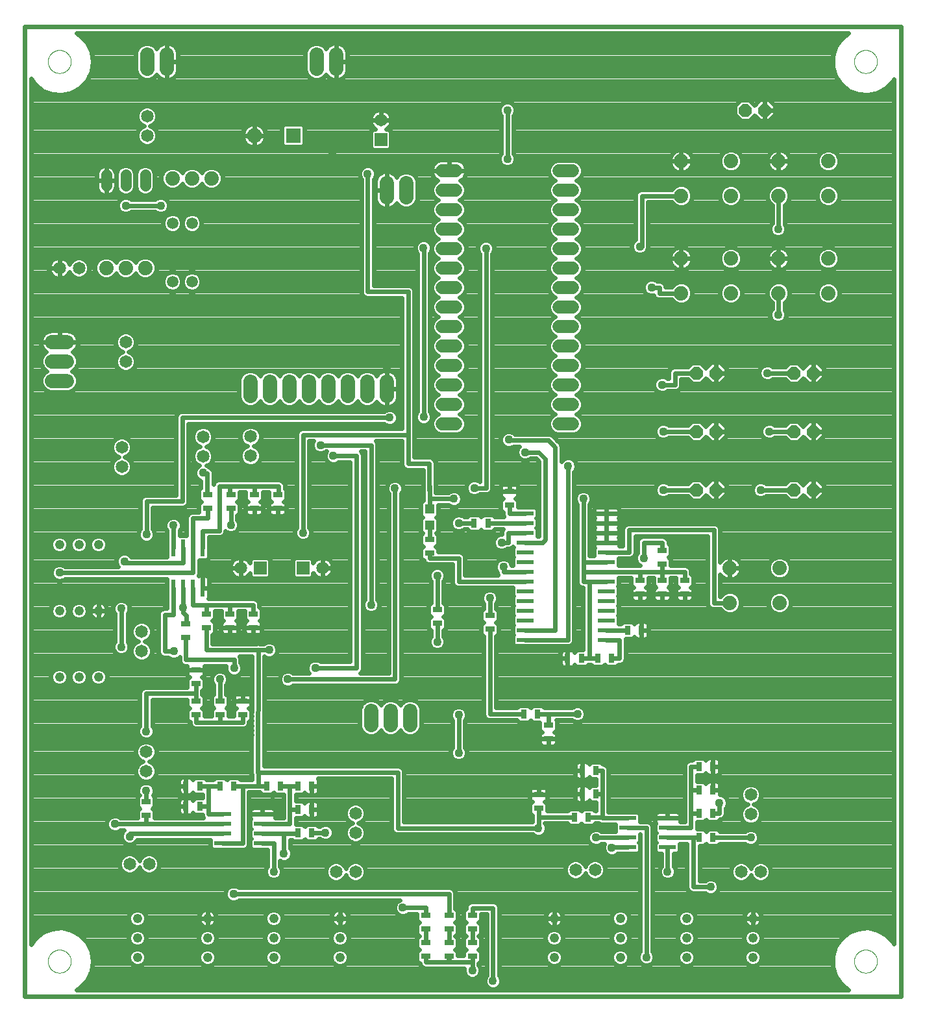
<source format=gtl>
G75*
%MOIN*%
%OFA0B0*%
%FSLAX25Y25*%
%IPPOS*%
%LPD*%
%AMOC8*
5,1,8,0,0,1.08239X$1,22.5*
%
%ADD10C,0.02400*%
%ADD11C,0.06500*%
%ADD12C,0.07600*%
%ADD13R,0.07600X0.07600*%
%ADD14R,0.06500X0.06500*%
%ADD15C,0.07400*%
%ADD16C,0.06800*%
%ADD17C,0.07400*%
%ADD18C,0.00000*%
%ADD19C,0.05600*%
%ADD20C,0.05943*%
%ADD21R,0.04724X0.03150*%
%ADD22R,0.08700X0.02400*%
%ADD23R,0.03150X0.04724*%
%ADD24C,0.04800*%
%ADD25R,0.02400X0.08700*%
%ADD26R,0.08701X0.02402*%
%ADD27R,0.04724X0.04724*%
%ADD28OC8,0.06600*%
%ADD29C,0.04362*%
%ADD30R,0.04362X0.04362*%
D10*
X0004200Y0002200D02*
X0004200Y0500200D01*
X0454200Y0500200D01*
X0454200Y0002200D01*
X0004200Y0002200D01*
X0007600Y0028978D02*
X0007600Y0473422D01*
X0009591Y0470501D01*
X0009592Y0470501D01*
X0013600Y0467304D01*
X0018373Y0465431D01*
X0023485Y0465048D01*
X0023485Y0465048D01*
X0028484Y0466189D01*
X0032924Y0468752D01*
X0032924Y0468753D01*
X0036411Y0472511D01*
X0038636Y0477130D01*
X0038636Y0477130D01*
X0039400Y0482200D01*
X0038636Y0487270D01*
X0036411Y0491889D01*
X0032924Y0495647D01*
X0030928Y0496800D01*
X0427229Y0496800D01*
X0423591Y0493899D01*
X0420703Y0489663D01*
X0420703Y0489663D01*
X0419192Y0484764D01*
X0419192Y0479636D01*
X0420703Y0474737D01*
X0423591Y0470501D01*
X0423592Y0470501D01*
X0427600Y0467304D01*
X0432373Y0465431D01*
X0437485Y0465048D01*
X0442484Y0466189D01*
X0446924Y0468752D01*
X0446924Y0468753D01*
X0450411Y0472511D01*
X0450411Y0472511D01*
X0450800Y0473318D01*
X0450800Y0029082D01*
X0450411Y0029889D01*
X0446924Y0033647D01*
X0442484Y0036211D01*
X0437485Y0037352D01*
X0432373Y0036969D01*
X0432373Y0036969D01*
X0427600Y0035096D01*
X0423592Y0031899D01*
X0423591Y0031899D01*
X0420703Y0027663D01*
X0420703Y0027663D01*
X0419192Y0022764D01*
X0419192Y0017636D01*
X0420703Y0012737D01*
X0423591Y0008501D01*
X0423592Y0008501D01*
X0427229Y0005600D01*
X0030928Y0005600D01*
X0032924Y0006752D01*
X0032924Y0006753D01*
X0036411Y0010511D01*
X0038636Y0015130D01*
X0038636Y0015130D01*
X0039400Y0020200D01*
X0038636Y0025270D01*
X0036411Y0029889D01*
X0032924Y0033647D01*
X0028484Y0036211D01*
X0028484Y0036211D01*
X0023485Y0037352D01*
X0018373Y0036969D01*
X0018373Y0036969D01*
X0013600Y0035096D01*
X0009592Y0031899D01*
X0009591Y0031899D01*
X0007600Y0028978D01*
X0007600Y0030982D02*
X0008966Y0030982D01*
X0009591Y0031899D02*
X0009591Y0031899D01*
X0011449Y0033381D02*
X0007600Y0033381D01*
X0007600Y0035779D02*
X0015342Y0035779D01*
X0013600Y0035096D02*
X0013600Y0035096D01*
X0007600Y0038178D02*
X0060413Y0038178D01*
X0059708Y0038470D02*
X0061325Y0037800D01*
X0063075Y0037800D01*
X0064692Y0038470D01*
X0065930Y0039708D01*
X0066600Y0041325D01*
X0066600Y0043075D01*
X0065930Y0044692D01*
X0064692Y0045930D01*
X0063075Y0046600D01*
X0061325Y0046600D01*
X0059708Y0045930D01*
X0058470Y0044692D01*
X0057800Y0043075D01*
X0057800Y0041325D01*
X0058470Y0039708D01*
X0059708Y0038470D01*
X0061325Y0036600D02*
X0059708Y0035930D01*
X0058470Y0034692D01*
X0057800Y0033075D01*
X0057800Y0031325D01*
X0058470Y0029708D01*
X0059708Y0028470D01*
X0061325Y0027800D01*
X0063075Y0027800D01*
X0064692Y0028470D01*
X0065930Y0029708D01*
X0066600Y0031325D01*
X0066600Y0033075D01*
X0065930Y0034692D01*
X0064692Y0035930D01*
X0063075Y0036600D01*
X0061325Y0036600D01*
X0059557Y0035779D02*
X0029232Y0035779D01*
X0032924Y0033647D02*
X0032924Y0033647D01*
X0033172Y0033381D02*
X0057927Y0033381D01*
X0057942Y0030982D02*
X0035397Y0030982D01*
X0036411Y0029889D02*
X0036411Y0029889D01*
X0037040Y0028584D02*
X0059594Y0028584D01*
X0060323Y0026185D02*
X0038195Y0026185D01*
X0038636Y0025270D02*
X0038636Y0025270D01*
X0038859Y0023787D02*
X0058095Y0023787D01*
X0057800Y0023075D02*
X0057800Y0021325D01*
X0058470Y0019708D01*
X0059708Y0018470D01*
X0061325Y0017800D01*
X0063075Y0017800D01*
X0064692Y0018470D01*
X0065930Y0019708D01*
X0066600Y0021325D01*
X0066600Y0023075D01*
X0065930Y0024692D01*
X0064692Y0025930D01*
X0063075Y0026600D01*
X0061325Y0026600D01*
X0059708Y0025930D01*
X0058470Y0024692D01*
X0057800Y0023075D01*
X0057800Y0021388D02*
X0039221Y0021388D01*
X0039218Y0018990D02*
X0059188Y0018990D01*
X0065212Y0018990D02*
X0095188Y0018990D01*
X0095708Y0018470D02*
X0097325Y0017800D01*
X0099075Y0017800D01*
X0100692Y0018470D01*
X0101930Y0019708D01*
X0102600Y0021325D01*
X0102600Y0023075D01*
X0101930Y0024692D01*
X0100692Y0025930D01*
X0099075Y0026600D01*
X0097325Y0026600D01*
X0095708Y0025930D01*
X0094470Y0024692D01*
X0093800Y0023075D01*
X0093800Y0021325D01*
X0094470Y0019708D01*
X0095708Y0018470D01*
X0093800Y0021388D02*
X0066600Y0021388D01*
X0066305Y0023787D02*
X0094095Y0023787D01*
X0096323Y0026185D02*
X0064077Y0026185D01*
X0064806Y0028584D02*
X0095594Y0028584D01*
X0095708Y0028470D02*
X0097325Y0027800D01*
X0099075Y0027800D01*
X0100692Y0028470D01*
X0101930Y0029708D01*
X0102600Y0031325D01*
X0102600Y0033075D01*
X0101930Y0034692D01*
X0100692Y0035930D01*
X0099075Y0036600D01*
X0097325Y0036600D01*
X0095708Y0035930D01*
X0094470Y0034692D01*
X0093800Y0033075D01*
X0093800Y0031325D01*
X0094470Y0029708D01*
X0095708Y0028470D01*
X0093942Y0030982D02*
X0066458Y0030982D01*
X0066473Y0033381D02*
X0093927Y0033381D01*
X0095557Y0035779D02*
X0064843Y0035779D01*
X0063987Y0038178D02*
X0095962Y0038178D01*
X0095789Y0038266D02*
X0096434Y0037937D01*
X0097123Y0037713D01*
X0097838Y0037600D01*
X0098200Y0037600D01*
X0098562Y0037600D01*
X0099277Y0037713D01*
X0099966Y0037937D01*
X0100611Y0038266D01*
X0101197Y0038691D01*
X0101709Y0039203D01*
X0102134Y0039789D01*
X0102463Y0040434D01*
X0102687Y0041123D01*
X0102800Y0041838D01*
X0102800Y0042200D01*
X0102800Y0042562D01*
X0102687Y0043277D01*
X0102463Y0043966D01*
X0102134Y0044611D01*
X0101709Y0045197D01*
X0101197Y0045709D01*
X0100611Y0046134D01*
X0099966Y0046463D01*
X0099277Y0046687D01*
X0098562Y0046800D01*
X0098200Y0046800D01*
X0098200Y0042200D01*
X0102800Y0042200D01*
X0098200Y0042200D01*
X0098200Y0042200D01*
X0098200Y0042200D01*
X0098200Y0037600D01*
X0098200Y0042200D01*
X0098200Y0042200D01*
X0098200Y0042200D01*
X0093600Y0042200D01*
X0093600Y0042562D01*
X0093713Y0043277D01*
X0093937Y0043966D01*
X0094266Y0044611D01*
X0094691Y0045197D01*
X0095203Y0045709D01*
X0095789Y0046134D01*
X0096434Y0046463D01*
X0097123Y0046687D01*
X0097838Y0046800D01*
X0098200Y0046800D01*
X0098200Y0042200D01*
X0093600Y0042200D01*
X0093600Y0041838D01*
X0093713Y0041123D01*
X0093937Y0040434D01*
X0094266Y0039789D01*
X0094691Y0039203D01*
X0095203Y0038691D01*
X0095789Y0038266D01*
X0098200Y0038178D02*
X0098200Y0038178D01*
X0100438Y0038178D02*
X0130413Y0038178D01*
X0129708Y0038470D02*
X0131325Y0037800D01*
X0133075Y0037800D01*
X0134692Y0038470D01*
X0135930Y0039708D01*
X0136600Y0041325D01*
X0136600Y0043075D01*
X0135930Y0044692D01*
X0134692Y0045930D01*
X0133075Y0046600D01*
X0131325Y0046600D01*
X0129708Y0045930D01*
X0128470Y0044692D01*
X0127800Y0043075D01*
X0127800Y0041325D01*
X0128470Y0039708D01*
X0129708Y0038470D01*
X0131325Y0036600D02*
X0129708Y0035930D01*
X0128470Y0034692D01*
X0127800Y0033075D01*
X0127800Y0031325D01*
X0128470Y0029708D01*
X0129708Y0028470D01*
X0131325Y0027800D01*
X0133075Y0027800D01*
X0134692Y0028470D01*
X0135930Y0029708D01*
X0136600Y0031325D01*
X0136600Y0033075D01*
X0135930Y0034692D01*
X0134692Y0035930D01*
X0133075Y0036600D01*
X0131325Y0036600D01*
X0129557Y0035779D02*
X0100843Y0035779D01*
X0102473Y0033381D02*
X0127927Y0033381D01*
X0127942Y0030982D02*
X0102458Y0030982D01*
X0100806Y0028584D02*
X0129594Y0028584D01*
X0130323Y0026185D02*
X0100077Y0026185D01*
X0102305Y0023787D02*
X0128095Y0023787D01*
X0127800Y0023075D02*
X0127800Y0021325D01*
X0128470Y0019708D01*
X0129708Y0018470D01*
X0131325Y0017800D01*
X0133075Y0017800D01*
X0134692Y0018470D01*
X0135930Y0019708D01*
X0136600Y0021325D01*
X0136600Y0023075D01*
X0135930Y0024692D01*
X0134692Y0025930D01*
X0133075Y0026600D01*
X0131325Y0026600D01*
X0129708Y0025930D01*
X0128470Y0024692D01*
X0127800Y0023075D01*
X0127800Y0021388D02*
X0102600Y0021388D01*
X0101212Y0018990D02*
X0129188Y0018990D01*
X0135212Y0018990D02*
X0163188Y0018990D01*
X0163708Y0018470D02*
X0165325Y0017800D01*
X0167075Y0017800D01*
X0168692Y0018470D01*
X0169930Y0019708D01*
X0170600Y0021325D01*
X0170600Y0023075D01*
X0169930Y0024692D01*
X0168692Y0025930D01*
X0167075Y0026600D01*
X0165325Y0026600D01*
X0163708Y0025930D01*
X0162470Y0024692D01*
X0161800Y0023075D01*
X0161800Y0021325D01*
X0162470Y0019708D01*
X0163708Y0018470D01*
X0161800Y0021388D02*
X0136600Y0021388D01*
X0136305Y0023787D02*
X0162095Y0023787D01*
X0164323Y0026185D02*
X0134077Y0026185D01*
X0134806Y0028584D02*
X0163594Y0028584D01*
X0163708Y0028470D02*
X0165325Y0027800D01*
X0167075Y0027800D01*
X0168692Y0028470D01*
X0169930Y0029708D01*
X0170600Y0031325D01*
X0170600Y0033075D01*
X0169930Y0034692D01*
X0168692Y0035930D01*
X0167075Y0036600D01*
X0165325Y0036600D01*
X0163708Y0035930D01*
X0162470Y0034692D01*
X0161800Y0033075D01*
X0161800Y0031325D01*
X0162470Y0029708D01*
X0163708Y0028470D01*
X0161942Y0030982D02*
X0136458Y0030982D01*
X0136473Y0033381D02*
X0161927Y0033381D01*
X0163557Y0035779D02*
X0134843Y0035779D01*
X0133987Y0038178D02*
X0163962Y0038178D01*
X0163789Y0038266D02*
X0164434Y0037937D01*
X0165123Y0037713D01*
X0165838Y0037600D01*
X0166200Y0037600D01*
X0166562Y0037600D01*
X0167277Y0037713D01*
X0167966Y0037937D01*
X0168611Y0038266D01*
X0169197Y0038691D01*
X0169709Y0039203D01*
X0170134Y0039789D01*
X0170463Y0040434D01*
X0170687Y0041123D01*
X0170800Y0041838D01*
X0170800Y0042200D01*
X0170800Y0042562D01*
X0170687Y0043277D01*
X0170463Y0043966D01*
X0170134Y0044611D01*
X0169709Y0045197D01*
X0169197Y0045709D01*
X0168611Y0046134D01*
X0167966Y0046463D01*
X0167277Y0046687D01*
X0166562Y0046800D01*
X0166200Y0046800D01*
X0166200Y0042200D01*
X0170800Y0042200D01*
X0166200Y0042200D01*
X0166200Y0042200D01*
X0166200Y0042200D01*
X0166200Y0037600D01*
X0166200Y0042200D01*
X0166200Y0042200D01*
X0166200Y0042200D01*
X0161600Y0042200D01*
X0161600Y0042562D01*
X0161713Y0043277D01*
X0161937Y0043966D01*
X0162266Y0044611D01*
X0162691Y0045197D01*
X0163203Y0045709D01*
X0163789Y0046134D01*
X0164434Y0046463D01*
X0165123Y0046687D01*
X0165838Y0046800D01*
X0166200Y0046800D01*
X0166200Y0042200D01*
X0161600Y0042200D01*
X0161600Y0041838D01*
X0161713Y0041123D01*
X0161937Y0040434D01*
X0162266Y0039789D01*
X0162691Y0039203D01*
X0163203Y0038691D01*
X0163789Y0038266D01*
X0166200Y0038178D02*
X0166200Y0038178D01*
X0168438Y0038178D02*
X0205838Y0038178D01*
X0205838Y0039060D02*
X0205838Y0034253D01*
X0206891Y0033200D01*
X0205838Y0032147D01*
X0205838Y0027340D01*
X0206978Y0026200D01*
X0205838Y0025060D01*
X0205838Y0020253D01*
X0207009Y0019082D01*
X0207234Y0019082D01*
X0207687Y0017987D01*
X0208587Y0017087D01*
X0209763Y0016600D01*
X0230130Y0016600D01*
X0230019Y0016332D01*
X0230019Y0014668D01*
X0230655Y0013132D01*
X0231832Y0011955D01*
X0233368Y0011319D01*
X0235032Y0011319D01*
X0236568Y0011955D01*
X0237745Y0013132D01*
X0238381Y0014668D01*
X0238381Y0016332D01*
X0237745Y0017868D01*
X0237400Y0018213D01*
X0237400Y0019091D01*
X0238562Y0020253D01*
X0238562Y0025060D01*
X0237422Y0026200D01*
X0238562Y0027340D01*
X0238562Y0032147D01*
X0237509Y0033200D01*
X0238562Y0034253D01*
X0238562Y0039060D01*
X0237422Y0040200D01*
X0238562Y0041340D01*
X0238562Y0044400D01*
X0241600Y0044400D01*
X0241600Y0012813D01*
X0241255Y0012468D01*
X0240619Y0010932D01*
X0240619Y0009268D01*
X0241255Y0007732D01*
X0242432Y0006555D01*
X0243968Y0005919D01*
X0245632Y0005919D01*
X0247168Y0006555D01*
X0248345Y0007732D01*
X0248981Y0009268D01*
X0248981Y0010932D01*
X0248345Y0012468D01*
X0248000Y0012813D01*
X0248000Y0048237D01*
X0247513Y0049413D01*
X0246613Y0050313D01*
X0245437Y0050800D01*
X0233563Y0050800D01*
X0232387Y0050313D01*
X0231487Y0049413D01*
X0231000Y0048237D01*
X0231000Y0047309D01*
X0229838Y0046147D01*
X0229838Y0041340D01*
X0230978Y0040200D01*
X0229838Y0039060D01*
X0229838Y0034253D01*
X0230891Y0033200D01*
X0229838Y0032147D01*
X0229838Y0027340D01*
X0230978Y0026200D01*
X0229838Y0025060D01*
X0229838Y0023000D01*
X0226562Y0023000D01*
X0226562Y0025060D01*
X0225422Y0026200D01*
X0226562Y0027340D01*
X0226562Y0032147D01*
X0225509Y0033200D01*
X0226562Y0034253D01*
X0226562Y0039060D01*
X0225422Y0040200D01*
X0226562Y0041340D01*
X0226562Y0046147D01*
X0225400Y0047309D01*
X0225400Y0055437D01*
X0224913Y0056613D01*
X0224013Y0057513D01*
X0222837Y0058000D01*
X0114313Y0058000D01*
X0113968Y0058345D01*
X0112432Y0058981D01*
X0110768Y0058981D01*
X0109232Y0058345D01*
X0108055Y0057168D01*
X0107419Y0055632D01*
X0107419Y0053968D01*
X0108055Y0052432D01*
X0109232Y0051255D01*
X0110768Y0050619D01*
X0112432Y0050619D01*
X0113968Y0051255D01*
X0114313Y0051600D01*
X0196990Y0051600D01*
X0196132Y0051245D01*
X0194955Y0050068D01*
X0194319Y0048532D01*
X0194319Y0046868D01*
X0194955Y0045332D01*
X0196132Y0044155D01*
X0197668Y0043519D01*
X0199332Y0043519D01*
X0200868Y0044155D01*
X0201213Y0044500D01*
X0205838Y0044500D01*
X0205838Y0041340D01*
X0206978Y0040200D01*
X0205838Y0039060D01*
X0206602Y0040576D02*
X0170509Y0040576D01*
X0170735Y0042975D02*
X0205838Y0042975D01*
X0210200Y0043743D02*
X0210200Y0047700D01*
X0198500Y0047700D01*
X0194319Y0047772D02*
X0007600Y0047772D01*
X0007600Y0050170D02*
X0195057Y0050170D01*
X0194938Y0045373D02*
X0169532Y0045373D01*
X0166200Y0045373D02*
X0166200Y0045373D01*
X0166200Y0042975D02*
X0166200Y0042975D01*
X0166200Y0040576D02*
X0166200Y0040576D01*
X0161891Y0040576D02*
X0136290Y0040576D01*
X0136600Y0042975D02*
X0161665Y0042975D01*
X0162868Y0045373D02*
X0135249Y0045373D01*
X0129151Y0045373D02*
X0101532Y0045373D01*
X0102735Y0042975D02*
X0127800Y0042975D01*
X0128110Y0040576D02*
X0102509Y0040576D01*
X0098200Y0040576D02*
X0098200Y0040576D01*
X0098200Y0042975D02*
X0098200Y0042975D01*
X0098200Y0045373D02*
X0098200Y0045373D01*
X0094868Y0045373D02*
X0065249Y0045373D01*
X0066600Y0042975D02*
X0093665Y0042975D01*
X0093891Y0040576D02*
X0066290Y0040576D01*
X0058110Y0040576D02*
X0007600Y0040576D01*
X0007600Y0042975D02*
X0057800Y0042975D01*
X0059151Y0045373D02*
X0007600Y0045373D01*
X0007600Y0052569D02*
X0107999Y0052569D01*
X0107419Y0054967D02*
X0007600Y0054967D01*
X0007600Y0057366D02*
X0108253Y0057366D01*
X0111600Y0054800D02*
X0222200Y0054800D01*
X0222200Y0043743D01*
X0226562Y0042975D02*
X0229838Y0042975D01*
X0229838Y0045373D02*
X0226562Y0045373D01*
X0225400Y0047772D02*
X0231000Y0047772D01*
X0232245Y0050170D02*
X0225400Y0050170D01*
X0225400Y0052569D02*
X0320400Y0052569D01*
X0320400Y0054967D02*
X0225400Y0054967D01*
X0224160Y0057366D02*
X0320400Y0057366D01*
X0320400Y0059764D02*
X0007600Y0059764D01*
X0007600Y0062163D02*
X0131021Y0062163D01*
X0131368Y0062019D02*
X0133032Y0062019D01*
X0134568Y0062655D01*
X0135745Y0063832D01*
X0136381Y0065368D01*
X0136381Y0067032D01*
X0135745Y0068568D01*
X0135400Y0068913D01*
X0135400Y0071844D01*
X0136668Y0071319D01*
X0138332Y0071319D01*
X0139868Y0071955D01*
X0141045Y0073132D01*
X0141681Y0074668D01*
X0141681Y0076332D01*
X0141045Y0077868D01*
X0140700Y0078213D01*
X0140700Y0082500D01*
X0141591Y0082500D01*
X0142253Y0081838D01*
X0147060Y0081838D01*
X0148200Y0082978D01*
X0149340Y0081838D01*
X0154147Y0081838D01*
X0155309Y0083000D01*
X0156087Y0083000D01*
X0156432Y0082655D01*
X0157968Y0082019D01*
X0159632Y0082019D01*
X0161168Y0082655D01*
X0162345Y0083832D01*
X0162981Y0085368D01*
X0162981Y0087032D01*
X0162345Y0088568D01*
X0161168Y0089745D01*
X0159632Y0090381D01*
X0157968Y0090381D01*
X0156432Y0089745D01*
X0156087Y0089400D01*
X0155309Y0089400D01*
X0154147Y0090562D01*
X0149340Y0090562D01*
X0148200Y0089422D01*
X0147060Y0090562D01*
X0143700Y0090562D01*
X0143700Y0093838D01*
X0147060Y0093838D01*
X0148152Y0094930D01*
X0148408Y0094487D01*
X0148818Y0094077D01*
X0149319Y0093788D01*
X0149879Y0093638D01*
X0151743Y0093638D01*
X0151743Y0098200D01*
X0151743Y0102762D01*
X0149879Y0102762D01*
X0149319Y0102612D01*
X0148818Y0102323D01*
X0148408Y0101913D01*
X0148152Y0101470D01*
X0147060Y0102562D01*
X0143700Y0102562D01*
X0143700Y0105838D01*
X0147060Y0105838D01*
X0148152Y0106930D01*
X0148408Y0106487D01*
X0148818Y0106077D01*
X0149319Y0105788D01*
X0149879Y0105638D01*
X0151743Y0105638D01*
X0151743Y0110200D01*
X0151743Y0110200D01*
X0151743Y0105638D01*
X0153608Y0105638D01*
X0154167Y0105788D01*
X0154669Y0106077D01*
X0155079Y0106487D01*
X0155368Y0106989D01*
X0155518Y0107548D01*
X0155518Y0110200D01*
X0155518Y0112852D01*
X0155368Y0113411D01*
X0155079Y0113913D01*
X0154992Y0114000D01*
X0192700Y0114000D01*
X0192700Y0087963D01*
X0193187Y0086787D01*
X0194087Y0085887D01*
X0195263Y0085400D01*
X0265287Y0085400D01*
X0265732Y0084955D01*
X0267268Y0084319D01*
X0268932Y0084319D01*
X0270468Y0084955D01*
X0271645Y0086132D01*
X0272281Y0087668D01*
X0272281Y0089332D01*
X0271645Y0090868D01*
X0271513Y0091000D01*
X0283091Y0091000D01*
X0284253Y0089838D01*
X0289060Y0089838D01*
X0290200Y0090978D01*
X0291340Y0089838D01*
X0296147Y0089838D01*
X0297309Y0091000D01*
X0299075Y0091000D01*
X0299087Y0090987D01*
X0299544Y0090798D01*
X0299982Y0090569D01*
X0300128Y0090556D01*
X0300263Y0090500D01*
X0300757Y0090500D01*
X0301250Y0090456D01*
X0301390Y0090500D01*
X0307550Y0090500D01*
X0307550Y0086900D01*
X0300413Y0086900D01*
X0300068Y0087245D01*
X0298532Y0087881D01*
X0296868Y0087881D01*
X0295332Y0087245D01*
X0294155Y0086068D01*
X0293519Y0084532D01*
X0293519Y0082868D01*
X0294155Y0081332D01*
X0295332Y0080155D01*
X0296868Y0079519D01*
X0298532Y0079519D01*
X0300068Y0080155D01*
X0300413Y0080500D01*
X0302103Y0080500D01*
X0301619Y0079332D01*
X0301619Y0077668D01*
X0302255Y0076132D01*
X0303432Y0074955D01*
X0304968Y0074319D01*
X0306632Y0074319D01*
X0308168Y0074955D01*
X0308713Y0075500D01*
X0319078Y0075500D01*
X0320250Y0076672D01*
X0320250Y0080728D01*
X0319778Y0081200D01*
X0320250Y0081672D01*
X0320250Y0085500D01*
X0320400Y0085500D01*
X0320400Y0025013D01*
X0320055Y0024668D01*
X0319419Y0023132D01*
X0319419Y0021468D01*
X0320055Y0019932D01*
X0321232Y0018755D01*
X0322768Y0018119D01*
X0324432Y0018119D01*
X0325968Y0018755D01*
X0327145Y0019932D01*
X0327781Y0021468D01*
X0327781Y0023132D01*
X0327145Y0024668D01*
X0326800Y0025013D01*
X0326800Y0089337D01*
X0326313Y0090513D01*
X0325413Y0091413D01*
X0324237Y0091900D01*
X0320250Y0091900D01*
X0320250Y0095728D01*
X0319078Y0096900D01*
X0304100Y0096900D01*
X0304100Y0118837D01*
X0303613Y0120013D01*
X0302713Y0120913D01*
X0301537Y0121400D01*
X0301309Y0121400D01*
X0300147Y0122562D01*
X0295340Y0122562D01*
X0294248Y0121470D01*
X0293992Y0121913D01*
X0293582Y0122323D01*
X0293081Y0122612D01*
X0292521Y0122762D01*
X0290657Y0122762D01*
X0290657Y0118200D01*
X0290657Y0113638D01*
X0292521Y0113638D01*
X0293081Y0113788D01*
X0293582Y0114077D01*
X0293992Y0114487D01*
X0294248Y0114930D01*
X0294248Y0114930D01*
X0295340Y0113838D01*
X0297700Y0113838D01*
X0297700Y0110562D01*
X0295340Y0110562D01*
X0294248Y0109470D01*
X0293992Y0109913D01*
X0293582Y0110323D01*
X0293081Y0110612D01*
X0292521Y0110762D01*
X0290657Y0110762D01*
X0290657Y0106200D01*
X0290657Y0101638D01*
X0292521Y0101638D01*
X0293081Y0101788D01*
X0293582Y0102077D01*
X0293992Y0102487D01*
X0294248Y0102930D01*
X0295340Y0101838D01*
X0297700Y0101838D01*
X0297700Y0097400D01*
X0297309Y0097400D01*
X0296147Y0098562D01*
X0291340Y0098562D01*
X0290200Y0097422D01*
X0289060Y0098562D01*
X0284253Y0098562D01*
X0283091Y0097400D01*
X0272562Y0097400D01*
X0272562Y0101060D01*
X0271470Y0102152D01*
X0271913Y0102408D01*
X0272323Y0102818D01*
X0272612Y0103319D01*
X0272762Y0103879D01*
X0272762Y0105743D01*
X0268200Y0105743D01*
X0263638Y0105743D01*
X0263638Y0103879D01*
X0263788Y0103319D01*
X0264077Y0102818D01*
X0264487Y0102408D01*
X0264930Y0102152D01*
X0263838Y0101060D01*
X0263838Y0096253D01*
X0265000Y0095091D01*
X0265000Y0091800D01*
X0199100Y0091800D01*
X0199100Y0117837D01*
X0198613Y0119013D01*
X0197713Y0119913D01*
X0196537Y0120400D01*
X0127210Y0120400D01*
X0127389Y0176698D01*
X0127532Y0176555D01*
X0129068Y0175919D01*
X0130732Y0175919D01*
X0132268Y0176555D01*
X0133445Y0177732D01*
X0134081Y0179268D01*
X0134081Y0180932D01*
X0133445Y0182468D01*
X0132268Y0183645D01*
X0130732Y0184281D01*
X0129068Y0184281D01*
X0127532Y0183645D01*
X0127187Y0183300D01*
X0125081Y0183300D01*
X0124847Y0183398D01*
X0124841Y0183398D01*
X0124837Y0183400D01*
X0124204Y0183400D01*
X0123574Y0183402D01*
X0123569Y0183400D01*
X0123563Y0183400D01*
X0123322Y0183300D01*
X0100800Y0183300D01*
X0100800Y0187891D01*
X0101962Y0189053D01*
X0101962Y0193860D01*
X0100822Y0195000D01*
X0101962Y0196140D01*
X0101962Y0200000D01*
X0105238Y0200000D01*
X0105238Y0196140D01*
X0106330Y0195048D01*
X0105887Y0194792D01*
X0105477Y0194382D01*
X0105188Y0193881D01*
X0105038Y0193321D01*
X0105038Y0191457D01*
X0109600Y0191457D01*
X0114162Y0191457D01*
X0114162Y0193321D01*
X0114012Y0193881D01*
X0113723Y0194382D01*
X0113313Y0194792D01*
X0112870Y0195048D01*
X0113962Y0196140D01*
X0113962Y0200000D01*
X0117238Y0200000D01*
X0117238Y0196140D01*
X0118330Y0195048D01*
X0117887Y0194792D01*
X0117477Y0194382D01*
X0117188Y0193881D01*
X0117038Y0193321D01*
X0117038Y0191457D01*
X0121600Y0191457D01*
X0126162Y0191457D01*
X0126162Y0193321D01*
X0126012Y0193881D01*
X0125723Y0194382D01*
X0125313Y0194792D01*
X0124870Y0195048D01*
X0125962Y0196140D01*
X0125962Y0200947D01*
X0124800Y0202109D01*
X0124800Y0203837D01*
X0124313Y0205013D01*
X0123413Y0205913D01*
X0122237Y0206400D01*
X0098776Y0206400D01*
X0098950Y0206701D01*
X0099100Y0207260D01*
X0099100Y0211900D01*
X0099100Y0216540D01*
X0098950Y0217099D01*
X0098660Y0217601D01*
X0098251Y0218010D01*
X0097749Y0218300D01*
X0097190Y0218450D01*
X0095700Y0218450D01*
X0095700Y0211900D01*
X0095700Y0211900D01*
X0099100Y0211900D01*
X0095700Y0211900D01*
X0095700Y0211900D01*
X0095700Y0218450D01*
X0094210Y0218450D01*
X0093651Y0218300D01*
X0093563Y0218249D01*
X0093900Y0219063D01*
X0093900Y0226150D01*
X0097728Y0226150D01*
X0098900Y0227322D01*
X0098900Y0238000D01*
X0104837Y0238000D01*
X0106013Y0238487D01*
X0106913Y0239387D01*
X0107400Y0240563D01*
X0107400Y0241087D01*
X0107832Y0240655D01*
X0109368Y0240019D01*
X0111032Y0240019D01*
X0112568Y0240655D01*
X0113745Y0241832D01*
X0114381Y0243368D01*
X0114381Y0245032D01*
X0113745Y0246568D01*
X0113400Y0246913D01*
X0113400Y0249091D01*
X0114562Y0250253D01*
X0114562Y0255060D01*
X0113422Y0256200D01*
X0114562Y0257340D01*
X0114562Y0261000D01*
X0117838Y0261000D01*
X0117838Y0257340D01*
X0118930Y0256248D01*
X0118487Y0255992D01*
X0118077Y0255582D01*
X0117788Y0255081D01*
X0117638Y0254521D01*
X0117638Y0252657D01*
X0122200Y0252657D01*
X0126762Y0252657D01*
X0126762Y0254521D01*
X0126612Y0255081D01*
X0126323Y0255582D01*
X0125913Y0255992D01*
X0125470Y0256248D01*
X0126562Y0257340D01*
X0126562Y0261000D01*
X0129838Y0261000D01*
X0129838Y0257340D01*
X0130930Y0256248D01*
X0130487Y0255992D01*
X0130077Y0255582D01*
X0129788Y0255081D01*
X0129638Y0254521D01*
X0129638Y0252657D01*
X0134200Y0252657D01*
X0138762Y0252657D01*
X0138762Y0254521D01*
X0138612Y0255081D01*
X0138323Y0255582D01*
X0137913Y0255992D01*
X0137470Y0256248D01*
X0138562Y0257340D01*
X0138562Y0262147D01*
X0137900Y0262809D01*
X0137900Y0264837D01*
X0137413Y0266013D01*
X0136513Y0266913D01*
X0135337Y0267400D01*
X0103563Y0267400D01*
X0102387Y0266913D01*
X0101487Y0266013D01*
X0101200Y0265319D01*
X0101200Y0270824D01*
X0101227Y0271384D01*
X0101200Y0271458D01*
X0101200Y0271537D01*
X0100986Y0272054D01*
X0100796Y0272582D01*
X0100743Y0272640D01*
X0100713Y0272713D01*
X0100316Y0273109D01*
X0099940Y0273524D01*
X0099868Y0273557D01*
X0099813Y0273613D01*
X0099295Y0273827D01*
X0098788Y0274066D01*
X0098745Y0274068D01*
X0098268Y0274545D01*
X0097841Y0274722D01*
X0098874Y0275149D01*
X0100351Y0276626D01*
X0101150Y0278556D01*
X0101150Y0280644D01*
X0100351Y0282574D01*
X0098874Y0284051D01*
X0097548Y0284600D01*
X0098874Y0285149D01*
X0100351Y0286626D01*
X0101150Y0288556D01*
X0101150Y0290644D01*
X0100351Y0292574D01*
X0098874Y0294051D01*
X0096944Y0294850D01*
X0094856Y0294850D01*
X0092926Y0294051D01*
X0091449Y0292574D01*
X0090650Y0290644D01*
X0090650Y0288556D01*
X0091449Y0286626D01*
X0092926Y0285149D01*
X0094252Y0284600D01*
X0092926Y0284051D01*
X0091449Y0282574D01*
X0090650Y0280644D01*
X0090650Y0278556D01*
X0091449Y0276626D01*
X0092926Y0275149D01*
X0093959Y0274722D01*
X0093532Y0274545D01*
X0092355Y0273368D01*
X0091719Y0271832D01*
X0091719Y0270168D01*
X0092355Y0268632D01*
X0093532Y0267455D01*
X0094800Y0266930D01*
X0094800Y0263109D01*
X0093838Y0262147D01*
X0093838Y0257340D01*
X0094978Y0256200D01*
X0093838Y0255060D01*
X0093838Y0250900D01*
X0090063Y0250900D01*
X0088887Y0250413D01*
X0087987Y0249513D01*
X0087500Y0248337D01*
X0087500Y0238850D01*
X0083900Y0238850D01*
X0083900Y0241387D01*
X0084245Y0241732D01*
X0084881Y0243268D01*
X0084881Y0244932D01*
X0084245Y0246468D01*
X0083068Y0247645D01*
X0081532Y0248281D01*
X0079868Y0248281D01*
X0078332Y0247645D01*
X0077155Y0246468D01*
X0076519Y0244932D01*
X0076519Y0243268D01*
X0077155Y0241732D01*
X0077500Y0241387D01*
X0077500Y0227900D01*
X0059113Y0227900D01*
X0057968Y0229045D01*
X0056432Y0229681D01*
X0054768Y0229681D01*
X0053232Y0229045D01*
X0052055Y0227868D01*
X0051419Y0226332D01*
X0051419Y0224668D01*
X0052055Y0223132D01*
X0052287Y0222900D01*
X0024913Y0222900D01*
X0024568Y0223245D01*
X0023032Y0223881D01*
X0021368Y0223881D01*
X0019832Y0223245D01*
X0018655Y0222068D01*
X0018019Y0220532D01*
X0018019Y0218868D01*
X0018655Y0217332D01*
X0019832Y0216155D01*
X0021368Y0215519D01*
X0023032Y0215519D01*
X0024568Y0216155D01*
X0024913Y0216500D01*
X0077500Y0216500D01*
X0077500Y0201400D01*
X0075563Y0201400D01*
X0074387Y0200913D01*
X0073487Y0200013D01*
X0073000Y0198837D01*
X0073000Y0178863D01*
X0073487Y0177687D01*
X0074387Y0176787D01*
X0075563Y0176300D01*
X0078187Y0176300D01*
X0078532Y0175955D01*
X0080068Y0175319D01*
X0081732Y0175319D01*
X0083268Y0175955D01*
X0083900Y0176587D01*
X0083900Y0174363D01*
X0084387Y0173187D01*
X0085287Y0172287D01*
X0086463Y0171800D01*
X0087689Y0171800D01*
X0087638Y0171608D01*
X0087638Y0169743D01*
X0087638Y0167879D01*
X0087788Y0167319D01*
X0088077Y0166818D01*
X0088487Y0166408D01*
X0088930Y0166152D01*
X0087838Y0165060D01*
X0087838Y0160900D01*
X0066063Y0160900D01*
X0064887Y0160413D01*
X0063987Y0159513D01*
X0063500Y0158337D01*
X0063500Y0140913D01*
X0063155Y0140568D01*
X0062519Y0139032D01*
X0062519Y0137368D01*
X0063155Y0135832D01*
X0064332Y0134655D01*
X0065868Y0134019D01*
X0067532Y0134019D01*
X0069068Y0134655D01*
X0070245Y0135832D01*
X0070881Y0137368D01*
X0070881Y0139032D01*
X0070245Y0140568D01*
X0069900Y0140913D01*
X0069900Y0154500D01*
X0087838Y0154500D01*
X0087838Y0151340D01*
X0088978Y0150200D01*
X0087838Y0149060D01*
X0087838Y0144253D01*
X0089009Y0143082D01*
X0089300Y0143082D01*
X0089300Y0142263D01*
X0089787Y0141087D01*
X0090687Y0140187D01*
X0091863Y0139700D01*
X0116837Y0139700D01*
X0118013Y0140187D01*
X0118913Y0141087D01*
X0119400Y0142263D01*
X0119400Y0143091D01*
X0120562Y0144253D01*
X0120562Y0149060D01*
X0119470Y0150152D01*
X0119913Y0150408D01*
X0120323Y0150818D01*
X0120612Y0151319D01*
X0120762Y0151879D01*
X0120762Y0153743D01*
X0116200Y0153743D01*
X0111638Y0153743D01*
X0111638Y0151879D01*
X0111788Y0151319D01*
X0112077Y0150818D01*
X0112487Y0150408D01*
X0112930Y0150152D01*
X0111838Y0149060D01*
X0111838Y0146100D01*
X0109062Y0146100D01*
X0109062Y0149060D01*
X0107922Y0150200D01*
X0109062Y0151340D01*
X0109062Y0156147D01*
X0107891Y0157318D01*
X0107800Y0157318D01*
X0107800Y0162287D01*
X0108145Y0162632D01*
X0108781Y0164168D01*
X0108781Y0165832D01*
X0108145Y0167368D01*
X0106968Y0168545D01*
X0105432Y0169181D01*
X0103768Y0169181D01*
X0102232Y0168545D01*
X0101055Y0167368D01*
X0100419Y0165832D01*
X0100419Y0164168D01*
X0101055Y0162632D01*
X0101400Y0162287D01*
X0101400Y0157209D01*
X0100338Y0156147D01*
X0100338Y0151340D01*
X0101478Y0150200D01*
X0100338Y0149060D01*
X0100338Y0146100D01*
X0096562Y0146100D01*
X0096562Y0149060D01*
X0095422Y0150200D01*
X0096562Y0151340D01*
X0096562Y0156147D01*
X0095400Y0157309D01*
X0095400Y0159091D01*
X0096562Y0160253D01*
X0096562Y0165060D01*
X0095470Y0166152D01*
X0095913Y0166408D01*
X0096323Y0166818D01*
X0096612Y0167319D01*
X0096762Y0167879D01*
X0096762Y0169743D01*
X0092200Y0169743D01*
X0087638Y0169743D01*
X0092200Y0169743D01*
X0092200Y0169743D01*
X0092200Y0169743D01*
X0096762Y0169743D01*
X0096762Y0171608D01*
X0096711Y0171800D01*
X0107789Y0171800D01*
X0107719Y0171632D01*
X0107719Y0169968D01*
X0108355Y0168432D01*
X0109532Y0167255D01*
X0111068Y0166619D01*
X0112732Y0166619D01*
X0114268Y0167255D01*
X0115445Y0168432D01*
X0116081Y0169968D01*
X0116081Y0171632D01*
X0115445Y0173168D01*
X0115100Y0173513D01*
X0115100Y0175637D01*
X0114613Y0176813D01*
X0114525Y0176900D01*
X0120990Y0176900D01*
X0120802Y0117841D01*
X0120800Y0117837D01*
X0120800Y0117206D01*
X0120798Y0116574D01*
X0120800Y0116569D01*
X0120800Y0116563D01*
X0121000Y0116081D01*
X0121000Y0113400D01*
X0115309Y0113400D01*
X0114147Y0114562D01*
X0109340Y0114562D01*
X0108200Y0113422D01*
X0107060Y0114562D01*
X0102253Y0114562D01*
X0101091Y0113400D01*
X0097809Y0113400D01*
X0096647Y0114562D01*
X0091840Y0114562D01*
X0090748Y0113470D01*
X0090492Y0113913D01*
X0090082Y0114323D01*
X0089581Y0114612D01*
X0089021Y0114762D01*
X0087157Y0114762D01*
X0087157Y0110200D01*
X0087157Y0105638D01*
X0089021Y0105638D01*
X0089581Y0105788D01*
X0090082Y0106077D01*
X0090492Y0106487D01*
X0090748Y0106930D01*
X0091840Y0105838D01*
X0095600Y0105838D01*
X0095600Y0104062D01*
X0091840Y0104062D01*
X0090748Y0102970D01*
X0090492Y0103413D01*
X0090082Y0103823D01*
X0089581Y0104112D01*
X0089021Y0104262D01*
X0087157Y0104262D01*
X0087157Y0099700D01*
X0087157Y0095138D01*
X0089021Y0095138D01*
X0089581Y0095288D01*
X0090082Y0095577D01*
X0090492Y0095987D01*
X0090748Y0096430D01*
X0091840Y0095338D01*
X0095600Y0095338D01*
X0095600Y0095063D01*
X0096082Y0093900D01*
X0071062Y0093900D01*
X0071062Y0097460D01*
X0069922Y0098600D01*
X0071062Y0099740D01*
X0071062Y0104547D01*
X0070211Y0105398D01*
X0070245Y0105432D01*
X0070881Y0106968D01*
X0070881Y0108632D01*
X0070245Y0110168D01*
X0069068Y0111345D01*
X0067532Y0111981D01*
X0065868Y0111981D01*
X0064332Y0111345D01*
X0063155Y0110168D01*
X0062519Y0108632D01*
X0062519Y0106968D01*
X0063155Y0105432D01*
X0063189Y0105398D01*
X0062338Y0104547D01*
X0062338Y0099740D01*
X0063478Y0098600D01*
X0062338Y0097460D01*
X0062338Y0093900D01*
X0053413Y0093900D01*
X0053068Y0094245D01*
X0051532Y0094881D01*
X0049868Y0094881D01*
X0048332Y0094245D01*
X0047155Y0093068D01*
X0046519Y0091532D01*
X0046519Y0089868D01*
X0047155Y0088332D01*
X0048332Y0087155D01*
X0049868Y0086519D01*
X0051532Y0086519D01*
X0053068Y0087155D01*
X0053413Y0087500D01*
X0055482Y0087500D01*
X0055478Y0087491D01*
X0054655Y0086668D01*
X0054019Y0085132D01*
X0054019Y0083468D01*
X0054655Y0081932D01*
X0055832Y0080755D01*
X0057368Y0080119D01*
X0059032Y0080119D01*
X0060568Y0080755D01*
X0061745Y0081932D01*
X0061980Y0082500D01*
X0099550Y0082500D01*
X0099550Y0078672D01*
X0100722Y0077500D01*
X0116837Y0077500D01*
X0118013Y0077987D01*
X0118913Y0078887D01*
X0119400Y0080063D01*
X0119400Y0107000D01*
X0125091Y0107000D01*
X0126253Y0105838D01*
X0131060Y0105838D01*
X0132200Y0106978D01*
X0133340Y0105838D01*
X0137300Y0105838D01*
X0137300Y0093900D01*
X0132967Y0093900D01*
X0133050Y0094210D01*
X0133050Y0095700D01*
X0133050Y0097190D01*
X0132900Y0097749D01*
X0132610Y0098251D01*
X0132201Y0098660D01*
X0131699Y0098950D01*
X0131140Y0099100D01*
X0126500Y0099100D01*
X0126500Y0095700D01*
X0126500Y0095700D01*
X0133050Y0095700D01*
X0126500Y0095700D01*
X0126500Y0095700D01*
X0126500Y0095700D01*
X0119950Y0095700D01*
X0119950Y0097190D01*
X0120100Y0097749D01*
X0120390Y0098251D01*
X0120799Y0098660D01*
X0121301Y0098950D01*
X0121860Y0099100D01*
X0126500Y0099100D01*
X0126500Y0095700D01*
X0119950Y0095700D01*
X0119950Y0094210D01*
X0120100Y0093651D01*
X0120390Y0093149D01*
X0120480Y0093059D01*
X0120150Y0092728D01*
X0120150Y0088672D01*
X0120622Y0088200D01*
X0120150Y0087728D01*
X0120150Y0083672D01*
X0120622Y0083200D01*
X0120150Y0082728D01*
X0120150Y0078672D01*
X0121322Y0077500D01*
X0129000Y0077500D01*
X0129000Y0068913D01*
X0128655Y0068568D01*
X0128019Y0067032D01*
X0128019Y0065368D01*
X0128655Y0063832D01*
X0129832Y0062655D01*
X0131368Y0062019D01*
X0133379Y0062163D02*
X0160813Y0062163D01*
X0161226Y0061749D02*
X0163156Y0060950D01*
X0165244Y0060950D01*
X0167174Y0061749D01*
X0168651Y0063226D01*
X0169200Y0064552D01*
X0169749Y0063226D01*
X0171226Y0061749D01*
X0173156Y0060950D01*
X0175244Y0060950D01*
X0177174Y0061749D01*
X0178651Y0063226D01*
X0179450Y0065156D01*
X0179450Y0067244D01*
X0178651Y0069174D01*
X0177174Y0070651D01*
X0175244Y0071450D01*
X0173156Y0071450D01*
X0171226Y0070651D01*
X0169749Y0069174D01*
X0169200Y0067848D01*
X0168651Y0069174D01*
X0167174Y0070651D01*
X0165244Y0071450D01*
X0163156Y0071450D01*
X0161226Y0070651D01*
X0159749Y0069174D01*
X0158950Y0067244D01*
X0158950Y0065156D01*
X0159749Y0063226D01*
X0161226Y0061749D01*
X0159196Y0064561D02*
X0136047Y0064561D01*
X0136381Y0066960D02*
X0158950Y0066960D01*
X0159934Y0069358D02*
X0135400Y0069358D01*
X0135400Y0071757D02*
X0135611Y0071757D01*
X0139389Y0071757D02*
X0284482Y0071757D01*
X0284226Y0071651D02*
X0282749Y0070174D01*
X0281950Y0068244D01*
X0281950Y0066156D01*
X0282749Y0064226D01*
X0284226Y0062749D01*
X0286156Y0061950D01*
X0288244Y0061950D01*
X0290174Y0062749D01*
X0291651Y0064226D01*
X0292200Y0065552D01*
X0292749Y0064226D01*
X0294226Y0062749D01*
X0296156Y0061950D01*
X0298244Y0061950D01*
X0300174Y0062749D01*
X0301651Y0064226D01*
X0302450Y0066156D01*
X0302450Y0068244D01*
X0301651Y0070174D01*
X0300174Y0071651D01*
X0298244Y0072450D01*
X0296156Y0072450D01*
X0294226Y0071651D01*
X0292749Y0070174D01*
X0292200Y0068848D01*
X0291651Y0070174D01*
X0290174Y0071651D01*
X0288244Y0072450D01*
X0286156Y0072450D01*
X0284226Y0071651D01*
X0282411Y0069358D02*
X0178466Y0069358D01*
X0179450Y0066960D02*
X0281950Y0066960D01*
X0282610Y0064561D02*
X0179204Y0064561D01*
X0177587Y0062163D02*
X0285642Y0062163D01*
X0288758Y0062163D02*
X0295642Y0062163D01*
X0298758Y0062163D02*
X0320400Y0062163D01*
X0320400Y0064561D02*
X0301790Y0064561D01*
X0302450Y0066960D02*
X0320400Y0066960D01*
X0320400Y0069358D02*
X0301989Y0069358D01*
X0299918Y0071757D02*
X0320400Y0071757D01*
X0320400Y0074155D02*
X0141469Y0074155D01*
X0141589Y0076554D02*
X0302081Y0076554D01*
X0301619Y0078952D02*
X0140700Y0078952D01*
X0140700Y0081351D02*
X0172188Y0081351D01*
X0171226Y0081749D02*
X0173156Y0080950D01*
X0175244Y0080950D01*
X0177174Y0081749D01*
X0178651Y0083226D01*
X0179450Y0085156D01*
X0179450Y0087244D01*
X0178651Y0089174D01*
X0177174Y0090651D01*
X0175848Y0091200D01*
X0177174Y0091749D01*
X0178651Y0093226D01*
X0179450Y0095156D01*
X0179450Y0097244D01*
X0178651Y0099174D01*
X0177174Y0100651D01*
X0175244Y0101450D01*
X0173156Y0101450D01*
X0171226Y0100651D01*
X0169749Y0099174D01*
X0168950Y0097244D01*
X0168950Y0095156D01*
X0169749Y0093226D01*
X0171226Y0091749D01*
X0172552Y0091200D01*
X0171226Y0090651D01*
X0169749Y0089174D01*
X0168950Y0087244D01*
X0168950Y0085156D01*
X0169749Y0083226D01*
X0171226Y0081749D01*
X0169533Y0083749D02*
X0162262Y0083749D01*
X0162981Y0086148D02*
X0168950Y0086148D01*
X0169489Y0088546D02*
X0162354Y0088546D01*
X0158800Y0086200D02*
X0151743Y0086200D01*
X0151743Y0093638D02*
X0153608Y0093638D01*
X0154167Y0093788D01*
X0154669Y0094077D01*
X0155079Y0094487D01*
X0155368Y0094989D01*
X0155518Y0095548D01*
X0155518Y0098200D01*
X0155518Y0100852D01*
X0155368Y0101411D01*
X0155079Y0101913D01*
X0154669Y0102323D01*
X0154167Y0102612D01*
X0153608Y0102762D01*
X0151743Y0102762D01*
X0151743Y0098200D01*
X0151743Y0098200D01*
X0151743Y0098200D01*
X0151743Y0093638D01*
X0151743Y0095742D02*
X0151743Y0095742D01*
X0151743Y0098140D02*
X0151743Y0098140D01*
X0151743Y0098200D02*
X0151743Y0098200D01*
X0155518Y0098200D01*
X0151743Y0098200D01*
X0151743Y0100539D02*
X0151743Y0100539D01*
X0155518Y0100539D02*
X0171114Y0100539D01*
X0169321Y0098140D02*
X0155518Y0098140D01*
X0155518Y0095742D02*
X0168950Y0095742D01*
X0169701Y0093343D02*
X0143700Y0093343D01*
X0143700Y0090945D02*
X0171936Y0090945D01*
X0176464Y0090945D02*
X0192700Y0090945D01*
X0192700Y0093343D02*
X0178699Y0093343D01*
X0179450Y0095742D02*
X0192700Y0095742D01*
X0192700Y0098140D02*
X0179079Y0098140D01*
X0177286Y0100539D02*
X0192700Y0100539D01*
X0192700Y0102937D02*
X0143700Y0102937D01*
X0143700Y0105336D02*
X0192700Y0105336D01*
X0192700Y0107734D02*
X0155518Y0107734D01*
X0155518Y0110133D02*
X0192700Y0110133D01*
X0192700Y0112532D02*
X0155518Y0112532D01*
X0155518Y0110200D02*
X0151743Y0110200D01*
X0151743Y0110200D01*
X0155518Y0110200D01*
X0151743Y0110133D02*
X0151743Y0110133D01*
X0151743Y0107734D02*
X0151743Y0107734D01*
X0144657Y0110200D02*
X0140500Y0110200D01*
X0140500Y0098200D01*
X0140500Y0090700D01*
X0126500Y0090700D01*
X0126500Y0085700D02*
X0137500Y0085700D01*
X0137500Y0075500D01*
X0132200Y0080700D02*
X0132200Y0066200D01*
X0128353Y0064561D02*
X0007600Y0064561D01*
X0007600Y0066960D02*
X0054016Y0066960D01*
X0053749Y0067226D02*
X0055226Y0065749D01*
X0057156Y0064950D01*
X0059244Y0064950D01*
X0061174Y0065749D01*
X0062651Y0067226D01*
X0063200Y0068552D01*
X0063749Y0067226D01*
X0065226Y0065749D01*
X0067156Y0064950D01*
X0069244Y0064950D01*
X0071174Y0065749D01*
X0072651Y0067226D01*
X0073450Y0069156D01*
X0073450Y0071244D01*
X0072651Y0073174D01*
X0071174Y0074651D01*
X0069244Y0075450D01*
X0067156Y0075450D01*
X0065226Y0074651D01*
X0063749Y0073174D01*
X0063200Y0071848D01*
X0062651Y0073174D01*
X0061174Y0074651D01*
X0059244Y0075450D01*
X0057156Y0075450D01*
X0055226Y0074651D01*
X0053749Y0073174D01*
X0052950Y0071244D01*
X0052950Y0069156D01*
X0053749Y0067226D01*
X0052950Y0069358D02*
X0007600Y0069358D01*
X0007600Y0071757D02*
X0053162Y0071757D01*
X0054731Y0074155D02*
X0007600Y0074155D01*
X0007600Y0076554D02*
X0129000Y0076554D01*
X0129000Y0074155D02*
X0071669Y0074155D01*
X0073238Y0071757D02*
X0129000Y0071757D01*
X0129000Y0069358D02*
X0073450Y0069358D01*
X0072384Y0066960D02*
X0128019Y0066960D01*
X0120150Y0078952D02*
X0118940Y0078952D01*
X0119400Y0081351D02*
X0120150Y0081351D01*
X0120150Y0083749D02*
X0119400Y0083749D01*
X0119400Y0086148D02*
X0120150Y0086148D01*
X0120275Y0088546D02*
X0119400Y0088546D01*
X0119400Y0090945D02*
X0120150Y0090945D01*
X0120277Y0093343D02*
X0119400Y0093343D01*
X0119400Y0095742D02*
X0119950Y0095742D01*
X0120326Y0098140D02*
X0119400Y0098140D01*
X0119400Y0100539D02*
X0137300Y0100539D01*
X0137300Y0102937D02*
X0119400Y0102937D01*
X0119400Y0105336D02*
X0137300Y0105336D01*
X0135743Y0110200D02*
X0140500Y0110200D01*
X0128657Y0110200D02*
X0124200Y0110200D01*
X0124200Y0117200D01*
X0195900Y0117200D01*
X0195900Y0088600D01*
X0268100Y0088600D01*
X0268100Y0088500D01*
X0268200Y0088500D01*
X0268200Y0094200D01*
X0286657Y0094200D01*
X0290167Y0090945D02*
X0290233Y0090945D01*
X0293743Y0094200D02*
X0300743Y0094200D01*
X0300900Y0093700D01*
X0300900Y0106200D01*
X0297743Y0106200D01*
X0300900Y0106200D02*
X0300900Y0118200D01*
X0297743Y0118200D01*
X0294903Y0122126D02*
X0293779Y0122126D01*
X0290657Y0122126D02*
X0290657Y0122126D01*
X0290657Y0122762D02*
X0288792Y0122762D01*
X0288233Y0122612D01*
X0287731Y0122323D01*
X0287321Y0121913D01*
X0287032Y0121411D01*
X0286882Y0120852D01*
X0286882Y0118200D01*
X0290657Y0118200D01*
X0290657Y0118200D01*
X0290657Y0118200D01*
X0290657Y0113638D01*
X0288792Y0113638D01*
X0288233Y0113788D01*
X0287731Y0114077D01*
X0287321Y0114487D01*
X0287032Y0114989D01*
X0286882Y0115548D01*
X0286882Y0118200D01*
X0290657Y0118200D01*
X0290657Y0122762D01*
X0290657Y0119727D02*
X0290657Y0119727D01*
X0290657Y0118200D02*
X0290657Y0118200D01*
X0290657Y0117329D02*
X0290657Y0117329D01*
X0290657Y0114930D02*
X0290657Y0114930D01*
X0287066Y0114930D02*
X0199100Y0114930D01*
X0199100Y0112532D02*
X0297700Y0112532D01*
X0294911Y0110133D02*
X0293772Y0110133D01*
X0290657Y0110133D02*
X0290657Y0110133D01*
X0290657Y0110762D02*
X0290657Y0106200D01*
X0290657Y0106200D01*
X0290657Y0106200D01*
X0290657Y0101638D01*
X0288792Y0101638D01*
X0288233Y0101788D01*
X0287731Y0102077D01*
X0287321Y0102487D01*
X0287032Y0102989D01*
X0286882Y0103548D01*
X0286882Y0106200D01*
X0290657Y0106200D01*
X0286882Y0106200D01*
X0286882Y0108852D01*
X0287032Y0109411D01*
X0287321Y0109913D01*
X0287731Y0110323D01*
X0288233Y0110612D01*
X0288792Y0110762D01*
X0290657Y0110762D01*
X0290657Y0107734D02*
X0290657Y0107734D01*
X0290657Y0106200D02*
X0290657Y0106200D01*
X0290657Y0105336D02*
X0290657Y0105336D01*
X0290657Y0102937D02*
X0290657Y0102937D01*
X0287061Y0102937D02*
X0272392Y0102937D01*
X0272562Y0100539D02*
X0297700Y0100539D01*
X0297700Y0098140D02*
X0296568Y0098140D01*
X0290918Y0098140D02*
X0289482Y0098140D01*
X0283832Y0098140D02*
X0272562Y0098140D01*
X0268200Y0098657D02*
X0268200Y0094200D01*
X0265000Y0093343D02*
X0199100Y0093343D01*
X0199100Y0095742D02*
X0264349Y0095742D01*
X0263838Y0098140D02*
X0199100Y0098140D01*
X0199100Y0100539D02*
X0263838Y0100539D01*
X0264008Y0102937D02*
X0199100Y0102937D01*
X0199100Y0105336D02*
X0263638Y0105336D01*
X0263638Y0105743D02*
X0268200Y0105743D01*
X0268200Y0105743D01*
X0268200Y0105743D01*
X0272762Y0105743D01*
X0272762Y0107608D01*
X0272612Y0108167D01*
X0272323Y0108669D01*
X0271913Y0109079D01*
X0271411Y0109368D01*
X0270852Y0109518D01*
X0268200Y0109518D01*
X0268200Y0105743D01*
X0268200Y0109518D01*
X0265548Y0109518D01*
X0264989Y0109368D01*
X0264487Y0109079D01*
X0264077Y0108669D01*
X0263788Y0108167D01*
X0263638Y0107608D01*
X0263638Y0105743D01*
X0263672Y0107734D02*
X0199100Y0107734D01*
X0199100Y0110133D02*
X0287541Y0110133D01*
X0286882Y0107734D02*
X0272728Y0107734D01*
X0272762Y0105336D02*
X0286882Y0105336D01*
X0283146Y0090945D02*
X0271568Y0090945D01*
X0272281Y0088546D02*
X0307550Y0088546D01*
X0313900Y0088700D02*
X0323600Y0088700D01*
X0323600Y0022300D01*
X0319690Y0023787D02*
X0314305Y0023787D01*
X0314600Y0023075D02*
X0313930Y0024692D01*
X0312692Y0025930D01*
X0311075Y0026600D01*
X0309325Y0026600D01*
X0307708Y0025930D01*
X0306470Y0024692D01*
X0305800Y0023075D01*
X0305800Y0021325D01*
X0306470Y0019708D01*
X0307708Y0018470D01*
X0309325Y0017800D01*
X0311075Y0017800D01*
X0312692Y0018470D01*
X0313930Y0019708D01*
X0314600Y0021325D01*
X0314600Y0023075D01*
X0314600Y0021388D02*
X0319452Y0021388D01*
X0320997Y0018990D02*
X0313212Y0018990D01*
X0307188Y0018990D02*
X0279212Y0018990D01*
X0278692Y0018470D02*
X0279930Y0019708D01*
X0280600Y0021325D01*
X0280600Y0023075D01*
X0279930Y0024692D01*
X0278692Y0025930D01*
X0277075Y0026600D01*
X0275325Y0026600D01*
X0273708Y0025930D01*
X0272470Y0024692D01*
X0271800Y0023075D01*
X0271800Y0021325D01*
X0272470Y0019708D01*
X0273708Y0018470D01*
X0275325Y0017800D01*
X0277075Y0017800D01*
X0278692Y0018470D01*
X0280600Y0021388D02*
X0305800Y0021388D01*
X0306095Y0023787D02*
X0280305Y0023787D01*
X0278077Y0026185D02*
X0308323Y0026185D01*
X0309325Y0027800D02*
X0311075Y0027800D01*
X0312692Y0028470D01*
X0313930Y0029708D01*
X0314600Y0031325D01*
X0314600Y0033075D01*
X0313930Y0034692D01*
X0312692Y0035930D01*
X0311075Y0036600D01*
X0309325Y0036600D01*
X0307708Y0035930D01*
X0306470Y0034692D01*
X0305800Y0033075D01*
X0305800Y0031325D01*
X0306470Y0029708D01*
X0307708Y0028470D01*
X0309325Y0027800D01*
X0307594Y0028584D02*
X0278806Y0028584D01*
X0278692Y0028470D02*
X0279930Y0029708D01*
X0280600Y0031325D01*
X0280600Y0033075D01*
X0279930Y0034692D01*
X0278692Y0035930D01*
X0277075Y0036600D01*
X0275325Y0036600D01*
X0273708Y0035930D01*
X0272470Y0034692D01*
X0271800Y0033075D01*
X0271800Y0031325D01*
X0272470Y0029708D01*
X0273708Y0028470D01*
X0275325Y0027800D01*
X0277075Y0027800D01*
X0278692Y0028470D01*
X0280458Y0030982D02*
X0305942Y0030982D01*
X0305927Y0033381D02*
X0280473Y0033381D01*
X0278843Y0035779D02*
X0307557Y0035779D01*
X0308413Y0038178D02*
X0278438Y0038178D01*
X0278611Y0038266D02*
X0279197Y0038691D01*
X0279709Y0039203D01*
X0280134Y0039789D01*
X0280463Y0040434D01*
X0280687Y0041123D01*
X0280800Y0041838D01*
X0280800Y0042200D01*
X0280800Y0042562D01*
X0280687Y0043277D01*
X0280463Y0043966D01*
X0280134Y0044611D01*
X0279709Y0045197D01*
X0279197Y0045709D01*
X0278611Y0046134D01*
X0277966Y0046463D01*
X0277277Y0046687D01*
X0276562Y0046800D01*
X0276200Y0046800D01*
X0276200Y0042200D01*
X0280800Y0042200D01*
X0276200Y0042200D01*
X0276200Y0042200D01*
X0276200Y0042200D01*
X0276200Y0037600D01*
X0276562Y0037600D01*
X0277277Y0037713D01*
X0277966Y0037937D01*
X0278611Y0038266D01*
X0276200Y0038178D02*
X0276200Y0038178D01*
X0276200Y0037600D02*
X0276200Y0042200D01*
X0276200Y0042200D01*
X0276200Y0042200D01*
X0271600Y0042200D01*
X0271600Y0042562D01*
X0271713Y0043277D01*
X0271937Y0043966D01*
X0272266Y0044611D01*
X0272691Y0045197D01*
X0273203Y0045709D01*
X0273789Y0046134D01*
X0274434Y0046463D01*
X0275123Y0046687D01*
X0275838Y0046800D01*
X0276200Y0046800D01*
X0276200Y0042200D01*
X0271600Y0042200D01*
X0271600Y0041838D01*
X0271713Y0041123D01*
X0271937Y0040434D01*
X0272266Y0039789D01*
X0272691Y0039203D01*
X0273203Y0038691D01*
X0273789Y0038266D01*
X0274434Y0037937D01*
X0275123Y0037713D01*
X0275838Y0037600D01*
X0276200Y0037600D01*
X0273962Y0038178D02*
X0248000Y0038178D01*
X0248000Y0040576D02*
X0271891Y0040576D01*
X0271665Y0042975D02*
X0248000Y0042975D01*
X0248000Y0045373D02*
X0272868Y0045373D01*
X0276200Y0045373D02*
X0276200Y0045373D01*
X0276200Y0042975D02*
X0276200Y0042975D01*
X0276200Y0040576D02*
X0276200Y0040576D01*
X0280509Y0040576D02*
X0306110Y0040576D01*
X0305800Y0041325D02*
X0306470Y0039708D01*
X0307708Y0038470D01*
X0309325Y0037800D01*
X0311075Y0037800D01*
X0312692Y0038470D01*
X0313930Y0039708D01*
X0314600Y0041325D01*
X0314600Y0043075D01*
X0313930Y0044692D01*
X0312692Y0045930D01*
X0311075Y0046600D01*
X0309325Y0046600D01*
X0307708Y0045930D01*
X0306470Y0044692D01*
X0305800Y0043075D01*
X0305800Y0041325D01*
X0305800Y0042975D02*
X0280735Y0042975D01*
X0279532Y0045373D02*
X0307151Y0045373D01*
X0313249Y0045373D02*
X0320400Y0045373D01*
X0320400Y0042975D02*
X0314600Y0042975D01*
X0314290Y0040576D02*
X0320400Y0040576D01*
X0320400Y0038178D02*
X0311987Y0038178D01*
X0312843Y0035779D02*
X0320400Y0035779D01*
X0320400Y0033381D02*
X0314473Y0033381D01*
X0314458Y0030982D02*
X0320400Y0030982D01*
X0320400Y0028584D02*
X0312806Y0028584D01*
X0312077Y0026185D02*
X0320400Y0026185D01*
X0326800Y0026185D02*
X0342323Y0026185D01*
X0341708Y0025930D02*
X0343325Y0026600D01*
X0345075Y0026600D01*
X0346692Y0025930D01*
X0347930Y0024692D01*
X0348600Y0023075D01*
X0348600Y0021325D01*
X0347930Y0019708D01*
X0346692Y0018470D01*
X0345075Y0017800D01*
X0343325Y0017800D01*
X0341708Y0018470D01*
X0340470Y0019708D01*
X0339800Y0021325D01*
X0339800Y0023075D01*
X0340470Y0024692D01*
X0341708Y0025930D01*
X0343325Y0027800D02*
X0341708Y0028470D01*
X0340470Y0029708D01*
X0339800Y0031325D01*
X0339800Y0033075D01*
X0340470Y0034692D01*
X0341708Y0035930D01*
X0343325Y0036600D01*
X0345075Y0036600D01*
X0346692Y0035930D01*
X0347930Y0034692D01*
X0348600Y0033075D01*
X0348600Y0031325D01*
X0347930Y0029708D01*
X0346692Y0028470D01*
X0345075Y0027800D01*
X0343325Y0027800D01*
X0341594Y0028584D02*
X0326800Y0028584D01*
X0326800Y0030982D02*
X0339942Y0030982D01*
X0339927Y0033381D02*
X0326800Y0033381D01*
X0326800Y0035779D02*
X0341557Y0035779D01*
X0342413Y0038178D02*
X0326800Y0038178D01*
X0326800Y0040576D02*
X0340110Y0040576D01*
X0339800Y0041325D02*
X0340470Y0039708D01*
X0341708Y0038470D01*
X0343325Y0037800D01*
X0345075Y0037800D01*
X0346692Y0038470D01*
X0347930Y0039708D01*
X0348600Y0041325D01*
X0348600Y0043075D01*
X0347930Y0044692D01*
X0346692Y0045930D01*
X0345075Y0046600D01*
X0343325Y0046600D01*
X0341708Y0045930D01*
X0340470Y0044692D01*
X0339800Y0043075D01*
X0339800Y0041325D01*
X0339800Y0042975D02*
X0326800Y0042975D01*
X0326800Y0045373D02*
X0341151Y0045373D01*
X0347249Y0045373D02*
X0374868Y0045373D01*
X0374691Y0045197D02*
X0375203Y0045709D01*
X0375789Y0046134D01*
X0376434Y0046463D01*
X0377123Y0046687D01*
X0377838Y0046800D01*
X0378200Y0046800D01*
X0378562Y0046800D01*
X0379277Y0046687D01*
X0379966Y0046463D01*
X0380611Y0046134D01*
X0381197Y0045709D01*
X0381709Y0045197D01*
X0382134Y0044611D01*
X0382463Y0043966D01*
X0382687Y0043277D01*
X0382800Y0042562D01*
X0382800Y0042200D01*
X0378200Y0042200D01*
X0378200Y0042200D01*
X0378200Y0042200D01*
X0378200Y0046800D01*
X0378200Y0042200D01*
X0382800Y0042200D01*
X0382800Y0041838D01*
X0382687Y0041123D01*
X0382463Y0040434D01*
X0382134Y0039789D01*
X0381709Y0039203D01*
X0381197Y0038691D01*
X0380611Y0038266D01*
X0379966Y0037937D01*
X0379277Y0037713D01*
X0378562Y0037600D01*
X0378200Y0037600D01*
X0378200Y0042200D01*
X0378200Y0042200D01*
X0378200Y0042200D01*
X0373600Y0042200D01*
X0373600Y0042562D01*
X0373713Y0043277D01*
X0373937Y0043966D01*
X0374266Y0044611D01*
X0374691Y0045197D01*
X0373665Y0042975D02*
X0348600Y0042975D01*
X0348290Y0040576D02*
X0373891Y0040576D01*
X0373937Y0040434D02*
X0374266Y0039789D01*
X0374691Y0039203D01*
X0375203Y0038691D01*
X0375789Y0038266D01*
X0376434Y0037937D01*
X0377123Y0037713D01*
X0377838Y0037600D01*
X0378200Y0037600D01*
X0378200Y0042200D01*
X0373600Y0042200D01*
X0373600Y0041838D01*
X0373713Y0041123D01*
X0373937Y0040434D01*
X0375962Y0038178D02*
X0345987Y0038178D01*
X0346843Y0035779D02*
X0375557Y0035779D01*
X0375708Y0035930D02*
X0374470Y0034692D01*
X0373800Y0033075D01*
X0373800Y0031325D01*
X0374470Y0029708D01*
X0375708Y0028470D01*
X0377325Y0027800D01*
X0379075Y0027800D01*
X0380692Y0028470D01*
X0381930Y0029708D01*
X0382600Y0031325D01*
X0382600Y0033075D01*
X0381930Y0034692D01*
X0380692Y0035930D01*
X0379075Y0036600D01*
X0377325Y0036600D01*
X0375708Y0035930D01*
X0373927Y0033381D02*
X0348473Y0033381D01*
X0348458Y0030982D02*
X0373942Y0030982D01*
X0375594Y0028584D02*
X0346806Y0028584D01*
X0346077Y0026185D02*
X0376323Y0026185D01*
X0375708Y0025930D02*
X0374470Y0024692D01*
X0373800Y0023075D01*
X0373800Y0021325D01*
X0374470Y0019708D01*
X0375708Y0018470D01*
X0377325Y0017800D01*
X0379075Y0017800D01*
X0380692Y0018470D01*
X0381930Y0019708D01*
X0382600Y0021325D01*
X0382600Y0023075D01*
X0381930Y0024692D01*
X0380692Y0025930D01*
X0379075Y0026600D01*
X0377325Y0026600D01*
X0375708Y0025930D01*
X0374095Y0023787D02*
X0348305Y0023787D01*
X0348600Y0021388D02*
X0373800Y0021388D01*
X0375188Y0018990D02*
X0347212Y0018990D01*
X0341188Y0018990D02*
X0326203Y0018990D01*
X0327748Y0021388D02*
X0339800Y0021388D01*
X0340095Y0023787D02*
X0327510Y0023787D01*
X0326800Y0047772D02*
X0450800Y0047772D01*
X0450800Y0050170D02*
X0326800Y0050170D01*
X0326800Y0052569D02*
X0450800Y0052569D01*
X0450800Y0054967D02*
X0359080Y0054967D01*
X0358968Y0054855D02*
X0360145Y0056032D01*
X0360781Y0057568D01*
X0360781Y0059232D01*
X0360145Y0060768D01*
X0358968Y0061945D01*
X0357432Y0062581D01*
X0355768Y0062581D01*
X0354232Y0061945D01*
X0353887Y0061600D01*
X0350900Y0061600D01*
X0350900Y0079338D01*
X0353060Y0079338D01*
X0354200Y0080478D01*
X0355340Y0079338D01*
X0360147Y0079338D01*
X0361309Y0080500D01*
X0374487Y0080500D01*
X0374832Y0080155D01*
X0376368Y0079519D01*
X0378032Y0079519D01*
X0379568Y0080155D01*
X0380745Y0081332D01*
X0381381Y0082868D01*
X0381381Y0084532D01*
X0380745Y0086068D01*
X0379568Y0087245D01*
X0378032Y0087881D01*
X0376368Y0087881D01*
X0374832Y0087245D01*
X0374487Y0086900D01*
X0361309Y0086900D01*
X0360147Y0088062D01*
X0355340Y0088062D01*
X0354200Y0086922D01*
X0353060Y0088062D01*
X0349699Y0088062D01*
X0349700Y0088063D01*
X0349700Y0091838D01*
X0353060Y0091838D01*
X0354200Y0092978D01*
X0355340Y0091838D01*
X0360147Y0091838D01*
X0361309Y0093000D01*
X0361737Y0093000D01*
X0362913Y0093487D01*
X0363813Y0094387D01*
X0364300Y0095563D01*
X0364300Y0098787D01*
X0364645Y0099132D01*
X0365281Y0100668D01*
X0365281Y0102332D01*
X0364645Y0103868D01*
X0363468Y0105045D01*
X0361932Y0105681D01*
X0361518Y0105681D01*
X0361518Y0108200D01*
X0361518Y0110852D01*
X0361368Y0111411D01*
X0361079Y0111913D01*
X0360669Y0112323D01*
X0360167Y0112612D01*
X0359608Y0112762D01*
X0357743Y0112762D01*
X0355879Y0112762D01*
X0355319Y0112612D01*
X0354818Y0112323D01*
X0354408Y0111913D01*
X0354152Y0111470D01*
X0353060Y0112562D01*
X0349700Y0112562D01*
X0349700Y0115838D01*
X0353060Y0115838D01*
X0354152Y0116930D01*
X0354408Y0116487D01*
X0354818Y0116077D01*
X0355319Y0115788D01*
X0355879Y0115638D01*
X0357743Y0115638D01*
X0357743Y0120200D01*
X0357743Y0124762D01*
X0355879Y0124762D01*
X0355319Y0124612D01*
X0354818Y0124323D01*
X0354408Y0123913D01*
X0354152Y0123470D01*
X0353060Y0124562D01*
X0348253Y0124562D01*
X0347091Y0123400D01*
X0345863Y0123400D01*
X0344687Y0122913D01*
X0343787Y0122013D01*
X0343300Y0120837D01*
X0343300Y0091900D01*
X0340967Y0091900D01*
X0341050Y0092210D01*
X0341050Y0093700D01*
X0341050Y0095190D01*
X0340900Y0095749D01*
X0340610Y0096251D01*
X0340201Y0096660D01*
X0339699Y0096950D01*
X0339140Y0097100D01*
X0334500Y0097100D01*
X0334500Y0093700D01*
X0334500Y0093700D01*
X0341050Y0093700D01*
X0334500Y0093700D01*
X0334500Y0093700D01*
X0334500Y0093700D01*
X0327950Y0093700D01*
X0327950Y0095190D01*
X0328100Y0095749D01*
X0328390Y0096251D01*
X0328799Y0096660D01*
X0329301Y0096950D01*
X0329860Y0097100D01*
X0334500Y0097100D01*
X0334500Y0093700D01*
X0327950Y0093700D01*
X0327950Y0092210D01*
X0328100Y0091651D01*
X0328390Y0091149D01*
X0328480Y0091059D01*
X0328150Y0090728D01*
X0328150Y0086672D01*
X0328622Y0086200D01*
X0328150Y0085728D01*
X0328150Y0081672D01*
X0328622Y0081200D01*
X0328150Y0080728D01*
X0328150Y0076672D01*
X0329322Y0075500D01*
X0331300Y0075500D01*
X0331300Y0068913D01*
X0330955Y0068568D01*
X0330319Y0067032D01*
X0330319Y0065368D01*
X0330955Y0063832D01*
X0332132Y0062655D01*
X0333668Y0062019D01*
X0335332Y0062019D01*
X0336868Y0062655D01*
X0338045Y0063832D01*
X0338681Y0065368D01*
X0338681Y0067032D01*
X0338045Y0068568D01*
X0337700Y0068913D01*
X0337700Y0075500D01*
X0339678Y0075500D01*
X0340850Y0076672D01*
X0340850Y0080500D01*
X0344500Y0080500D01*
X0344500Y0057763D01*
X0344987Y0056587D01*
X0345887Y0055687D01*
X0347063Y0055200D01*
X0353887Y0055200D01*
X0354232Y0054855D01*
X0355768Y0054219D01*
X0357432Y0054219D01*
X0358968Y0054855D01*
X0360697Y0057366D02*
X0450800Y0057366D01*
X0450800Y0059764D02*
X0360560Y0059764D01*
X0358442Y0062163D02*
X0368813Y0062163D01*
X0369226Y0061749D02*
X0371156Y0060950D01*
X0373244Y0060950D01*
X0375174Y0061749D01*
X0376651Y0063226D01*
X0377200Y0064552D01*
X0377749Y0063226D01*
X0379226Y0061749D01*
X0381156Y0060950D01*
X0383244Y0060950D01*
X0385174Y0061749D01*
X0386651Y0063226D01*
X0387450Y0065156D01*
X0387450Y0067244D01*
X0386651Y0069174D01*
X0385174Y0070651D01*
X0383244Y0071450D01*
X0381156Y0071450D01*
X0379226Y0070651D01*
X0377749Y0069174D01*
X0377200Y0067848D01*
X0376651Y0069174D01*
X0375174Y0070651D01*
X0373244Y0071450D01*
X0371156Y0071450D01*
X0369226Y0070651D01*
X0367749Y0069174D01*
X0366950Y0067244D01*
X0366950Y0065156D01*
X0367749Y0063226D01*
X0369226Y0061749D01*
X0367196Y0064561D02*
X0350900Y0064561D01*
X0350900Y0062163D02*
X0354758Y0062163D01*
X0356600Y0058400D02*
X0347700Y0058400D01*
X0347700Y0083700D01*
X0334500Y0083700D01*
X0334500Y0078700D02*
X0334500Y0066200D01*
X0338347Y0064561D02*
X0344500Y0064561D01*
X0344500Y0062163D02*
X0335679Y0062163D01*
X0333321Y0062163D02*
X0326800Y0062163D01*
X0326800Y0064561D02*
X0330653Y0064561D01*
X0330319Y0066960D02*
X0326800Y0066960D01*
X0326800Y0069358D02*
X0331300Y0069358D01*
X0331300Y0071757D02*
X0326800Y0071757D01*
X0326800Y0074155D02*
X0331300Y0074155D01*
X0328268Y0076554D02*
X0326800Y0076554D01*
X0326800Y0078952D02*
X0328150Y0078952D01*
X0328471Y0081351D02*
X0326800Y0081351D01*
X0326800Y0083749D02*
X0328150Y0083749D01*
X0328569Y0086148D02*
X0326800Y0086148D01*
X0326800Y0088546D02*
X0328150Y0088546D01*
X0328367Y0090945D02*
X0325881Y0090945D01*
X0327950Y0093343D02*
X0320250Y0093343D01*
X0320236Y0095742D02*
X0328098Y0095742D01*
X0334500Y0095742D02*
X0334500Y0095742D01*
X0340902Y0095742D02*
X0343300Y0095742D01*
X0343300Y0098140D02*
X0304100Y0098140D01*
X0304100Y0100539D02*
X0343300Y0100539D01*
X0343300Y0102937D02*
X0304100Y0102937D01*
X0304100Y0105336D02*
X0343300Y0105336D01*
X0343300Y0107734D02*
X0304100Y0107734D01*
X0304100Y0110133D02*
X0343300Y0110133D01*
X0343300Y0112532D02*
X0304100Y0112532D01*
X0304100Y0114930D02*
X0343300Y0114930D01*
X0343300Y0117329D02*
X0304100Y0117329D01*
X0303731Y0119727D02*
X0343300Y0119727D01*
X0343900Y0122126D02*
X0300583Y0122126D01*
X0287534Y0122126D02*
X0127216Y0122126D01*
X0127223Y0124524D02*
X0223963Y0124524D01*
X0223655Y0124832D02*
X0224832Y0123655D01*
X0226368Y0123019D01*
X0228032Y0123019D01*
X0229568Y0123655D01*
X0230745Y0124832D01*
X0231381Y0126368D01*
X0231381Y0128032D01*
X0230745Y0129568D01*
X0230400Y0129913D01*
X0230400Y0143987D01*
X0230745Y0144332D01*
X0231381Y0145868D01*
X0231381Y0147532D01*
X0230745Y0149068D01*
X0229568Y0150245D01*
X0228032Y0150881D01*
X0226368Y0150881D01*
X0224832Y0150245D01*
X0223655Y0149068D01*
X0223019Y0147532D01*
X0223019Y0145868D01*
X0223655Y0144332D01*
X0224000Y0143987D01*
X0224000Y0129913D01*
X0223655Y0129568D01*
X0223019Y0128032D01*
X0223019Y0126368D01*
X0223655Y0124832D01*
X0223019Y0126923D02*
X0127231Y0126923D01*
X0127238Y0129321D02*
X0223553Y0129321D01*
X0224000Y0131720D02*
X0127246Y0131720D01*
X0127254Y0134118D02*
X0224000Y0134118D01*
X0224000Y0136517D02*
X0205064Y0136517D01*
X0205429Y0136668D02*
X0203334Y0135800D01*
X0201066Y0135800D01*
X0198971Y0136668D01*
X0197368Y0138271D01*
X0197200Y0138676D01*
X0197032Y0138271D01*
X0195429Y0136668D01*
X0193334Y0135800D01*
X0191066Y0135800D01*
X0188971Y0136668D01*
X0187368Y0138271D01*
X0187200Y0138676D01*
X0187032Y0138271D01*
X0185429Y0136668D01*
X0183334Y0135800D01*
X0181066Y0135800D01*
X0178971Y0136668D01*
X0177368Y0138271D01*
X0176500Y0140366D01*
X0176500Y0150034D01*
X0177368Y0152129D01*
X0178971Y0153732D01*
X0181066Y0154600D01*
X0183334Y0154600D01*
X0185429Y0153732D01*
X0187032Y0152129D01*
X0187200Y0151724D01*
X0187368Y0152129D01*
X0188971Y0153732D01*
X0191066Y0154600D01*
X0193334Y0154600D01*
X0195429Y0153732D01*
X0197032Y0152129D01*
X0197200Y0151724D01*
X0197368Y0152129D01*
X0198971Y0153732D01*
X0201066Y0154600D01*
X0203334Y0154600D01*
X0205429Y0153732D01*
X0207032Y0152129D01*
X0207900Y0150034D01*
X0207900Y0140366D01*
X0207032Y0138271D01*
X0205429Y0136668D01*
X0207299Y0138915D02*
X0224000Y0138915D01*
X0224000Y0141314D02*
X0207900Y0141314D01*
X0207900Y0143712D02*
X0224000Y0143712D01*
X0223019Y0146111D02*
X0207900Y0146111D01*
X0207900Y0148509D02*
X0223424Y0148509D01*
X0227200Y0146700D02*
X0227200Y0127200D01*
X0231381Y0126923D02*
X0450800Y0126923D01*
X0450800Y0129321D02*
X0230847Y0129321D01*
X0230400Y0131720D02*
X0268911Y0131720D01*
X0268788Y0131933D02*
X0269077Y0131431D01*
X0269487Y0131021D01*
X0269989Y0130732D01*
X0270548Y0130582D01*
X0273200Y0130582D01*
X0275852Y0130582D01*
X0276411Y0130732D01*
X0276913Y0131021D01*
X0277323Y0131431D01*
X0277612Y0131933D01*
X0277762Y0132492D01*
X0277762Y0134357D01*
X0277762Y0136221D01*
X0277612Y0136781D01*
X0277323Y0137282D01*
X0276913Y0137692D01*
X0276470Y0137948D01*
X0277562Y0139040D01*
X0277562Y0143847D01*
X0277409Y0144000D01*
X0285487Y0144000D01*
X0285832Y0143655D01*
X0287368Y0143019D01*
X0289032Y0143019D01*
X0290568Y0143655D01*
X0291745Y0144832D01*
X0292381Y0146368D01*
X0292381Y0148032D01*
X0291745Y0149568D01*
X0290568Y0150745D01*
X0289032Y0151381D01*
X0287368Y0151381D01*
X0285832Y0150745D01*
X0285487Y0150400D01*
X0271309Y0150400D01*
X0270147Y0151562D01*
X0265340Y0151562D01*
X0264200Y0150422D01*
X0263060Y0151562D01*
X0258253Y0151562D01*
X0257091Y0150400D01*
X0246400Y0150400D01*
X0246400Y0187091D01*
X0247562Y0188253D01*
X0247562Y0193060D01*
X0246422Y0194200D01*
X0247562Y0195340D01*
X0247562Y0200147D01*
X0246400Y0201309D01*
X0246400Y0203987D01*
X0246745Y0204332D01*
X0247381Y0205868D01*
X0247381Y0207532D01*
X0246745Y0209068D01*
X0245568Y0210245D01*
X0244032Y0210881D01*
X0242368Y0210881D01*
X0240832Y0210245D01*
X0239655Y0209068D01*
X0239019Y0207532D01*
X0239019Y0205868D01*
X0239655Y0204332D01*
X0240000Y0203987D01*
X0240000Y0201309D01*
X0238838Y0200147D01*
X0238838Y0195340D01*
X0239978Y0194200D01*
X0238838Y0193060D01*
X0238838Y0188253D01*
X0240000Y0187091D01*
X0240000Y0146563D01*
X0240487Y0145387D01*
X0241387Y0144487D01*
X0242563Y0144000D01*
X0257091Y0144000D01*
X0258253Y0142838D01*
X0263060Y0142838D01*
X0264200Y0143978D01*
X0265340Y0142838D01*
X0268838Y0142838D01*
X0268838Y0139040D01*
X0269930Y0137948D01*
X0269487Y0137692D01*
X0269077Y0137282D01*
X0268788Y0136781D01*
X0268638Y0136221D01*
X0268638Y0134357D01*
X0273200Y0134357D01*
X0277762Y0134357D01*
X0273200Y0134357D01*
X0273200Y0134357D01*
X0273200Y0134357D01*
X0268638Y0134357D01*
X0268638Y0132492D01*
X0268788Y0131933D01*
X0268638Y0134118D02*
X0230400Y0134118D01*
X0230400Y0136517D02*
X0268717Y0136517D01*
X0268963Y0138915D02*
X0230400Y0138915D01*
X0230400Y0141314D02*
X0268838Y0141314D01*
X0273200Y0141443D02*
X0273200Y0147200D01*
X0288200Y0147200D01*
X0292183Y0148509D02*
X0450800Y0148509D01*
X0450800Y0146111D02*
X0292274Y0146111D01*
X0290625Y0143712D02*
X0450800Y0143712D01*
X0450800Y0141314D02*
X0277562Y0141314D01*
X0277562Y0143712D02*
X0285775Y0143712D01*
X0286225Y0150908D02*
X0270801Y0150908D01*
X0273200Y0147200D02*
X0267743Y0147200D01*
X0264466Y0143712D02*
X0263934Y0143712D01*
X0260657Y0147200D02*
X0243200Y0147200D01*
X0243200Y0190657D01*
X0247562Y0191682D02*
X0254924Y0191682D01*
X0254924Y0192229D02*
X0254924Y0188171D01*
X0255395Y0187700D01*
X0254924Y0187229D01*
X0254924Y0183171D01*
X0256096Y0181999D01*
X0266454Y0181999D01*
X0266454Y0182000D01*
X0283837Y0182000D01*
X0285013Y0182487D01*
X0285913Y0183387D01*
X0286400Y0184563D01*
X0286400Y0271587D01*
X0286945Y0272132D01*
X0287581Y0273668D01*
X0287581Y0275332D01*
X0286945Y0276868D01*
X0285768Y0278045D01*
X0284232Y0278681D01*
X0282568Y0278681D01*
X0281032Y0278045D01*
X0279900Y0276913D01*
X0279900Y0284837D01*
X0279413Y0286013D01*
X0275913Y0289513D01*
X0275013Y0290413D01*
X0273837Y0290900D01*
X0255913Y0290900D01*
X0255268Y0291545D01*
X0253732Y0292181D01*
X0252068Y0292181D01*
X0250532Y0291545D01*
X0249355Y0290368D01*
X0248719Y0288832D01*
X0248719Y0287168D01*
X0249355Y0285632D01*
X0250532Y0284455D01*
X0252068Y0283819D01*
X0253732Y0283819D01*
X0255268Y0284455D01*
X0255313Y0284500D01*
X0258287Y0284500D01*
X0257755Y0283968D01*
X0257119Y0282432D01*
X0257119Y0280768D01*
X0257755Y0279232D01*
X0258932Y0278055D01*
X0260468Y0277419D01*
X0262132Y0277419D01*
X0263668Y0278055D01*
X0264013Y0278400D01*
X0266975Y0278400D01*
X0268500Y0276875D01*
X0268500Y0238400D01*
X0267625Y0238400D01*
X0267625Y0242229D01*
X0267154Y0242700D01*
X0267625Y0243171D01*
X0267625Y0247229D01*
X0267154Y0247700D01*
X0267625Y0248171D01*
X0267625Y0252229D01*
X0266454Y0253401D01*
X0257562Y0253401D01*
X0257562Y0256860D01*
X0256470Y0257952D01*
X0256913Y0258208D01*
X0257323Y0258618D01*
X0257612Y0259119D01*
X0257762Y0259679D01*
X0257762Y0261543D01*
X0253200Y0261543D01*
X0248638Y0261543D01*
X0248638Y0259679D01*
X0248788Y0259119D01*
X0249077Y0258618D01*
X0249487Y0258208D01*
X0249930Y0257952D01*
X0248838Y0256860D01*
X0248838Y0252053D01*
X0250000Y0250891D01*
X0250000Y0249563D01*
X0250482Y0248400D01*
X0245809Y0248400D01*
X0244647Y0249562D01*
X0239840Y0249562D01*
X0238700Y0248422D01*
X0237560Y0249562D01*
X0232753Y0249562D01*
X0231591Y0248400D01*
X0229913Y0248400D01*
X0229568Y0248745D01*
X0228032Y0249381D01*
X0226368Y0249381D01*
X0224832Y0248745D01*
X0223655Y0247568D01*
X0223019Y0246032D01*
X0223019Y0244368D01*
X0223655Y0242832D01*
X0224832Y0241655D01*
X0226368Y0241019D01*
X0228032Y0241019D01*
X0229568Y0241655D01*
X0229913Y0242000D01*
X0231591Y0242000D01*
X0232753Y0240838D01*
X0237560Y0240838D01*
X0238700Y0241978D01*
X0239840Y0240838D01*
X0244647Y0240838D01*
X0245809Y0242000D01*
X0249982Y0242000D01*
X0249500Y0240837D01*
X0249500Y0239381D01*
X0248368Y0239381D01*
X0246832Y0238745D01*
X0245655Y0237568D01*
X0245019Y0236032D01*
X0245019Y0234368D01*
X0245655Y0232832D01*
X0246832Y0231655D01*
X0248368Y0231019D01*
X0250032Y0231019D01*
X0251568Y0231655D01*
X0251913Y0232000D01*
X0253337Y0232000D01*
X0254513Y0232487D01*
X0255060Y0233035D01*
X0255395Y0232700D01*
X0254924Y0232229D01*
X0254924Y0228171D01*
X0255395Y0227700D01*
X0254924Y0227229D01*
X0254924Y0223400D01*
X0254381Y0223400D01*
X0254381Y0223532D01*
X0253745Y0225068D01*
X0252568Y0226245D01*
X0251032Y0226881D01*
X0249368Y0226881D01*
X0247832Y0226245D01*
X0246655Y0225068D01*
X0246019Y0223532D01*
X0246019Y0221868D01*
X0246655Y0220332D01*
X0247000Y0219987D01*
X0247000Y0219563D01*
X0247482Y0218400D01*
X0230400Y0218400D01*
X0230400Y0227837D01*
X0229913Y0229013D01*
X0229013Y0229913D01*
X0227837Y0230400D01*
X0216562Y0230400D01*
X0216562Y0232060D01*
X0215422Y0233200D01*
X0216562Y0234340D01*
X0216562Y0239147D01*
X0215698Y0240011D01*
X0216562Y0240876D01*
X0216562Y0247257D01*
X0215619Y0248200D01*
X0216562Y0249143D01*
X0216562Y0254500D01*
X0221987Y0254500D01*
X0222332Y0254155D01*
X0223868Y0253519D01*
X0225532Y0253519D01*
X0227068Y0254155D01*
X0228245Y0255332D01*
X0228881Y0256868D01*
X0228881Y0258532D01*
X0228245Y0260068D01*
X0227068Y0261245D01*
X0225532Y0261881D01*
X0223868Y0261881D01*
X0222332Y0261245D01*
X0221987Y0260900D01*
X0215400Y0260900D01*
X0215400Y0264837D01*
X0215300Y0265078D01*
X0215300Y0276437D01*
X0214813Y0277613D01*
X0213913Y0278513D01*
X0212737Y0279000D01*
X0204500Y0279000D01*
X0204500Y0364737D01*
X0204013Y0365913D01*
X0203113Y0366813D01*
X0201937Y0367300D01*
X0183700Y0367300D01*
X0183700Y0421887D01*
X0184045Y0422232D01*
X0184681Y0423768D01*
X0184681Y0425432D01*
X0184045Y0426968D01*
X0182868Y0428145D01*
X0181332Y0428781D01*
X0179668Y0428781D01*
X0178132Y0428145D01*
X0176955Y0426968D01*
X0176319Y0425432D01*
X0176319Y0423768D01*
X0176955Y0422232D01*
X0177300Y0421887D01*
X0177300Y0363463D01*
X0177787Y0362287D01*
X0178687Y0361387D01*
X0179863Y0360900D01*
X0198100Y0360900D01*
X0198100Y0293800D01*
X0146663Y0293800D01*
X0145487Y0293313D01*
X0144587Y0292413D01*
X0144100Y0291237D01*
X0144100Y0242913D01*
X0143755Y0242568D01*
X0143119Y0241032D01*
X0143119Y0239368D01*
X0143755Y0237832D01*
X0144932Y0236655D01*
X0146468Y0236019D01*
X0148132Y0236019D01*
X0149668Y0236655D01*
X0150845Y0237832D01*
X0151481Y0239368D01*
X0151481Y0241032D01*
X0150845Y0242568D01*
X0150500Y0242913D01*
X0150500Y0287400D01*
X0152586Y0287400D01*
X0152019Y0286032D01*
X0152019Y0284368D01*
X0152655Y0282832D01*
X0153832Y0281655D01*
X0155368Y0281019D01*
X0157032Y0281019D01*
X0158568Y0281655D01*
X0158913Y0282000D01*
X0159227Y0282000D01*
X0158619Y0280532D01*
X0158619Y0278868D01*
X0159255Y0277332D01*
X0160432Y0276155D01*
X0161968Y0275519D01*
X0163632Y0275519D01*
X0165168Y0276155D01*
X0165513Y0276500D01*
X0171500Y0276500D01*
X0171500Y0174000D01*
X0156313Y0174000D01*
X0155968Y0174345D01*
X0154432Y0174981D01*
X0152768Y0174981D01*
X0151232Y0174345D01*
X0150055Y0173168D01*
X0149419Y0171632D01*
X0149419Y0169968D01*
X0150055Y0168432D01*
X0150287Y0168200D01*
X0142113Y0168200D01*
X0141768Y0168545D01*
X0140232Y0169181D01*
X0138568Y0169181D01*
X0137032Y0168545D01*
X0135855Y0167368D01*
X0135219Y0165832D01*
X0135219Y0164168D01*
X0135855Y0162632D01*
X0137032Y0161455D01*
X0138568Y0160819D01*
X0140232Y0160819D01*
X0141768Y0161455D01*
X0142113Y0161800D01*
X0195037Y0161800D01*
X0196213Y0162287D01*
X0197113Y0163187D01*
X0197600Y0164363D01*
X0197600Y0260387D01*
X0197945Y0260732D01*
X0198581Y0262268D01*
X0198581Y0263932D01*
X0197945Y0265468D01*
X0196768Y0266645D01*
X0195232Y0267281D01*
X0193568Y0267281D01*
X0192032Y0266645D01*
X0190855Y0265468D01*
X0190219Y0263932D01*
X0190219Y0262268D01*
X0190855Y0260732D01*
X0191200Y0260387D01*
X0191200Y0168200D01*
X0176625Y0168200D01*
X0177413Y0168987D01*
X0177900Y0170163D01*
X0177900Y0280337D01*
X0177413Y0281513D01*
X0176925Y0282000D01*
X0179000Y0282000D01*
X0179000Y0205913D01*
X0178655Y0205568D01*
X0178019Y0204032D01*
X0178019Y0202368D01*
X0178655Y0200832D01*
X0179832Y0199655D01*
X0181368Y0199019D01*
X0183032Y0199019D01*
X0184568Y0199655D01*
X0185745Y0200832D01*
X0186381Y0202368D01*
X0186381Y0204032D01*
X0185745Y0205568D01*
X0185400Y0205913D01*
X0185400Y0285837D01*
X0184913Y0287013D01*
X0184525Y0287400D01*
X0198100Y0287400D01*
X0198100Y0275163D01*
X0198587Y0273987D01*
X0199487Y0273087D01*
X0200663Y0272600D01*
X0208900Y0272600D01*
X0208900Y0261563D01*
X0209000Y0261322D01*
X0209000Y0256687D01*
X0207838Y0255524D01*
X0207838Y0249143D01*
X0208781Y0248200D01*
X0207838Y0247257D01*
X0207838Y0240876D01*
X0208702Y0240011D01*
X0207838Y0239147D01*
X0207838Y0234340D01*
X0208978Y0233200D01*
X0207838Y0232060D01*
X0207838Y0227253D01*
X0209009Y0226082D01*
X0209199Y0226082D01*
X0209487Y0225387D01*
X0210387Y0224487D01*
X0211563Y0224000D01*
X0224000Y0224000D01*
X0224000Y0214563D01*
X0224487Y0213387D01*
X0225387Y0212487D01*
X0226563Y0212000D01*
X0254924Y0212000D01*
X0254924Y0208171D01*
X0255395Y0207700D01*
X0254924Y0207229D01*
X0254924Y0203171D01*
X0255395Y0202700D01*
X0254924Y0202229D01*
X0254924Y0198171D01*
X0255395Y0197700D01*
X0254924Y0197229D01*
X0254924Y0193171D01*
X0255395Y0192700D01*
X0254924Y0192229D01*
X0254924Y0194081D02*
X0246541Y0194081D01*
X0247562Y0196479D02*
X0254924Y0196479D01*
X0254924Y0198878D02*
X0247562Y0198878D01*
X0246432Y0201276D02*
X0254924Y0201276D01*
X0254924Y0203675D02*
X0246400Y0203675D01*
X0247381Y0206073D02*
X0254924Y0206073D01*
X0254924Y0208472D02*
X0246992Y0208472D01*
X0244057Y0210870D02*
X0254924Y0210870D01*
X0261275Y0215200D02*
X0227200Y0215200D01*
X0227200Y0227200D01*
X0212200Y0227200D01*
X0212200Y0229657D01*
X0207838Y0230059D02*
X0197600Y0230059D01*
X0197600Y0232457D02*
X0208235Y0232457D01*
X0207838Y0234856D02*
X0197600Y0234856D01*
X0197600Y0237254D02*
X0207838Y0237254D01*
X0208344Y0239653D02*
X0197600Y0239653D01*
X0197600Y0242051D02*
X0207838Y0242051D01*
X0207838Y0244450D02*
X0197600Y0244450D01*
X0197600Y0246848D02*
X0207838Y0246848D01*
X0207838Y0249247D02*
X0197600Y0249247D01*
X0197600Y0251645D02*
X0207838Y0251645D01*
X0207838Y0254044D02*
X0197600Y0254044D01*
X0197600Y0256442D02*
X0208756Y0256442D01*
X0209000Y0258841D02*
X0197600Y0258841D01*
X0198155Y0261239D02*
X0209000Y0261239D01*
X0208900Y0263638D02*
X0198581Y0263638D01*
X0197377Y0266036D02*
X0208900Y0266036D01*
X0208900Y0268435D02*
X0185400Y0268435D01*
X0185400Y0270833D02*
X0208900Y0270833D01*
X0212100Y0275800D02*
X0201300Y0275800D01*
X0201300Y0290600D01*
X0147300Y0290600D01*
X0147300Y0240200D01*
X0150267Y0237254D02*
X0171500Y0237254D01*
X0171500Y0234856D02*
X0098900Y0234856D01*
X0098900Y0237254D02*
X0144333Y0237254D01*
X0143119Y0239653D02*
X0107023Y0239653D01*
X0104200Y0241200D02*
X0104200Y0264200D01*
X0109700Y0264200D01*
X0109700Y0259743D01*
X0110200Y0259743D01*
X0114562Y0258841D02*
X0117838Y0258841D01*
X0118736Y0256442D02*
X0113664Y0256442D01*
X0114562Y0254044D02*
X0117638Y0254044D01*
X0117638Y0252657D02*
X0117638Y0250792D01*
X0117788Y0250233D01*
X0118077Y0249731D01*
X0118487Y0249321D01*
X0118989Y0249032D01*
X0119548Y0248882D01*
X0122200Y0248882D01*
X0124852Y0248882D01*
X0125411Y0249032D01*
X0125913Y0249321D01*
X0126323Y0249731D01*
X0126612Y0250233D01*
X0126762Y0250792D01*
X0126762Y0252657D01*
X0122200Y0252657D01*
X0122200Y0252657D01*
X0122200Y0252657D01*
X0117638Y0252657D01*
X0117638Y0251645D02*
X0114562Y0251645D01*
X0113555Y0249247D02*
X0118616Y0249247D01*
X0122200Y0249247D02*
X0122200Y0249247D01*
X0122200Y0248882D02*
X0122200Y0252657D01*
X0122200Y0252657D01*
X0122200Y0248882D01*
X0122200Y0251645D02*
X0122200Y0251645D01*
X0125784Y0249247D02*
X0130616Y0249247D01*
X0130487Y0249321D02*
X0130989Y0249032D01*
X0131548Y0248882D01*
X0134200Y0248882D01*
X0136852Y0248882D01*
X0137411Y0249032D01*
X0137913Y0249321D01*
X0138323Y0249731D01*
X0138612Y0250233D01*
X0138762Y0250792D01*
X0138762Y0252657D01*
X0134200Y0252657D01*
X0134200Y0252657D01*
X0134200Y0252657D01*
X0129638Y0252657D01*
X0129638Y0250792D01*
X0129788Y0250233D01*
X0130077Y0249731D01*
X0130487Y0249321D01*
X0129638Y0251645D02*
X0126762Y0251645D01*
X0126762Y0254044D02*
X0129638Y0254044D01*
X0130736Y0256442D02*
X0125664Y0256442D01*
X0126562Y0258841D02*
X0129838Y0258841D01*
X0134200Y0259743D02*
X0134700Y0259743D01*
X0134700Y0264200D01*
X0122200Y0264200D01*
X0122200Y0259743D01*
X0122200Y0264200D02*
X0109700Y0264200D01*
X0101511Y0266036D02*
X0101200Y0266036D01*
X0101200Y0268435D02*
X0144100Y0268435D01*
X0144100Y0270833D02*
X0101200Y0270833D01*
X0100205Y0273232D02*
X0144100Y0273232D01*
X0144100Y0275630D02*
X0123655Y0275630D01*
X0123274Y0275249D02*
X0124751Y0276726D01*
X0125550Y0278656D01*
X0125550Y0280744D01*
X0124751Y0282674D01*
X0123274Y0284151D01*
X0121948Y0284700D01*
X0123274Y0285249D01*
X0124751Y0286726D01*
X0125550Y0288656D01*
X0125550Y0290744D01*
X0124751Y0292674D01*
X0123274Y0294151D01*
X0121344Y0294950D01*
X0119256Y0294950D01*
X0117326Y0294151D01*
X0115849Y0292674D01*
X0115050Y0290744D01*
X0115050Y0288656D01*
X0115849Y0286726D01*
X0117326Y0285249D01*
X0118652Y0284700D01*
X0117326Y0284151D01*
X0115849Y0282674D01*
X0115050Y0280744D01*
X0115050Y0278656D01*
X0115849Y0276726D01*
X0117326Y0275249D01*
X0119256Y0274450D01*
X0121344Y0274450D01*
X0123274Y0275249D01*
X0125290Y0278029D02*
X0144100Y0278029D01*
X0144100Y0280427D02*
X0125550Y0280427D01*
X0124599Y0282826D02*
X0144100Y0282826D01*
X0144100Y0285224D02*
X0123214Y0285224D01*
X0125122Y0287623D02*
X0144100Y0287623D01*
X0144100Y0290021D02*
X0125550Y0290021D01*
X0124856Y0292420D02*
X0144594Y0292420D01*
X0150500Y0285224D02*
X0152019Y0285224D01*
X0152661Y0282826D02*
X0150500Y0282826D01*
X0150500Y0280427D02*
X0158619Y0280427D01*
X0158967Y0278029D02*
X0150500Y0278029D01*
X0150500Y0275630D02*
X0161699Y0275630D01*
X0163901Y0275630D02*
X0171500Y0275630D01*
X0171500Y0273232D02*
X0150500Y0273232D01*
X0150500Y0270833D02*
X0171500Y0270833D01*
X0171500Y0268435D02*
X0150500Y0268435D01*
X0150500Y0266036D02*
X0171500Y0266036D01*
X0171500Y0263638D02*
X0150500Y0263638D01*
X0150500Y0261239D02*
X0171500Y0261239D01*
X0171500Y0258841D02*
X0150500Y0258841D01*
X0150500Y0256442D02*
X0171500Y0256442D01*
X0171500Y0254044D02*
X0150500Y0254044D01*
X0150500Y0251645D02*
X0171500Y0251645D01*
X0171500Y0249247D02*
X0150500Y0249247D01*
X0150500Y0246848D02*
X0171500Y0246848D01*
X0171500Y0244450D02*
X0150500Y0244450D01*
X0151059Y0242051D02*
X0171500Y0242051D01*
X0171500Y0239653D02*
X0151481Y0239653D01*
X0143541Y0242051D02*
X0113835Y0242051D01*
X0114381Y0244450D02*
X0144100Y0244450D01*
X0144100Y0246848D02*
X0113465Y0246848D01*
X0110200Y0244200D02*
X0110200Y0252657D01*
X0104200Y0241200D02*
X0095700Y0241200D01*
X0095700Y0232500D01*
X0098900Y0232457D02*
X0171500Y0232457D01*
X0171500Y0230059D02*
X0098900Y0230059D01*
X0098900Y0227660D02*
X0171500Y0227660D01*
X0171500Y0225262D02*
X0161712Y0225262D01*
X0161861Y0225056D02*
X0161357Y0225750D01*
X0160750Y0226357D01*
X0160056Y0226861D01*
X0159292Y0227251D01*
X0158476Y0227516D01*
X0157629Y0227650D01*
X0157200Y0227650D01*
X0157200Y0222200D01*
X0162650Y0222200D01*
X0162650Y0222629D01*
X0162516Y0223476D01*
X0162251Y0224292D01*
X0161861Y0225056D01*
X0162613Y0222863D02*
X0171500Y0222863D01*
X0171500Y0220465D02*
X0162367Y0220465D01*
X0162251Y0220108D02*
X0162516Y0220924D01*
X0162650Y0221771D01*
X0162650Y0222200D01*
X0157200Y0222200D01*
X0157200Y0222200D01*
X0157200Y0222200D01*
X0157200Y0216750D01*
X0157629Y0216750D01*
X0158476Y0216884D01*
X0159292Y0217149D01*
X0160056Y0217539D01*
X0160750Y0218043D01*
X0161357Y0218650D01*
X0161861Y0219344D01*
X0162251Y0220108D01*
X0160773Y0218066D02*
X0171500Y0218066D01*
X0171500Y0215668D02*
X0099100Y0215668D01*
X0099100Y0213269D02*
X0171500Y0213269D01*
X0171500Y0210870D02*
X0099100Y0210870D01*
X0099100Y0208472D02*
X0171500Y0208472D01*
X0171500Y0206073D02*
X0123025Y0206073D01*
X0124800Y0203675D02*
X0171500Y0203675D01*
X0171500Y0201276D02*
X0125632Y0201276D01*
X0125962Y0198878D02*
X0171500Y0198878D01*
X0171500Y0196479D02*
X0125962Y0196479D01*
X0125897Y0194081D02*
X0171500Y0194081D01*
X0171500Y0191682D02*
X0126162Y0191682D01*
X0126162Y0191457D02*
X0121600Y0191457D01*
X0121600Y0191457D01*
X0121600Y0191457D01*
X0117038Y0191457D01*
X0117038Y0189592D01*
X0117188Y0189033D01*
X0117477Y0188531D01*
X0117887Y0188121D01*
X0118389Y0187832D01*
X0118948Y0187682D01*
X0121600Y0187682D01*
X0124252Y0187682D01*
X0124811Y0187832D01*
X0125313Y0188121D01*
X0125723Y0188531D01*
X0126012Y0189033D01*
X0126162Y0189592D01*
X0126162Y0191457D01*
X0126080Y0189284D02*
X0171500Y0189284D01*
X0171500Y0186885D02*
X0100800Y0186885D01*
X0100800Y0184487D02*
X0171500Y0184487D01*
X0171500Y0182088D02*
X0133602Y0182088D01*
X0134081Y0179690D02*
X0171500Y0179690D01*
X0171500Y0177291D02*
X0133004Y0177291D01*
X0129900Y0180100D02*
X0124198Y0180100D01*
X0124198Y0179706D01*
X0124000Y0117200D01*
X0124200Y0117200D01*
X0120800Y0117329D02*
X0071950Y0117329D01*
X0071950Y0116656D02*
X0071950Y0118744D01*
X0071151Y0120674D01*
X0069674Y0122151D01*
X0068348Y0122700D01*
X0069674Y0123249D01*
X0071151Y0124726D01*
X0071950Y0126656D01*
X0071950Y0128744D01*
X0071151Y0130674D01*
X0069674Y0132151D01*
X0067744Y0132950D01*
X0065656Y0132950D01*
X0063726Y0132151D01*
X0062249Y0130674D01*
X0061450Y0128744D01*
X0061450Y0126656D01*
X0062249Y0124726D01*
X0063726Y0123249D01*
X0065052Y0122700D01*
X0063726Y0122151D01*
X0062249Y0120674D01*
X0061450Y0118744D01*
X0061450Y0116656D01*
X0062249Y0114726D01*
X0063726Y0113249D01*
X0065656Y0112450D01*
X0067744Y0112450D01*
X0069674Y0113249D01*
X0071151Y0114726D01*
X0071950Y0116656D01*
X0071235Y0114930D02*
X0121000Y0114930D01*
X0120808Y0119727D02*
X0071543Y0119727D01*
X0069699Y0122126D02*
X0120816Y0122126D01*
X0120823Y0124524D02*
X0070949Y0124524D01*
X0071950Y0126923D02*
X0120831Y0126923D01*
X0120838Y0129321D02*
X0071711Y0129321D01*
X0070105Y0131720D02*
X0120846Y0131720D01*
X0120854Y0134118D02*
X0067771Y0134118D01*
X0065629Y0134118D02*
X0007600Y0134118D01*
X0007600Y0131720D02*
X0063295Y0131720D01*
X0061689Y0129321D02*
X0007600Y0129321D01*
X0007600Y0126923D02*
X0061450Y0126923D01*
X0062451Y0124524D02*
X0007600Y0124524D01*
X0007600Y0122126D02*
X0063701Y0122126D01*
X0061857Y0119727D02*
X0007600Y0119727D01*
X0007600Y0117329D02*
X0061450Y0117329D01*
X0062165Y0114930D02*
X0007600Y0114930D01*
X0007600Y0112532D02*
X0065459Y0112532D01*
X0067941Y0112532D02*
X0083382Y0112532D01*
X0083382Y0112852D02*
X0083382Y0110200D01*
X0087157Y0110200D01*
X0087157Y0110200D01*
X0087157Y0110200D01*
X0087157Y0105638D01*
X0085292Y0105638D01*
X0084733Y0105788D01*
X0084231Y0106077D01*
X0083821Y0106487D01*
X0083532Y0106989D01*
X0083382Y0107548D01*
X0083382Y0110200D01*
X0087157Y0110200D01*
X0087157Y0114762D01*
X0085292Y0114762D01*
X0084733Y0114612D01*
X0084231Y0114323D01*
X0083821Y0113913D01*
X0083532Y0113411D01*
X0083382Y0112852D01*
X0083382Y0110133D02*
X0070259Y0110133D01*
X0070881Y0107734D02*
X0083382Y0107734D01*
X0087157Y0107734D02*
X0087157Y0107734D01*
X0087157Y0110133D02*
X0087157Y0110133D01*
X0087157Y0110200D02*
X0087157Y0110200D01*
X0087157Y0112532D02*
X0087157Y0112532D01*
X0094243Y0110200D02*
X0098800Y0110200D01*
X0104657Y0110200D01*
X0098800Y0110200D02*
X0098800Y0099700D01*
X0098800Y0099200D01*
X0098800Y0095700D01*
X0105900Y0095700D01*
X0105900Y0090700D02*
X0066700Y0090700D01*
X0066700Y0095057D01*
X0066700Y0090700D02*
X0050700Y0090700D01*
X0046519Y0090945D02*
X0007600Y0090945D01*
X0007600Y0093343D02*
X0047430Y0093343D01*
X0047066Y0088546D02*
X0007600Y0088546D01*
X0007600Y0086148D02*
X0054440Y0086148D01*
X0054019Y0083749D02*
X0007600Y0083749D01*
X0007600Y0081351D02*
X0055236Y0081351D01*
X0058200Y0084300D02*
X0058200Y0085700D01*
X0105900Y0085700D01*
X0105900Y0080700D02*
X0116200Y0080700D01*
X0116200Y0110200D01*
X0124200Y0110200D01*
X0116200Y0110200D02*
X0111743Y0110200D01*
X0098800Y0099700D02*
X0094243Y0099700D01*
X0091436Y0095742D02*
X0090247Y0095742D01*
X0087157Y0095742D02*
X0087157Y0095742D01*
X0087157Y0095138D02*
X0087157Y0099700D01*
X0087157Y0099700D01*
X0087157Y0099700D01*
X0087157Y0104262D01*
X0085292Y0104262D01*
X0084733Y0104112D01*
X0084231Y0103823D01*
X0083821Y0103413D01*
X0083532Y0102911D01*
X0083382Y0102352D01*
X0083382Y0099700D01*
X0087157Y0099700D01*
X0083382Y0099700D01*
X0083382Y0097048D01*
X0083532Y0096489D01*
X0083821Y0095987D01*
X0084231Y0095577D01*
X0084733Y0095288D01*
X0085292Y0095138D01*
X0087157Y0095138D01*
X0087157Y0098140D02*
X0087157Y0098140D01*
X0087157Y0099700D02*
X0087157Y0099700D01*
X0087157Y0100539D02*
X0087157Y0100539D01*
X0087157Y0102937D02*
X0087157Y0102937D01*
X0083547Y0102937D02*
X0071062Y0102937D01*
X0071062Y0100539D02*
X0083382Y0100539D01*
X0083382Y0098140D02*
X0070382Y0098140D01*
X0071062Y0095742D02*
X0084066Y0095742D01*
X0095600Y0105336D02*
X0070273Y0105336D01*
X0066700Y0107800D02*
X0066700Y0102143D01*
X0062338Y0102937D02*
X0007600Y0102937D01*
X0007600Y0100539D02*
X0062338Y0100539D01*
X0063018Y0098140D02*
X0007600Y0098140D01*
X0007600Y0095742D02*
X0062338Y0095742D01*
X0063127Y0105336D02*
X0007600Y0105336D01*
X0007600Y0107734D02*
X0062519Y0107734D01*
X0063141Y0110133D02*
X0007600Y0110133D01*
X0007600Y0136517D02*
X0062872Y0136517D01*
X0062519Y0138915D02*
X0007600Y0138915D01*
X0007600Y0141314D02*
X0063500Y0141314D01*
X0063500Y0143712D02*
X0007600Y0143712D01*
X0007600Y0146111D02*
X0063500Y0146111D01*
X0063500Y0148509D02*
X0007600Y0148509D01*
X0007600Y0150908D02*
X0063500Y0150908D01*
X0063500Y0153306D02*
X0007600Y0153306D01*
X0007600Y0155705D02*
X0063500Y0155705D01*
X0063500Y0158103D02*
X0007600Y0158103D01*
X0007600Y0160502D02*
X0065102Y0160502D01*
X0066700Y0157700D02*
X0066700Y0138200D01*
X0070528Y0136517D02*
X0120861Y0136517D01*
X0120869Y0138915D02*
X0070881Y0138915D01*
X0069900Y0141314D02*
X0089693Y0141314D01*
X0088379Y0143712D02*
X0069900Y0143712D01*
X0069900Y0146111D02*
X0087838Y0146111D01*
X0087838Y0148509D02*
X0069900Y0148509D01*
X0069900Y0150908D02*
X0088270Y0150908D01*
X0087838Y0153306D02*
X0069900Y0153306D01*
X0066700Y0157700D02*
X0092200Y0157700D01*
X0092200Y0153743D01*
X0092200Y0162657D01*
X0096562Y0162900D02*
X0100944Y0162900D01*
X0101400Y0160502D02*
X0096562Y0160502D01*
X0095400Y0158103D02*
X0101400Y0158103D01*
X0100338Y0155705D02*
X0096562Y0155705D01*
X0096562Y0153306D02*
X0100338Y0153306D01*
X0100770Y0150908D02*
X0096130Y0150908D01*
X0096562Y0148509D02*
X0100338Y0148509D01*
X0100338Y0146111D02*
X0096562Y0146111D01*
X0092500Y0146657D02*
X0092500Y0142900D01*
X0104700Y0142900D01*
X0104700Y0146657D01*
X0104100Y0146657D01*
X0104700Y0142900D02*
X0116200Y0142900D01*
X0116200Y0146657D01*
X0120562Y0146111D02*
X0120892Y0146111D01*
X0120899Y0148509D02*
X0120562Y0148509D01*
X0120375Y0150908D02*
X0120907Y0150908D01*
X0120915Y0153306D02*
X0120762Y0153306D01*
X0120762Y0153743D02*
X0120762Y0155608D01*
X0120612Y0156167D01*
X0120323Y0156669D01*
X0119913Y0157079D01*
X0119411Y0157368D01*
X0118852Y0157518D01*
X0116200Y0157518D01*
X0116200Y0153743D01*
X0116200Y0153743D01*
X0116200Y0153743D01*
X0120762Y0153743D01*
X0120736Y0155705D02*
X0120922Y0155705D01*
X0120930Y0158103D02*
X0107800Y0158103D01*
X0107800Y0160502D02*
X0120937Y0160502D01*
X0120945Y0162900D02*
X0108256Y0162900D01*
X0108781Y0165299D02*
X0120953Y0165299D01*
X0120960Y0167697D02*
X0114710Y0167697D01*
X0116081Y0170096D02*
X0120968Y0170096D01*
X0120976Y0172494D02*
X0115724Y0172494D01*
X0115100Y0174893D02*
X0120983Y0174893D01*
X0124198Y0179706D02*
X0124200Y0180200D01*
X0124200Y0180100D01*
X0129900Y0180100D02*
X0097600Y0180100D01*
X0097600Y0191457D01*
X0101962Y0191682D02*
X0105038Y0191682D01*
X0105038Y0191457D02*
X0105038Y0189592D01*
X0105188Y0189033D01*
X0105477Y0188531D01*
X0105887Y0188121D01*
X0106389Y0187832D01*
X0106948Y0187682D01*
X0109600Y0187682D01*
X0112252Y0187682D01*
X0112811Y0187832D01*
X0113313Y0188121D01*
X0113723Y0188531D01*
X0114012Y0189033D01*
X0114162Y0189592D01*
X0114162Y0191457D01*
X0109600Y0191457D01*
X0109600Y0191457D01*
X0109600Y0191457D01*
X0105038Y0191457D01*
X0105120Y0189284D02*
X0101962Y0189284D01*
X0101741Y0194081D02*
X0105303Y0194081D01*
X0105238Y0196479D02*
X0101962Y0196479D01*
X0101962Y0198878D02*
X0105238Y0198878D01*
X0109600Y0198543D02*
X0109700Y0198543D01*
X0109700Y0203200D01*
X0121600Y0203200D01*
X0121600Y0198543D01*
X0117238Y0198878D02*
X0113962Y0198878D01*
X0113962Y0196479D02*
X0117238Y0196479D01*
X0117303Y0194081D02*
X0113897Y0194081D01*
X0114162Y0191682D02*
X0117038Y0191682D01*
X0117120Y0189284D02*
X0114080Y0189284D01*
X0109600Y0189284D02*
X0109600Y0189284D01*
X0109600Y0187682D02*
X0109600Y0191457D01*
X0109600Y0187682D01*
X0109600Y0191457D02*
X0109600Y0191457D01*
X0109700Y0203200D02*
X0097700Y0203200D01*
X0097700Y0198543D01*
X0097600Y0198543D01*
X0097700Y0203200D02*
X0090700Y0203200D01*
X0090700Y0211900D01*
X0085700Y0211900D02*
X0085700Y0201900D01*
X0085700Y0199200D01*
X0087200Y0197700D01*
X0087200Y0193643D01*
X0087100Y0193543D01*
X0087100Y0186457D02*
X0087100Y0175000D01*
X0111900Y0175000D01*
X0111900Y0170800D01*
X0109090Y0167697D02*
X0107816Y0167697D01*
X0107719Y0170096D02*
X0096762Y0170096D01*
X0096714Y0167697D02*
X0101384Y0167697D01*
X0100419Y0165299D02*
X0096323Y0165299D01*
X0104600Y0165000D02*
X0104600Y0153743D01*
X0104700Y0153743D01*
X0109062Y0153306D02*
X0111638Y0153306D01*
X0111638Y0153743D02*
X0116200Y0153743D01*
X0116200Y0157518D01*
X0113548Y0157518D01*
X0112989Y0157368D01*
X0112487Y0157079D01*
X0112077Y0156669D01*
X0111788Y0156167D01*
X0111638Y0155608D01*
X0111638Y0153743D01*
X0111664Y0155705D02*
X0109062Y0155705D01*
X0108630Y0150908D02*
X0112025Y0150908D01*
X0111838Y0148509D02*
X0109062Y0148509D01*
X0109062Y0146111D02*
X0111838Y0146111D01*
X0116200Y0153743D02*
X0116200Y0153743D01*
X0116200Y0155705D02*
X0116200Y0155705D01*
X0127322Y0155705D02*
X0240000Y0155705D01*
X0240000Y0158103D02*
X0127330Y0158103D01*
X0127337Y0160502D02*
X0240000Y0160502D01*
X0240000Y0162900D02*
X0196826Y0162900D01*
X0197600Y0165299D02*
X0240000Y0165299D01*
X0240000Y0167697D02*
X0197600Y0167697D01*
X0197600Y0170096D02*
X0240000Y0170096D01*
X0240000Y0172494D02*
X0197600Y0172494D01*
X0197600Y0174893D02*
X0240000Y0174893D01*
X0240000Y0177291D02*
X0197600Y0177291D01*
X0197600Y0179690D02*
X0240000Y0179690D01*
X0240000Y0182088D02*
X0219851Y0182088D01*
X0219745Y0181832D02*
X0220381Y0183368D01*
X0220381Y0185032D01*
X0219745Y0186568D01*
X0219400Y0186913D01*
X0219400Y0190091D01*
X0220562Y0191253D01*
X0220562Y0196060D01*
X0219422Y0197200D01*
X0220562Y0198340D01*
X0220562Y0203147D01*
X0219400Y0204309D01*
X0219400Y0215487D01*
X0219745Y0215832D01*
X0220381Y0217368D01*
X0220381Y0219032D01*
X0219745Y0220568D01*
X0218568Y0221745D01*
X0217032Y0222381D01*
X0215368Y0222381D01*
X0213832Y0221745D01*
X0212655Y0220568D01*
X0212019Y0219032D01*
X0212019Y0217368D01*
X0212655Y0215832D01*
X0213000Y0215487D01*
X0213000Y0204309D01*
X0211838Y0203147D01*
X0211838Y0198340D01*
X0212978Y0197200D01*
X0211838Y0196060D01*
X0211838Y0191253D01*
X0213000Y0190091D01*
X0213000Y0186913D01*
X0212655Y0186568D01*
X0212019Y0185032D01*
X0212019Y0183368D01*
X0212655Y0181832D01*
X0213832Y0180655D01*
X0215368Y0180019D01*
X0217032Y0180019D01*
X0218568Y0180655D01*
X0219745Y0181832D01*
X0220381Y0184487D02*
X0240000Y0184487D01*
X0240000Y0186885D02*
X0219428Y0186885D01*
X0219400Y0189284D02*
X0238838Y0189284D01*
X0238838Y0191682D02*
X0220562Y0191682D01*
X0220562Y0194081D02*
X0239859Y0194081D01*
X0238838Y0196479D02*
X0220143Y0196479D01*
X0220562Y0198878D02*
X0238838Y0198878D01*
X0239968Y0201276D02*
X0220562Y0201276D01*
X0220034Y0203675D02*
X0240000Y0203675D01*
X0239019Y0206073D02*
X0219400Y0206073D01*
X0219400Y0208472D02*
X0239408Y0208472D01*
X0242343Y0210870D02*
X0219400Y0210870D01*
X0219400Y0213269D02*
X0224606Y0213269D01*
X0224000Y0215668D02*
X0219580Y0215668D01*
X0220381Y0218066D02*
X0224000Y0218066D01*
X0224000Y0220465D02*
X0219788Y0220465D01*
X0216200Y0218200D02*
X0216200Y0200743D01*
X0211838Y0201276D02*
X0197600Y0201276D01*
X0197600Y0198878D02*
X0211838Y0198878D01*
X0212257Y0196479D02*
X0197600Y0196479D01*
X0197600Y0194081D02*
X0211838Y0194081D01*
X0211838Y0191682D02*
X0197600Y0191682D01*
X0197600Y0189284D02*
X0213000Y0189284D01*
X0212972Y0186885D02*
X0197600Y0186885D01*
X0197600Y0184487D02*
X0212019Y0184487D01*
X0212549Y0182088D02*
X0197600Y0182088D01*
X0191200Y0182088D02*
X0177900Y0182088D01*
X0177900Y0179690D02*
X0191200Y0179690D01*
X0191200Y0177291D02*
X0177900Y0177291D01*
X0177900Y0174893D02*
X0191200Y0174893D01*
X0191200Y0172494D02*
X0177900Y0172494D01*
X0177872Y0170096D02*
X0191200Y0170096D01*
X0194400Y0165000D02*
X0194400Y0263100D01*
X0191423Y0266036D02*
X0185400Y0266036D01*
X0185400Y0263638D02*
X0190219Y0263638D01*
X0190645Y0261239D02*
X0185400Y0261239D01*
X0185400Y0258841D02*
X0191200Y0258841D01*
X0191200Y0256442D02*
X0185400Y0256442D01*
X0185400Y0254044D02*
X0191200Y0254044D01*
X0191200Y0251645D02*
X0185400Y0251645D01*
X0185400Y0249247D02*
X0191200Y0249247D01*
X0191200Y0246848D02*
X0185400Y0246848D01*
X0185400Y0244450D02*
X0191200Y0244450D01*
X0191200Y0242051D02*
X0185400Y0242051D01*
X0185400Y0239653D02*
X0191200Y0239653D01*
X0191200Y0237254D02*
X0185400Y0237254D01*
X0185400Y0234856D02*
X0191200Y0234856D01*
X0191200Y0232457D02*
X0185400Y0232457D01*
X0185400Y0230059D02*
X0191200Y0230059D01*
X0191200Y0227660D02*
X0185400Y0227660D01*
X0185400Y0225262D02*
X0191200Y0225262D01*
X0191200Y0222863D02*
X0185400Y0222863D01*
X0185400Y0220465D02*
X0191200Y0220465D01*
X0191200Y0218066D02*
X0185400Y0218066D01*
X0185400Y0215668D02*
X0191200Y0215668D01*
X0191200Y0213269D02*
X0185400Y0213269D01*
X0185400Y0210870D02*
X0191200Y0210870D01*
X0191200Y0208472D02*
X0185400Y0208472D01*
X0185400Y0206073D02*
X0191200Y0206073D01*
X0191200Y0203675D02*
X0186381Y0203675D01*
X0185929Y0201276D02*
X0191200Y0201276D01*
X0191200Y0198878D02*
X0177900Y0198878D01*
X0177900Y0201276D02*
X0178471Y0201276D01*
X0178019Y0203675D02*
X0177900Y0203675D01*
X0177900Y0206073D02*
X0179000Y0206073D01*
X0179000Y0208472D02*
X0177900Y0208472D01*
X0177900Y0210870D02*
X0179000Y0210870D01*
X0179000Y0213269D02*
X0177900Y0213269D01*
X0177900Y0215668D02*
X0179000Y0215668D01*
X0179000Y0218066D02*
X0177900Y0218066D01*
X0177900Y0220465D02*
X0179000Y0220465D01*
X0179000Y0222863D02*
X0177900Y0222863D01*
X0177900Y0225262D02*
X0179000Y0225262D01*
X0179000Y0227660D02*
X0177900Y0227660D01*
X0177900Y0230059D02*
X0179000Y0230059D01*
X0179000Y0232457D02*
X0177900Y0232457D01*
X0177900Y0234856D02*
X0179000Y0234856D01*
X0179000Y0237254D02*
X0177900Y0237254D01*
X0177900Y0239653D02*
X0179000Y0239653D01*
X0179000Y0242051D02*
X0177900Y0242051D01*
X0177900Y0244450D02*
X0179000Y0244450D01*
X0179000Y0246848D02*
X0177900Y0246848D01*
X0177900Y0249247D02*
X0179000Y0249247D01*
X0179000Y0251645D02*
X0177900Y0251645D01*
X0177900Y0254044D02*
X0179000Y0254044D01*
X0179000Y0256442D02*
X0177900Y0256442D01*
X0177900Y0258841D02*
X0179000Y0258841D01*
X0179000Y0261239D02*
X0177900Y0261239D01*
X0177900Y0263638D02*
X0179000Y0263638D01*
X0179000Y0266036D02*
X0177900Y0266036D01*
X0177900Y0268435D02*
X0179000Y0268435D01*
X0179000Y0270833D02*
X0177900Y0270833D01*
X0177900Y0273232D02*
X0179000Y0273232D01*
X0179000Y0275630D02*
X0177900Y0275630D01*
X0177900Y0278029D02*
X0179000Y0278029D01*
X0179000Y0280427D02*
X0177862Y0280427D01*
X0174700Y0279700D02*
X0174700Y0170800D01*
X0153600Y0170800D01*
X0149776Y0172494D02*
X0127376Y0172494D01*
X0127368Y0170096D02*
X0149419Y0170096D01*
X0152555Y0174893D02*
X0127383Y0174893D01*
X0127360Y0167697D02*
X0136184Y0167697D01*
X0135219Y0165299D02*
X0127353Y0165299D01*
X0127345Y0162900D02*
X0135744Y0162900D01*
X0139400Y0165000D02*
X0194400Y0165000D01*
X0195855Y0153306D02*
X0198545Y0153306D01*
X0205855Y0153306D02*
X0240000Y0153306D01*
X0240000Y0150908D02*
X0207538Y0150908D01*
X0199336Y0136517D02*
X0195064Y0136517D01*
X0189336Y0136517D02*
X0185064Y0136517D01*
X0179336Y0136517D02*
X0127261Y0136517D01*
X0127269Y0138915D02*
X0177101Y0138915D01*
X0176500Y0141314D02*
X0127277Y0141314D01*
X0127284Y0143712D02*
X0176500Y0143712D01*
X0176500Y0146111D02*
X0127292Y0146111D01*
X0127299Y0148509D02*
X0176500Y0148509D01*
X0176862Y0150908D02*
X0127307Y0150908D01*
X0127315Y0153306D02*
X0178545Y0153306D01*
X0185855Y0153306D02*
X0188545Y0153306D01*
X0171500Y0174893D02*
X0154645Y0174893D01*
X0177900Y0184487D02*
X0191200Y0184487D01*
X0191200Y0186885D02*
X0177900Y0186885D01*
X0177900Y0189284D02*
X0191200Y0189284D01*
X0191200Y0191682D02*
X0177900Y0191682D01*
X0177900Y0194081D02*
X0191200Y0194081D01*
X0191200Y0196479D02*
X0177900Y0196479D01*
X0182200Y0203200D02*
X0182200Y0285200D01*
X0156200Y0285200D01*
X0162800Y0279700D02*
X0174700Y0279700D01*
X0185400Y0280427D02*
X0198100Y0280427D01*
X0198100Y0278029D02*
X0185400Y0278029D01*
X0185400Y0275630D02*
X0198100Y0275630D01*
X0199343Y0273232D02*
X0185400Y0273232D01*
X0185400Y0282826D02*
X0198100Y0282826D01*
X0198100Y0285224D02*
X0185400Y0285224D01*
X0189432Y0295855D02*
X0190968Y0295219D01*
X0192632Y0295219D01*
X0194168Y0295855D01*
X0195345Y0297032D01*
X0195981Y0298568D01*
X0195981Y0300232D01*
X0195345Y0301768D01*
X0194168Y0302945D01*
X0192632Y0303581D01*
X0190968Y0303581D01*
X0189432Y0302945D01*
X0189087Y0302600D01*
X0084663Y0302600D01*
X0083487Y0302113D01*
X0082587Y0301213D01*
X0082100Y0300037D01*
X0082100Y0259600D01*
X0066263Y0259600D01*
X0065087Y0259113D01*
X0064187Y0258213D01*
X0063700Y0257037D01*
X0063700Y0242113D01*
X0063355Y0241768D01*
X0062719Y0240232D01*
X0062719Y0238568D01*
X0063355Y0237032D01*
X0064532Y0235855D01*
X0066068Y0235219D01*
X0067732Y0235219D01*
X0069268Y0235855D01*
X0070445Y0237032D01*
X0071081Y0238568D01*
X0071081Y0240232D01*
X0070445Y0241768D01*
X0070100Y0242113D01*
X0070100Y0253200D01*
X0085937Y0253200D01*
X0087113Y0253687D01*
X0088013Y0254587D01*
X0088500Y0255763D01*
X0088500Y0296200D01*
X0189087Y0296200D01*
X0189432Y0295855D01*
X0191800Y0299400D02*
X0085300Y0299400D01*
X0085300Y0256400D01*
X0066900Y0256400D01*
X0066900Y0239400D01*
X0071081Y0239653D02*
X0077500Y0239653D01*
X0077500Y0237254D02*
X0070537Y0237254D01*
X0070162Y0242051D02*
X0077023Y0242051D01*
X0076519Y0244450D02*
X0070100Y0244450D01*
X0070100Y0246848D02*
X0077535Y0246848D01*
X0080700Y0244100D02*
X0080700Y0232500D01*
X0077500Y0232457D02*
X0046241Y0232457D01*
X0045930Y0231708D02*
X0046600Y0233325D01*
X0046600Y0235075D01*
X0045930Y0236692D01*
X0044692Y0237930D01*
X0043075Y0238600D01*
X0041325Y0238600D01*
X0039708Y0237930D01*
X0038470Y0236692D01*
X0037800Y0235075D01*
X0037800Y0233325D01*
X0038470Y0231708D01*
X0039708Y0230470D01*
X0041325Y0229800D01*
X0043075Y0229800D01*
X0044692Y0230470D01*
X0045930Y0231708D01*
X0043699Y0230059D02*
X0077500Y0230059D01*
X0077500Y0234856D02*
X0046600Y0234856D01*
X0045368Y0237254D02*
X0063263Y0237254D01*
X0062719Y0239653D02*
X0007600Y0239653D01*
X0007600Y0242051D02*
X0063638Y0242051D01*
X0063700Y0244450D02*
X0007600Y0244450D01*
X0007600Y0246848D02*
X0063700Y0246848D01*
X0063700Y0249247D02*
X0007600Y0249247D01*
X0007600Y0251645D02*
X0063700Y0251645D01*
X0063700Y0254044D02*
X0007600Y0254044D01*
X0007600Y0256442D02*
X0063700Y0256442D01*
X0064815Y0258841D02*
X0007600Y0258841D01*
X0007600Y0261239D02*
X0082100Y0261239D01*
X0082100Y0263638D02*
X0007600Y0263638D01*
X0007600Y0266036D02*
X0082100Y0266036D01*
X0082100Y0268435D02*
X0007600Y0268435D01*
X0007600Y0270833D02*
X0050142Y0270833D01*
X0049749Y0271226D02*
X0051226Y0269749D01*
X0053156Y0268950D01*
X0055244Y0268950D01*
X0057174Y0269749D01*
X0058651Y0271226D01*
X0059450Y0273156D01*
X0059450Y0275244D01*
X0058651Y0277174D01*
X0057174Y0278651D01*
X0055848Y0279200D01*
X0057174Y0279749D01*
X0058651Y0281226D01*
X0059450Y0283156D01*
X0059450Y0285244D01*
X0058651Y0287174D01*
X0057174Y0288651D01*
X0055244Y0289450D01*
X0053156Y0289450D01*
X0051226Y0288651D01*
X0049749Y0287174D01*
X0048950Y0285244D01*
X0048950Y0283156D01*
X0049749Y0281226D01*
X0051226Y0279749D01*
X0052552Y0279200D01*
X0051226Y0278651D01*
X0049749Y0277174D01*
X0048950Y0275244D01*
X0048950Y0273156D01*
X0049749Y0271226D01*
X0048950Y0273232D02*
X0007600Y0273232D01*
X0007600Y0275630D02*
X0049110Y0275630D01*
X0050604Y0278029D02*
X0007600Y0278029D01*
X0007600Y0280427D02*
X0050548Y0280427D01*
X0049087Y0282826D02*
X0007600Y0282826D01*
X0007600Y0285224D02*
X0048950Y0285224D01*
X0050198Y0287623D02*
X0007600Y0287623D01*
X0007600Y0290021D02*
X0082100Y0290021D01*
X0082100Y0287623D02*
X0058202Y0287623D01*
X0059450Y0285224D02*
X0082100Y0285224D01*
X0082100Y0282826D02*
X0059313Y0282826D01*
X0057852Y0280427D02*
X0082100Y0280427D01*
X0082100Y0278029D02*
X0057796Y0278029D01*
X0059290Y0275630D02*
X0082100Y0275630D01*
X0082100Y0273232D02*
X0059450Y0273232D01*
X0058258Y0270833D02*
X0082100Y0270833D01*
X0088500Y0270833D02*
X0091719Y0270833D01*
X0092299Y0273232D02*
X0088500Y0273232D01*
X0088500Y0275630D02*
X0092445Y0275630D01*
X0090868Y0278029D02*
X0088500Y0278029D01*
X0088500Y0280427D02*
X0090650Y0280427D01*
X0091701Y0282826D02*
X0088500Y0282826D01*
X0088500Y0285224D02*
X0092851Y0285224D01*
X0091036Y0287623D02*
X0088500Y0287623D01*
X0088500Y0290021D02*
X0090650Y0290021D01*
X0091385Y0292420D02*
X0088500Y0292420D01*
X0088500Y0294818D02*
X0094779Y0294818D01*
X0097021Y0294818D02*
X0118938Y0294818D01*
X0121662Y0294818D02*
X0198100Y0294818D01*
X0198100Y0297217D02*
X0195421Y0297217D01*
X0195981Y0299615D02*
X0198100Y0299615D01*
X0198100Y0302014D02*
X0195099Y0302014D01*
X0198100Y0304412D02*
X0007600Y0304412D01*
X0007600Y0302014D02*
X0083388Y0302014D01*
X0082100Y0299615D02*
X0007600Y0299615D01*
X0007600Y0297217D02*
X0082100Y0297217D01*
X0082100Y0294818D02*
X0007600Y0294818D01*
X0007600Y0292420D02*
X0082100Y0292420D01*
X0098949Y0285224D02*
X0117386Y0285224D01*
X0116001Y0282826D02*
X0100099Y0282826D01*
X0101150Y0280427D02*
X0115050Y0280427D01*
X0115310Y0278029D02*
X0100932Y0278029D01*
X0099355Y0275630D02*
X0116945Y0275630D01*
X0115478Y0287623D02*
X0100764Y0287623D01*
X0101150Y0290021D02*
X0115050Y0290021D01*
X0115744Y0292420D02*
X0100415Y0292420D01*
X0115368Y0307271D02*
X0116971Y0305668D01*
X0119066Y0304800D01*
X0121334Y0304800D01*
X0123429Y0305668D01*
X0125032Y0307271D01*
X0125200Y0307676D01*
X0125368Y0307271D01*
X0126971Y0305668D01*
X0129066Y0304800D01*
X0131334Y0304800D01*
X0133429Y0305668D01*
X0135032Y0307271D01*
X0135200Y0307676D01*
X0135368Y0307271D01*
X0136971Y0305668D01*
X0139066Y0304800D01*
X0141334Y0304800D01*
X0143429Y0305668D01*
X0145032Y0307271D01*
X0145200Y0307676D01*
X0145368Y0307271D01*
X0146971Y0305668D01*
X0149066Y0304800D01*
X0151334Y0304800D01*
X0153429Y0305668D01*
X0155032Y0307271D01*
X0155200Y0307676D01*
X0155368Y0307271D01*
X0156971Y0305668D01*
X0159066Y0304800D01*
X0161334Y0304800D01*
X0163429Y0305668D01*
X0165032Y0307271D01*
X0165200Y0307676D01*
X0165368Y0307271D01*
X0166971Y0305668D01*
X0169066Y0304800D01*
X0171334Y0304800D01*
X0173429Y0305668D01*
X0175032Y0307271D01*
X0175200Y0307676D01*
X0175368Y0307271D01*
X0176971Y0305668D01*
X0179066Y0304800D01*
X0181334Y0304800D01*
X0183429Y0305668D01*
X0185032Y0307271D01*
X0185118Y0307478D01*
X0185154Y0307408D01*
X0185700Y0306656D01*
X0186356Y0306000D01*
X0187108Y0305454D01*
X0187935Y0305032D01*
X0188818Y0304745D01*
X0189736Y0304600D01*
X0190200Y0304600D01*
X0190664Y0304600D01*
X0191582Y0304745D01*
X0192465Y0305032D01*
X0193292Y0305454D01*
X0194044Y0306000D01*
X0194700Y0306656D01*
X0195246Y0307408D01*
X0195668Y0308235D01*
X0195955Y0309118D01*
X0196100Y0310036D01*
X0196100Y0314200D01*
X0196100Y0318364D01*
X0195955Y0319282D01*
X0195668Y0320165D01*
X0195246Y0320992D01*
X0194700Y0321744D01*
X0194044Y0322400D01*
X0193292Y0322946D01*
X0192465Y0323368D01*
X0191582Y0323655D01*
X0190664Y0323800D01*
X0190200Y0323800D01*
X0190200Y0314200D01*
X0196100Y0314200D01*
X0190200Y0314200D01*
X0190200Y0314200D01*
X0190200Y0314200D01*
X0190200Y0304600D01*
X0190200Y0314200D01*
X0190200Y0314200D01*
X0190200Y0323800D01*
X0189736Y0323800D01*
X0188818Y0323655D01*
X0187935Y0323368D01*
X0187108Y0322946D01*
X0186356Y0322400D01*
X0185700Y0321744D01*
X0185154Y0320992D01*
X0185118Y0320922D01*
X0185032Y0321129D01*
X0183429Y0322732D01*
X0181334Y0323600D01*
X0179066Y0323600D01*
X0176971Y0322732D01*
X0175368Y0321129D01*
X0175200Y0320724D01*
X0175032Y0321129D01*
X0173429Y0322732D01*
X0171334Y0323600D01*
X0169066Y0323600D01*
X0166971Y0322732D01*
X0165368Y0321129D01*
X0165200Y0320724D01*
X0165032Y0321129D01*
X0163429Y0322732D01*
X0161334Y0323600D01*
X0159066Y0323600D01*
X0156971Y0322732D01*
X0155368Y0321129D01*
X0155200Y0320724D01*
X0155032Y0321129D01*
X0153429Y0322732D01*
X0151334Y0323600D01*
X0149066Y0323600D01*
X0146971Y0322732D01*
X0145368Y0321129D01*
X0145200Y0320724D01*
X0145032Y0321129D01*
X0143429Y0322732D01*
X0141334Y0323600D01*
X0139066Y0323600D01*
X0136971Y0322732D01*
X0135368Y0321129D01*
X0135200Y0320724D01*
X0135032Y0321129D01*
X0133429Y0322732D01*
X0131334Y0323600D01*
X0129066Y0323600D01*
X0126971Y0322732D01*
X0125368Y0321129D01*
X0125200Y0320724D01*
X0125032Y0321129D01*
X0123429Y0322732D01*
X0121334Y0323600D01*
X0119066Y0323600D01*
X0116971Y0322732D01*
X0115368Y0321129D01*
X0114500Y0319034D01*
X0114500Y0309366D01*
X0115368Y0307271D01*
X0115828Y0306811D02*
X0007600Y0306811D01*
X0007600Y0309209D02*
X0114565Y0309209D01*
X0114500Y0311608D02*
X0007600Y0311608D01*
X0007600Y0314006D02*
X0014632Y0314006D01*
X0015271Y0313368D02*
X0017366Y0312500D01*
X0027034Y0312500D01*
X0029129Y0313368D01*
X0030732Y0314971D01*
X0031600Y0317066D01*
X0031600Y0319334D01*
X0030732Y0321429D01*
X0029129Y0323032D01*
X0028724Y0323200D01*
X0029129Y0323368D01*
X0030732Y0324971D01*
X0031600Y0327066D01*
X0031600Y0329334D01*
X0030732Y0331429D01*
X0029129Y0333032D01*
X0028922Y0333118D01*
X0028992Y0333154D01*
X0029744Y0333700D01*
X0030400Y0334356D01*
X0030946Y0335108D01*
X0031368Y0335935D01*
X0031655Y0336818D01*
X0031800Y0337736D01*
X0031800Y0338200D01*
X0031800Y0338664D01*
X0031655Y0339582D01*
X0031368Y0340465D01*
X0030946Y0341292D01*
X0030400Y0342044D01*
X0029744Y0342700D01*
X0028992Y0343246D01*
X0028165Y0343668D01*
X0027282Y0343955D01*
X0026364Y0344100D01*
X0022200Y0344100D01*
X0022200Y0338200D01*
X0022200Y0338200D01*
X0031800Y0338200D01*
X0022200Y0338200D01*
X0022200Y0338200D01*
X0022200Y0344100D01*
X0018036Y0344100D01*
X0017118Y0343955D01*
X0016235Y0343668D01*
X0015408Y0343246D01*
X0014656Y0342700D01*
X0014000Y0342044D01*
X0013454Y0341292D01*
X0013032Y0340465D01*
X0012745Y0339582D01*
X0012600Y0338664D01*
X0012600Y0338200D01*
X0022200Y0338200D01*
X0022200Y0338200D01*
X0012600Y0338200D01*
X0012600Y0337736D01*
X0012745Y0336818D01*
X0013032Y0335935D01*
X0013454Y0335108D01*
X0014000Y0334356D01*
X0014656Y0333700D01*
X0015408Y0333154D01*
X0015478Y0333118D01*
X0015271Y0333032D01*
X0013668Y0331429D01*
X0012800Y0329334D01*
X0012800Y0327066D01*
X0013668Y0324971D01*
X0015271Y0323368D01*
X0015676Y0323200D01*
X0015271Y0323032D01*
X0013668Y0321429D01*
X0012800Y0319334D01*
X0012800Y0317066D01*
X0013668Y0314971D01*
X0015271Y0313368D01*
X0013074Y0316405D02*
X0007600Y0316405D01*
X0007600Y0318803D02*
X0012800Y0318803D01*
X0013574Y0321202D02*
X0007600Y0321202D01*
X0007600Y0323601D02*
X0015038Y0323601D01*
X0013242Y0325999D02*
X0007600Y0325999D01*
X0007600Y0328398D02*
X0012800Y0328398D01*
X0013406Y0330796D02*
X0007600Y0330796D01*
X0007600Y0333195D02*
X0015352Y0333195D01*
X0013207Y0335593D02*
X0007600Y0335593D01*
X0007600Y0337992D02*
X0012600Y0337992D01*
X0013008Y0340390D02*
X0007600Y0340390D01*
X0007600Y0342789D02*
X0014778Y0342789D01*
X0022200Y0342789D02*
X0022200Y0342789D01*
X0022200Y0340390D02*
X0022200Y0340390D01*
X0029622Y0342789D02*
X0053559Y0342789D01*
X0053226Y0342651D02*
X0051749Y0341174D01*
X0050950Y0339244D01*
X0050950Y0337156D01*
X0051749Y0335226D01*
X0053226Y0333749D01*
X0054552Y0333200D01*
X0053226Y0332651D01*
X0051749Y0331174D01*
X0050950Y0329244D01*
X0050950Y0327156D01*
X0051749Y0325226D01*
X0053226Y0323749D01*
X0055156Y0322950D01*
X0057244Y0322950D01*
X0059174Y0323749D01*
X0060651Y0325226D01*
X0061450Y0327156D01*
X0061450Y0329244D01*
X0060651Y0331174D01*
X0059174Y0332651D01*
X0057848Y0333200D01*
X0059174Y0333749D01*
X0060651Y0335226D01*
X0061450Y0337156D01*
X0061450Y0339244D01*
X0060651Y0341174D01*
X0059174Y0342651D01*
X0057244Y0343450D01*
X0055156Y0343450D01*
X0053226Y0342651D01*
X0051425Y0340390D02*
X0031392Y0340390D01*
X0031800Y0337992D02*
X0050950Y0337992D01*
X0051597Y0335593D02*
X0031193Y0335593D01*
X0029048Y0333195D02*
X0054539Y0333195D01*
X0057861Y0333195D02*
X0198100Y0333195D01*
X0198100Y0335593D02*
X0060803Y0335593D01*
X0061450Y0337992D02*
X0198100Y0337992D01*
X0198100Y0340390D02*
X0060975Y0340390D01*
X0058841Y0342789D02*
X0198100Y0342789D01*
X0198100Y0345187D02*
X0007600Y0345187D01*
X0007600Y0347586D02*
X0198100Y0347586D01*
X0198100Y0349984D02*
X0007600Y0349984D01*
X0007600Y0352383D02*
X0198100Y0352383D01*
X0198100Y0354781D02*
X0007600Y0354781D01*
X0007600Y0357180D02*
X0198100Y0357180D01*
X0198100Y0359578D02*
X0007600Y0359578D01*
X0007600Y0361977D02*
X0178098Y0361977D01*
X0177300Y0364375D02*
X0091543Y0364375D01*
X0091189Y0364228D02*
X0093016Y0364985D01*
X0094415Y0366384D01*
X0095172Y0368211D01*
X0095172Y0370189D01*
X0094415Y0372016D01*
X0093016Y0373415D01*
X0091189Y0374172D01*
X0089211Y0374172D01*
X0087384Y0373415D01*
X0085985Y0372016D01*
X0085228Y0370189D01*
X0085228Y0368211D01*
X0085985Y0366384D01*
X0087384Y0364985D01*
X0089211Y0364228D01*
X0091189Y0364228D01*
X0088857Y0364375D02*
X0081543Y0364375D01*
X0081189Y0364228D02*
X0083016Y0364985D01*
X0084415Y0366384D01*
X0085172Y0368211D01*
X0085172Y0370189D01*
X0084415Y0372016D01*
X0083016Y0373415D01*
X0081189Y0374172D01*
X0079211Y0374172D01*
X0077384Y0373415D01*
X0075985Y0372016D01*
X0075228Y0370189D01*
X0075228Y0368211D01*
X0075985Y0366384D01*
X0077384Y0364985D01*
X0079211Y0364228D01*
X0081189Y0364228D01*
X0078857Y0364375D02*
X0007600Y0364375D01*
X0007600Y0366774D02*
X0075824Y0366774D01*
X0075228Y0369172D02*
X0007600Y0369172D01*
X0007600Y0371571D02*
X0019300Y0371571D01*
X0019344Y0371539D02*
X0020108Y0371149D01*
X0020924Y0370884D01*
X0021771Y0370750D01*
X0022200Y0370750D01*
X0022629Y0370750D01*
X0023476Y0370884D01*
X0024292Y0371149D01*
X0025056Y0371539D01*
X0025750Y0372043D01*
X0026357Y0372650D01*
X0026861Y0373344D01*
X0027251Y0374108D01*
X0027309Y0374288D01*
X0027749Y0373226D01*
X0029226Y0371749D01*
X0031156Y0370950D01*
X0033244Y0370950D01*
X0035174Y0371749D01*
X0036651Y0373226D01*
X0037450Y0375156D01*
X0037450Y0377244D01*
X0036651Y0379174D01*
X0035174Y0380651D01*
X0033244Y0381450D01*
X0031156Y0381450D01*
X0029226Y0380651D01*
X0027749Y0379174D01*
X0027309Y0378112D01*
X0027251Y0378292D01*
X0026861Y0379056D01*
X0026357Y0379750D01*
X0025750Y0380357D01*
X0025056Y0380861D01*
X0024292Y0381251D01*
X0023476Y0381516D01*
X0022629Y0381650D01*
X0022200Y0381650D01*
X0022200Y0376200D01*
X0022200Y0376200D01*
X0022200Y0370750D01*
X0022200Y0376200D01*
X0022200Y0376200D01*
X0022200Y0376200D01*
X0016750Y0376200D01*
X0016750Y0376629D01*
X0016884Y0377476D01*
X0017149Y0378292D01*
X0017539Y0379056D01*
X0018043Y0379750D01*
X0018650Y0380357D01*
X0019344Y0380861D01*
X0020108Y0381251D01*
X0020924Y0381516D01*
X0021771Y0381650D01*
X0022200Y0381650D01*
X0022200Y0376200D01*
X0016750Y0376200D01*
X0016750Y0375771D01*
X0016884Y0374924D01*
X0017149Y0374108D01*
X0017539Y0373344D01*
X0018043Y0372650D01*
X0018650Y0372043D01*
X0019344Y0371539D01*
X0022200Y0371571D02*
X0022200Y0371571D01*
X0022200Y0373969D02*
X0022200Y0373969D01*
X0022200Y0376368D02*
X0022200Y0376368D01*
X0022200Y0378766D02*
X0022200Y0378766D01*
X0022200Y0381165D02*
X0022200Y0381165D01*
X0019939Y0381165D02*
X0007600Y0381165D01*
X0007600Y0383563D02*
X0177300Y0383563D01*
X0177300Y0381165D02*
X0069109Y0381165D01*
X0069429Y0381032D02*
X0067334Y0381900D01*
X0065066Y0381900D01*
X0062971Y0381032D01*
X0061368Y0379429D01*
X0061200Y0379024D01*
X0061032Y0379429D01*
X0059429Y0381032D01*
X0057334Y0381900D01*
X0055066Y0381900D01*
X0052971Y0381032D01*
X0051368Y0379429D01*
X0051200Y0379024D01*
X0051032Y0379429D01*
X0049429Y0381032D01*
X0047334Y0381900D01*
X0045066Y0381900D01*
X0042971Y0381032D01*
X0041368Y0379429D01*
X0040500Y0377334D01*
X0040500Y0375066D01*
X0041368Y0372971D01*
X0042971Y0371368D01*
X0045066Y0370500D01*
X0047334Y0370500D01*
X0049429Y0371368D01*
X0051032Y0372971D01*
X0051200Y0373376D01*
X0051368Y0372971D01*
X0052971Y0371368D01*
X0055066Y0370500D01*
X0057334Y0370500D01*
X0059429Y0371368D01*
X0061032Y0372971D01*
X0061200Y0373376D01*
X0061368Y0372971D01*
X0062971Y0371368D01*
X0065066Y0370500D01*
X0067334Y0370500D01*
X0069429Y0371368D01*
X0071032Y0372971D01*
X0071900Y0375066D01*
X0071900Y0377334D01*
X0071032Y0379429D01*
X0069429Y0381032D01*
X0071307Y0378766D02*
X0177300Y0378766D01*
X0177300Y0376368D02*
X0071900Y0376368D01*
X0071446Y0373969D02*
X0078722Y0373969D01*
X0081678Y0373969D02*
X0088722Y0373969D01*
X0091678Y0373969D02*
X0177300Y0373969D01*
X0177300Y0371571D02*
X0094599Y0371571D01*
X0095172Y0369172D02*
X0177300Y0369172D01*
X0177300Y0366774D02*
X0094576Y0366774D01*
X0085824Y0366774D02*
X0084576Y0366774D01*
X0085172Y0369172D02*
X0085228Y0369172D01*
X0085801Y0371571D02*
X0084599Y0371571D01*
X0075801Y0371571D02*
X0069632Y0371571D01*
X0062768Y0371571D02*
X0059632Y0371571D01*
X0052768Y0371571D02*
X0049632Y0371571D01*
X0042768Y0371571D02*
X0034743Y0371571D01*
X0036959Y0373969D02*
X0040954Y0373969D01*
X0040500Y0376368D02*
X0037450Y0376368D01*
X0036820Y0378766D02*
X0041093Y0378766D01*
X0043291Y0381165D02*
X0033933Y0381165D01*
X0030467Y0381165D02*
X0024461Y0381165D01*
X0027009Y0378766D02*
X0027580Y0378766D01*
X0027441Y0373969D02*
X0027180Y0373969D01*
X0025100Y0371571D02*
X0029657Y0371571D01*
X0017220Y0373969D02*
X0007600Y0373969D01*
X0007600Y0376368D02*
X0016750Y0376368D01*
X0017391Y0378766D02*
X0007600Y0378766D01*
X0007600Y0385962D02*
X0177300Y0385962D01*
X0177300Y0388360D02*
X0007600Y0388360D01*
X0007600Y0390759D02*
X0177300Y0390759D01*
X0177300Y0393157D02*
X0007600Y0393157D01*
X0007600Y0395556D02*
X0076813Y0395556D01*
X0077384Y0394985D02*
X0079211Y0394228D01*
X0081189Y0394228D01*
X0083016Y0394985D01*
X0084415Y0396384D01*
X0085172Y0398211D01*
X0085172Y0400189D01*
X0084415Y0402016D01*
X0083016Y0403415D01*
X0081189Y0404172D01*
X0079211Y0404172D01*
X0077384Y0403415D01*
X0075985Y0402016D01*
X0075228Y0400189D01*
X0075228Y0398211D01*
X0075985Y0396384D01*
X0077384Y0394985D01*
X0075335Y0397954D02*
X0007600Y0397954D01*
X0007600Y0400353D02*
X0075296Y0400353D01*
X0076720Y0402751D02*
X0007600Y0402751D01*
X0007600Y0405150D02*
X0053337Y0405150D01*
X0053832Y0404655D02*
X0055368Y0404019D01*
X0057032Y0404019D01*
X0058568Y0404655D01*
X0058913Y0405000D01*
X0071487Y0405000D01*
X0071832Y0404655D01*
X0073368Y0404019D01*
X0075032Y0404019D01*
X0076568Y0404655D01*
X0077745Y0405832D01*
X0078381Y0407368D01*
X0078381Y0409032D01*
X0077745Y0410568D01*
X0076568Y0411745D01*
X0075032Y0412381D01*
X0073368Y0412381D01*
X0071832Y0411745D01*
X0071487Y0411400D01*
X0058913Y0411400D01*
X0058568Y0411745D01*
X0057032Y0412381D01*
X0055368Y0412381D01*
X0053832Y0411745D01*
X0052655Y0410568D01*
X0052019Y0409032D01*
X0052019Y0407368D01*
X0052655Y0405832D01*
X0053832Y0404655D01*
X0052019Y0407548D02*
X0007600Y0407548D01*
X0007600Y0409947D02*
X0052398Y0409947D01*
X0055282Y0412345D02*
X0007600Y0412345D01*
X0007600Y0414744D02*
X0042785Y0414744D01*
X0042943Y0414586D02*
X0043579Y0414124D01*
X0044281Y0413766D01*
X0045029Y0413523D01*
X0045806Y0413400D01*
X0046200Y0413400D01*
X0046594Y0413400D01*
X0047371Y0413523D01*
X0048119Y0413766D01*
X0048821Y0414124D01*
X0049457Y0414586D01*
X0050014Y0415143D01*
X0050476Y0415779D01*
X0050834Y0416481D01*
X0051077Y0417229D01*
X0051200Y0418006D01*
X0051200Y0421200D01*
X0051200Y0424394D01*
X0051077Y0425171D01*
X0050834Y0425919D01*
X0050476Y0426621D01*
X0050014Y0427257D01*
X0049457Y0427814D01*
X0048821Y0428276D01*
X0048119Y0428634D01*
X0047371Y0428877D01*
X0046594Y0429000D01*
X0046200Y0429000D01*
X0046200Y0421200D01*
X0046200Y0421200D01*
X0051200Y0421200D01*
X0046200Y0421200D01*
X0046200Y0421200D01*
X0046200Y0421200D01*
X0041200Y0421200D01*
X0041200Y0424394D01*
X0041323Y0425171D01*
X0041566Y0425919D01*
X0041924Y0426621D01*
X0042386Y0427257D01*
X0042943Y0427814D01*
X0043579Y0428276D01*
X0044281Y0428634D01*
X0045029Y0428877D01*
X0045806Y0429000D01*
X0046200Y0429000D01*
X0046200Y0421200D01*
X0046200Y0413400D01*
X0046200Y0421200D01*
X0046200Y0421200D01*
X0041200Y0421200D01*
X0041200Y0418006D01*
X0041323Y0417229D01*
X0041566Y0416481D01*
X0041924Y0415779D01*
X0042386Y0415143D01*
X0042943Y0414586D01*
X0041351Y0417142D02*
X0007600Y0417142D01*
X0007600Y0419541D02*
X0041200Y0419541D01*
X0041200Y0421939D02*
X0007600Y0421939D01*
X0007600Y0424338D02*
X0041200Y0424338D01*
X0042008Y0426737D02*
X0007600Y0426737D01*
X0007600Y0429135D02*
X0214010Y0429135D01*
X0213610Y0428350D01*
X0213338Y0427511D01*
X0213200Y0426641D01*
X0213200Y0426200D01*
X0222200Y0426200D01*
X0222200Y0426200D01*
X0222200Y0431800D01*
X0226041Y0431800D01*
X0226911Y0431662D01*
X0227750Y0431390D01*
X0228535Y0430990D01*
X0229248Y0430471D01*
X0229871Y0429848D01*
X0230390Y0429135D01*
X0249352Y0429135D01*
X0249832Y0428655D02*
X0251368Y0428019D01*
X0253032Y0428019D01*
X0254568Y0428655D01*
X0255745Y0429832D01*
X0256381Y0431368D01*
X0256381Y0433032D01*
X0255745Y0434568D01*
X0255400Y0434913D01*
X0255400Y0454487D01*
X0255745Y0454832D01*
X0256381Y0456368D01*
X0256381Y0458032D01*
X0255745Y0459568D01*
X0254568Y0460745D01*
X0253032Y0461381D01*
X0251368Y0461381D01*
X0249832Y0460745D01*
X0248655Y0459568D01*
X0248019Y0458032D01*
X0248019Y0456368D01*
X0248655Y0454832D01*
X0249000Y0454487D01*
X0249000Y0434913D01*
X0248655Y0434568D01*
X0248019Y0433032D01*
X0248019Y0431368D01*
X0248655Y0429832D01*
X0249832Y0428655D01*
X0248019Y0431534D02*
X0227307Y0431534D01*
X0230390Y0429135D02*
X0230790Y0428350D01*
X0231062Y0427511D01*
X0231200Y0426641D01*
X0231200Y0426200D01*
X0222200Y0426200D01*
X0222200Y0426200D01*
X0222200Y0426200D01*
X0222200Y0431800D01*
X0218359Y0431800D01*
X0217489Y0431662D01*
X0216650Y0431390D01*
X0215865Y0430990D01*
X0215152Y0430471D01*
X0214529Y0429848D01*
X0214010Y0429135D01*
X0213215Y0426737D02*
X0184141Y0426737D01*
X0184681Y0424338D02*
X0186294Y0424338D01*
X0186356Y0424400D02*
X0185700Y0423744D01*
X0185154Y0422992D01*
X0184732Y0422165D01*
X0184445Y0421282D01*
X0184300Y0420364D01*
X0184300Y0416200D01*
X0190200Y0416200D01*
X0190200Y0416200D01*
X0190200Y0425800D01*
X0190664Y0425800D01*
X0191582Y0425655D01*
X0192465Y0425368D01*
X0193292Y0424946D01*
X0194044Y0424400D01*
X0194700Y0423744D01*
X0195246Y0422992D01*
X0195282Y0422922D01*
X0195368Y0423129D01*
X0196971Y0424732D01*
X0199066Y0425600D01*
X0201334Y0425600D01*
X0203429Y0424732D01*
X0205032Y0423129D01*
X0205900Y0421034D01*
X0205900Y0411366D01*
X0205032Y0409271D01*
X0203429Y0407668D01*
X0201334Y0406800D01*
X0199066Y0406800D01*
X0196971Y0407668D01*
X0195368Y0409271D01*
X0195282Y0409478D01*
X0195246Y0409408D01*
X0194700Y0408656D01*
X0194044Y0408000D01*
X0193292Y0407454D01*
X0192465Y0407032D01*
X0191582Y0406745D01*
X0190664Y0406600D01*
X0190200Y0406600D01*
X0190200Y0416200D01*
X0190200Y0416200D01*
X0190200Y0425800D01*
X0189736Y0425800D01*
X0188818Y0425655D01*
X0187935Y0425368D01*
X0187108Y0424946D01*
X0186356Y0424400D01*
X0184659Y0421939D02*
X0183752Y0421939D01*
X0183700Y0419541D02*
X0184300Y0419541D01*
X0184300Y0417142D02*
X0183700Y0417142D01*
X0184300Y0416200D02*
X0184300Y0412036D01*
X0184445Y0411118D01*
X0184732Y0410235D01*
X0185154Y0409408D01*
X0185700Y0408656D01*
X0186356Y0408000D01*
X0187108Y0407454D01*
X0187935Y0407032D01*
X0188818Y0406745D01*
X0189736Y0406600D01*
X0190200Y0406600D01*
X0190200Y0416200D01*
X0190200Y0416200D01*
X0184300Y0416200D01*
X0184300Y0414744D02*
X0183700Y0414744D01*
X0183700Y0412345D02*
X0184300Y0412345D01*
X0184879Y0409947D02*
X0183700Y0409947D01*
X0183700Y0407548D02*
X0186978Y0407548D01*
X0190200Y0407548D02*
X0190200Y0407548D01*
X0190200Y0409947D02*
X0190200Y0409947D01*
X0190200Y0412345D02*
X0190200Y0412345D01*
X0190200Y0414744D02*
X0190200Y0414744D01*
X0190200Y0417142D02*
X0190200Y0417142D01*
X0190200Y0419541D02*
X0190200Y0419541D01*
X0190200Y0421939D02*
X0190200Y0421939D01*
X0190200Y0424338D02*
X0190200Y0424338D01*
X0194106Y0424338D02*
X0196577Y0424338D01*
X0203823Y0424338D02*
X0213517Y0424338D01*
X0213610Y0424050D02*
X0214010Y0423265D01*
X0214529Y0422552D01*
X0215152Y0421929D01*
X0215865Y0421410D01*
X0216494Y0421090D01*
X0215741Y0420778D01*
X0214222Y0419259D01*
X0213400Y0417274D01*
X0213400Y0415126D01*
X0214222Y0413141D01*
X0215741Y0411622D01*
X0216760Y0411200D01*
X0215741Y0410778D01*
X0214222Y0409259D01*
X0213400Y0407274D01*
X0213400Y0405126D01*
X0214222Y0403141D01*
X0215741Y0401622D01*
X0216760Y0401200D01*
X0215741Y0400778D01*
X0214222Y0399259D01*
X0213400Y0397274D01*
X0213400Y0395126D01*
X0214222Y0393141D01*
X0215741Y0391622D01*
X0216760Y0391200D01*
X0215741Y0390778D01*
X0214222Y0389259D01*
X0213400Y0387274D01*
X0213400Y0385126D01*
X0214222Y0383141D01*
X0215741Y0381622D01*
X0216760Y0381200D01*
X0215741Y0380778D01*
X0214222Y0379259D01*
X0213400Y0377274D01*
X0213400Y0375126D01*
X0214222Y0373141D01*
X0215741Y0371622D01*
X0216760Y0371200D01*
X0215741Y0370778D01*
X0214222Y0369259D01*
X0213400Y0367274D01*
X0213400Y0365126D01*
X0214222Y0363141D01*
X0215741Y0361622D01*
X0216760Y0361200D01*
X0215741Y0360778D01*
X0214222Y0359259D01*
X0213400Y0357274D01*
X0213400Y0355126D01*
X0214222Y0353141D01*
X0215741Y0351622D01*
X0216760Y0351200D01*
X0215741Y0350778D01*
X0214222Y0349259D01*
X0213400Y0347274D01*
X0213400Y0345126D01*
X0214222Y0343141D01*
X0215741Y0341622D01*
X0216760Y0341200D01*
X0215741Y0340778D01*
X0214222Y0339259D01*
X0213400Y0337274D01*
X0213400Y0335126D01*
X0214222Y0333141D01*
X0215741Y0331622D01*
X0216760Y0331200D01*
X0215741Y0330778D01*
X0214222Y0329259D01*
X0213400Y0327274D01*
X0213400Y0325126D01*
X0214222Y0323141D01*
X0215741Y0321622D01*
X0216760Y0321200D01*
X0215741Y0320778D01*
X0214222Y0319259D01*
X0213400Y0317274D01*
X0213400Y0315126D01*
X0214222Y0313141D01*
X0215741Y0311622D01*
X0216760Y0311200D01*
X0215741Y0310778D01*
X0214222Y0309259D01*
X0213400Y0307274D01*
X0213400Y0305126D01*
X0214222Y0303141D01*
X0215741Y0301622D01*
X0216760Y0301200D01*
X0215741Y0300778D01*
X0214222Y0299259D01*
X0213400Y0297274D01*
X0213400Y0295126D01*
X0214222Y0293141D01*
X0215741Y0291622D01*
X0217726Y0290800D01*
X0226674Y0290800D01*
X0228659Y0291622D01*
X0230178Y0293141D01*
X0231000Y0295126D01*
X0231000Y0297274D01*
X0230178Y0299259D01*
X0228659Y0300778D01*
X0227640Y0301200D01*
X0228659Y0301622D01*
X0230178Y0303141D01*
X0231000Y0305126D01*
X0231000Y0307274D01*
X0230178Y0309259D01*
X0228659Y0310778D01*
X0227640Y0311200D01*
X0228659Y0311622D01*
X0230178Y0313141D01*
X0231000Y0315126D01*
X0231000Y0317274D01*
X0230178Y0319259D01*
X0228659Y0320778D01*
X0227640Y0321200D01*
X0228659Y0321622D01*
X0230178Y0323141D01*
X0231000Y0325126D01*
X0231000Y0327274D01*
X0230178Y0329259D01*
X0228659Y0330778D01*
X0227640Y0331200D01*
X0228659Y0331622D01*
X0230178Y0333141D01*
X0231000Y0335126D01*
X0231000Y0337274D01*
X0230178Y0339259D01*
X0228659Y0340778D01*
X0227640Y0341200D01*
X0228659Y0341622D01*
X0230178Y0343141D01*
X0231000Y0345126D01*
X0231000Y0347274D01*
X0230178Y0349259D01*
X0228659Y0350778D01*
X0227640Y0351200D01*
X0228659Y0351622D01*
X0230178Y0353141D01*
X0231000Y0355126D01*
X0231000Y0357274D01*
X0230178Y0359259D01*
X0228659Y0360778D01*
X0227640Y0361200D01*
X0228659Y0361622D01*
X0230178Y0363141D01*
X0231000Y0365126D01*
X0231000Y0367274D01*
X0230178Y0369259D01*
X0228659Y0370778D01*
X0227640Y0371200D01*
X0228659Y0371622D01*
X0230178Y0373141D01*
X0231000Y0375126D01*
X0231000Y0377274D01*
X0230178Y0379259D01*
X0228659Y0380778D01*
X0227640Y0381200D01*
X0228659Y0381622D01*
X0230178Y0383141D01*
X0231000Y0385126D01*
X0231000Y0387274D01*
X0230178Y0389259D01*
X0228659Y0390778D01*
X0227640Y0391200D01*
X0228659Y0391622D01*
X0230178Y0393141D01*
X0231000Y0395126D01*
X0231000Y0397274D01*
X0230178Y0399259D01*
X0228659Y0400778D01*
X0227640Y0401200D01*
X0228659Y0401622D01*
X0230178Y0403141D01*
X0231000Y0405126D01*
X0231000Y0407274D01*
X0230178Y0409259D01*
X0228659Y0410778D01*
X0227640Y0411200D01*
X0228659Y0411622D01*
X0230178Y0413141D01*
X0231000Y0415126D01*
X0231000Y0417274D01*
X0230178Y0419259D01*
X0228659Y0420778D01*
X0227906Y0421090D01*
X0228535Y0421410D01*
X0229248Y0421929D01*
X0229871Y0422552D01*
X0230390Y0423265D01*
X0230790Y0424050D01*
X0231062Y0424889D01*
X0231200Y0425759D01*
X0231200Y0426200D01*
X0222200Y0426200D01*
X0213200Y0426200D01*
X0213200Y0425759D01*
X0213338Y0424889D01*
X0213610Y0424050D01*
X0215141Y0421939D02*
X0205525Y0421939D01*
X0205900Y0419541D02*
X0214504Y0419541D01*
X0213400Y0417142D02*
X0205900Y0417142D01*
X0205900Y0414744D02*
X0213558Y0414744D01*
X0215018Y0412345D02*
X0205900Y0412345D01*
X0205312Y0409947D02*
X0214910Y0409947D01*
X0213514Y0407548D02*
X0203141Y0407548D01*
X0197259Y0407548D02*
X0193422Y0407548D01*
X0183700Y0405150D02*
X0213400Y0405150D01*
X0214612Y0402751D02*
X0183700Y0402751D01*
X0183700Y0400353D02*
X0215316Y0400353D01*
X0213682Y0397954D02*
X0183700Y0397954D01*
X0183700Y0395556D02*
X0213400Y0395556D01*
X0214215Y0393157D02*
X0183700Y0393157D01*
X0183700Y0390759D02*
X0215722Y0390759D01*
X0213850Y0388360D02*
X0212855Y0388360D01*
X0212645Y0388868D02*
X0211468Y0390045D01*
X0209932Y0390681D01*
X0208268Y0390681D01*
X0206732Y0390045D01*
X0205555Y0388868D01*
X0204919Y0387332D01*
X0204919Y0385668D01*
X0205555Y0384132D01*
X0206100Y0383587D01*
X0206100Y0302413D01*
X0205755Y0302068D01*
X0205119Y0300532D01*
X0205119Y0298868D01*
X0205755Y0297332D01*
X0206932Y0296155D01*
X0208468Y0295519D01*
X0210132Y0295519D01*
X0211668Y0296155D01*
X0212845Y0297332D01*
X0213481Y0298868D01*
X0213481Y0300532D01*
X0212845Y0302068D01*
X0212500Y0302413D01*
X0212500Y0383987D01*
X0212645Y0384132D01*
X0213281Y0385668D01*
X0213281Y0387332D01*
X0212645Y0388868D01*
X0213281Y0385962D02*
X0213400Y0385962D01*
X0214047Y0383563D02*
X0212500Y0383563D01*
X0212500Y0381165D02*
X0216675Y0381165D01*
X0214018Y0378766D02*
X0212500Y0378766D01*
X0212500Y0376368D02*
X0213400Y0376368D01*
X0213879Y0373969D02*
X0212500Y0373969D01*
X0212500Y0371571D02*
X0215865Y0371571D01*
X0214186Y0369172D02*
X0212500Y0369172D01*
X0212500Y0366774D02*
X0213400Y0366774D01*
X0213711Y0364375D02*
X0212500Y0364375D01*
X0212500Y0361977D02*
X0215387Y0361977D01*
X0214541Y0359578D02*
X0212500Y0359578D01*
X0212500Y0357180D02*
X0213400Y0357180D01*
X0213543Y0354781D02*
X0212500Y0354781D01*
X0212500Y0352383D02*
X0214981Y0352383D01*
X0214947Y0349984D02*
X0212500Y0349984D01*
X0212500Y0347586D02*
X0213529Y0347586D01*
X0213400Y0345187D02*
X0212500Y0345187D01*
X0212500Y0342789D02*
X0214575Y0342789D01*
X0215353Y0340390D02*
X0212500Y0340390D01*
X0212500Y0337992D02*
X0213697Y0337992D01*
X0213400Y0335593D02*
X0212500Y0335593D01*
X0212500Y0333195D02*
X0214200Y0333195D01*
X0215785Y0330796D02*
X0212500Y0330796D01*
X0212500Y0328398D02*
X0213865Y0328398D01*
X0213400Y0325999D02*
X0212500Y0325999D01*
X0212500Y0323601D02*
X0214032Y0323601D01*
X0212500Y0321202D02*
X0216755Y0321202D01*
X0214033Y0318803D02*
X0212500Y0318803D01*
X0212500Y0316405D02*
X0213400Y0316405D01*
X0213864Y0314006D02*
X0212500Y0314006D01*
X0212500Y0311608D02*
X0215775Y0311608D01*
X0214202Y0309209D02*
X0212500Y0309209D01*
X0212500Y0306811D02*
X0213400Y0306811D01*
X0213696Y0304412D02*
X0212500Y0304412D01*
X0212867Y0302014D02*
X0215349Y0302014D01*
X0214579Y0299615D02*
X0213481Y0299615D01*
X0213400Y0297217D02*
X0212730Y0297217D01*
X0213527Y0294818D02*
X0204500Y0294818D01*
X0204500Y0292420D02*
X0214943Y0292420D01*
X0209300Y0299700D02*
X0209300Y0386500D01*
X0209100Y0386500D01*
X0205345Y0388360D02*
X0183700Y0388360D01*
X0183700Y0385962D02*
X0204919Y0385962D01*
X0206100Y0383563D02*
X0183700Y0383563D01*
X0183700Y0381165D02*
X0206100Y0381165D01*
X0206100Y0378766D02*
X0183700Y0378766D01*
X0183700Y0376368D02*
X0206100Y0376368D01*
X0206100Y0373969D02*
X0183700Y0373969D01*
X0183700Y0371571D02*
X0206100Y0371571D01*
X0206100Y0369172D02*
X0183700Y0369172D01*
X0180500Y0364100D02*
X0201300Y0364100D01*
X0201300Y0290600D01*
X0204500Y0290021D02*
X0238000Y0290021D01*
X0238000Y0287623D02*
X0204500Y0287623D01*
X0204500Y0285224D02*
X0238000Y0285224D01*
X0238000Y0282826D02*
X0204500Y0282826D01*
X0204500Y0280427D02*
X0238000Y0280427D01*
X0238000Y0278029D02*
X0214397Y0278029D01*
X0215300Y0275630D02*
X0238000Y0275630D01*
X0238000Y0273232D02*
X0215300Y0273232D01*
X0215300Y0270833D02*
X0238000Y0270833D01*
X0238000Y0268435D02*
X0215300Y0268435D01*
X0215300Y0266036D02*
X0232123Y0266036D01*
X0231655Y0265568D02*
X0231019Y0264032D01*
X0231019Y0262368D01*
X0231655Y0260832D01*
X0232832Y0259655D01*
X0234368Y0259019D01*
X0236032Y0259019D01*
X0237568Y0259655D01*
X0237913Y0260000D01*
X0241837Y0260000D01*
X0243013Y0260487D01*
X0243913Y0261387D01*
X0244400Y0262563D01*
X0244400Y0383487D01*
X0244745Y0383832D01*
X0245381Y0385368D01*
X0245381Y0387032D01*
X0244745Y0388568D01*
X0243568Y0389745D01*
X0242032Y0390381D01*
X0240368Y0390381D01*
X0238832Y0389745D01*
X0237655Y0388568D01*
X0237019Y0387032D01*
X0237019Y0385368D01*
X0237655Y0383832D01*
X0238000Y0383487D01*
X0238000Y0266400D01*
X0237913Y0266400D01*
X0237568Y0266745D01*
X0236032Y0267381D01*
X0234368Y0267381D01*
X0232832Y0266745D01*
X0231655Y0265568D01*
X0231019Y0263638D02*
X0215400Y0263638D01*
X0215400Y0261239D02*
X0222326Y0261239D01*
X0224700Y0257700D02*
X0212200Y0257700D01*
X0212200Y0252334D01*
X0212191Y0252316D01*
X0212185Y0252297D01*
X0212182Y0252277D01*
X0212182Y0252257D01*
X0212185Y0252237D01*
X0212191Y0252218D01*
X0212200Y0252200D01*
X0216562Y0251645D02*
X0249246Y0251645D01*
X0248838Y0254044D02*
X0226799Y0254044D01*
X0228705Y0256442D02*
X0248838Y0256442D01*
X0248949Y0258841D02*
X0228753Y0258841D01*
X0227074Y0261239D02*
X0231487Y0261239D01*
X0235200Y0263200D02*
X0241200Y0263200D01*
X0241200Y0386200D01*
X0245381Y0385962D02*
X0273400Y0385962D01*
X0273400Y0385126D02*
X0274222Y0383141D01*
X0275741Y0381622D01*
X0276760Y0381200D01*
X0275741Y0380778D01*
X0274222Y0379259D01*
X0273400Y0377274D01*
X0273400Y0375126D01*
X0274222Y0373141D01*
X0275741Y0371622D01*
X0276760Y0371200D01*
X0275741Y0370778D01*
X0274222Y0369259D01*
X0273400Y0367274D01*
X0273400Y0365126D01*
X0274222Y0363141D01*
X0275741Y0361622D01*
X0276760Y0361200D01*
X0275741Y0360778D01*
X0274222Y0359259D01*
X0273400Y0357274D01*
X0273400Y0355126D01*
X0274222Y0353141D01*
X0275741Y0351622D01*
X0276760Y0351200D01*
X0275741Y0350778D01*
X0274222Y0349259D01*
X0273400Y0347274D01*
X0273400Y0345126D01*
X0274222Y0343141D01*
X0275741Y0341622D01*
X0276760Y0341200D01*
X0275741Y0340778D01*
X0274222Y0339259D01*
X0273400Y0337274D01*
X0273400Y0335126D01*
X0274222Y0333141D01*
X0275741Y0331622D01*
X0276760Y0331200D01*
X0275741Y0330778D01*
X0274222Y0329259D01*
X0273400Y0327274D01*
X0273400Y0325126D01*
X0274222Y0323141D01*
X0275741Y0321622D01*
X0276760Y0321200D01*
X0275741Y0320778D01*
X0274222Y0319259D01*
X0273400Y0317274D01*
X0273400Y0315126D01*
X0274222Y0313141D01*
X0275741Y0311622D01*
X0276760Y0311200D01*
X0275741Y0310778D01*
X0274222Y0309259D01*
X0273400Y0307274D01*
X0273400Y0305126D01*
X0274222Y0303141D01*
X0275741Y0301622D01*
X0276760Y0301200D01*
X0275741Y0300778D01*
X0274222Y0299259D01*
X0273400Y0297274D01*
X0273400Y0295126D01*
X0274222Y0293141D01*
X0275741Y0291622D01*
X0277726Y0290800D01*
X0286674Y0290800D01*
X0288659Y0291622D01*
X0290178Y0293141D01*
X0291000Y0295126D01*
X0291000Y0297274D01*
X0290178Y0299259D01*
X0288659Y0300778D01*
X0287640Y0301200D01*
X0288659Y0301622D01*
X0290178Y0303141D01*
X0291000Y0305126D01*
X0291000Y0307274D01*
X0290178Y0309259D01*
X0288659Y0310778D01*
X0287640Y0311200D01*
X0288659Y0311622D01*
X0290178Y0313141D01*
X0291000Y0315126D01*
X0291000Y0317274D01*
X0290178Y0319259D01*
X0288659Y0320778D01*
X0287640Y0321200D01*
X0288659Y0321622D01*
X0290178Y0323141D01*
X0291000Y0325126D01*
X0291000Y0327274D01*
X0290178Y0329259D01*
X0288659Y0330778D01*
X0287640Y0331200D01*
X0288659Y0331622D01*
X0290178Y0333141D01*
X0291000Y0335126D01*
X0291000Y0337274D01*
X0290178Y0339259D01*
X0288659Y0340778D01*
X0287640Y0341200D01*
X0288659Y0341622D01*
X0290178Y0343141D01*
X0291000Y0345126D01*
X0291000Y0347274D01*
X0290178Y0349259D01*
X0288659Y0350778D01*
X0287640Y0351200D01*
X0288659Y0351622D01*
X0290178Y0353141D01*
X0291000Y0355126D01*
X0291000Y0357274D01*
X0290178Y0359259D01*
X0288659Y0360778D01*
X0287640Y0361200D01*
X0288659Y0361622D01*
X0290178Y0363141D01*
X0291000Y0365126D01*
X0291000Y0367274D01*
X0290178Y0369259D01*
X0288659Y0370778D01*
X0287640Y0371200D01*
X0288659Y0371622D01*
X0290178Y0373141D01*
X0291000Y0375126D01*
X0291000Y0377274D01*
X0290178Y0379259D01*
X0288659Y0380778D01*
X0287640Y0381200D01*
X0288659Y0381622D01*
X0290178Y0383141D01*
X0291000Y0385126D01*
X0291000Y0387274D01*
X0290178Y0389259D01*
X0288659Y0390778D01*
X0287640Y0391200D01*
X0288659Y0391622D01*
X0290178Y0393141D01*
X0291000Y0395126D01*
X0291000Y0397274D01*
X0290178Y0399259D01*
X0288659Y0400778D01*
X0287640Y0401200D01*
X0288659Y0401622D01*
X0290178Y0403141D01*
X0291000Y0405126D01*
X0291000Y0407274D01*
X0290178Y0409259D01*
X0288659Y0410778D01*
X0287640Y0411200D01*
X0288659Y0411622D01*
X0290178Y0413141D01*
X0291000Y0415126D01*
X0291000Y0417274D01*
X0290178Y0419259D01*
X0288659Y0420778D01*
X0287640Y0421200D01*
X0288659Y0421622D01*
X0290178Y0423141D01*
X0291000Y0425126D01*
X0291000Y0427274D01*
X0290178Y0429259D01*
X0288659Y0430778D01*
X0286674Y0431600D01*
X0277726Y0431600D01*
X0275741Y0430778D01*
X0274222Y0429259D01*
X0273400Y0427274D01*
X0273400Y0425126D01*
X0274222Y0423141D01*
X0275741Y0421622D01*
X0276760Y0421200D01*
X0275741Y0420778D01*
X0274222Y0419259D01*
X0273400Y0417274D01*
X0273400Y0415126D01*
X0274222Y0413141D01*
X0275741Y0411622D01*
X0276760Y0411200D01*
X0275741Y0410778D01*
X0274222Y0409259D01*
X0273400Y0407274D01*
X0273400Y0405126D01*
X0274222Y0403141D01*
X0275741Y0401622D01*
X0276760Y0401200D01*
X0275741Y0400778D01*
X0274222Y0399259D01*
X0273400Y0397274D01*
X0273400Y0395126D01*
X0274222Y0393141D01*
X0275741Y0391622D01*
X0276760Y0391200D01*
X0275741Y0390778D01*
X0274222Y0389259D01*
X0273400Y0387274D01*
X0273400Y0385126D01*
X0274047Y0383563D02*
X0244476Y0383563D01*
X0244400Y0381165D02*
X0276675Y0381165D01*
X0274018Y0378766D02*
X0244400Y0378766D01*
X0244400Y0376368D02*
X0273400Y0376368D01*
X0273879Y0373969D02*
X0244400Y0373969D01*
X0244400Y0371571D02*
X0275865Y0371571D01*
X0274186Y0369172D02*
X0244400Y0369172D01*
X0244400Y0366774D02*
X0273400Y0366774D01*
X0273711Y0364375D02*
X0244400Y0364375D01*
X0244400Y0361977D02*
X0275387Y0361977D01*
X0274541Y0359578D02*
X0244400Y0359578D01*
X0244400Y0357180D02*
X0273400Y0357180D01*
X0273543Y0354781D02*
X0244400Y0354781D01*
X0244400Y0352383D02*
X0274981Y0352383D01*
X0274947Y0349984D02*
X0244400Y0349984D01*
X0244400Y0347586D02*
X0273529Y0347586D01*
X0273400Y0345187D02*
X0244400Y0345187D01*
X0244400Y0342789D02*
X0274575Y0342789D01*
X0275353Y0340390D02*
X0244400Y0340390D01*
X0244400Y0337992D02*
X0273697Y0337992D01*
X0273400Y0335593D02*
X0244400Y0335593D01*
X0244400Y0333195D02*
X0274200Y0333195D01*
X0275785Y0330796D02*
X0244400Y0330796D01*
X0244400Y0328398D02*
X0273865Y0328398D01*
X0273400Y0325999D02*
X0244400Y0325999D01*
X0244400Y0323601D02*
X0274032Y0323601D01*
X0276755Y0321202D02*
X0244400Y0321202D01*
X0244400Y0318803D02*
X0274033Y0318803D01*
X0273400Y0316405D02*
X0244400Y0316405D01*
X0244400Y0314006D02*
X0273864Y0314006D01*
X0275775Y0311608D02*
X0244400Y0311608D01*
X0244400Y0309209D02*
X0274202Y0309209D01*
X0273400Y0306811D02*
X0244400Y0306811D01*
X0244400Y0304412D02*
X0273696Y0304412D01*
X0275349Y0302014D02*
X0244400Y0302014D01*
X0244400Y0299615D02*
X0274579Y0299615D01*
X0273400Y0297217D02*
X0244400Y0297217D01*
X0244400Y0294818D02*
X0273527Y0294818D01*
X0274943Y0292420D02*
X0244400Y0292420D01*
X0244400Y0290021D02*
X0249212Y0290021D01*
X0248719Y0287623D02*
X0244400Y0287623D01*
X0244400Y0285224D02*
X0249763Y0285224D01*
X0252900Y0287700D02*
X0252900Y0288000D01*
X0253200Y0287700D01*
X0273200Y0287700D01*
X0276700Y0284200D01*
X0276700Y0190200D01*
X0261275Y0190200D01*
X0261275Y0185200D02*
X0283200Y0185200D01*
X0283200Y0274700D01*
X0281016Y0278029D02*
X0279900Y0278029D01*
X0279900Y0280427D02*
X0450800Y0280427D01*
X0450800Y0278029D02*
X0285784Y0278029D01*
X0287457Y0275630D02*
X0450800Y0275630D01*
X0450800Y0273232D02*
X0287400Y0273232D01*
X0286400Y0270833D02*
X0450800Y0270833D01*
X0450800Y0268435D02*
X0286400Y0268435D01*
X0286400Y0266036D02*
X0330536Y0266036D01*
X0329832Y0265745D02*
X0328655Y0264568D01*
X0328019Y0263032D01*
X0328019Y0261368D01*
X0328655Y0259832D01*
X0329832Y0258655D01*
X0331368Y0258019D01*
X0333032Y0258019D01*
X0334568Y0258655D01*
X0334913Y0259000D01*
X0344905Y0259000D01*
X0347005Y0256900D01*
X0351395Y0256900D01*
X0354059Y0259563D01*
X0356922Y0256700D01*
X0359200Y0256700D01*
X0361478Y0256700D01*
X0364700Y0259922D01*
X0364700Y0262200D01*
X0364700Y0264478D01*
X0361478Y0267700D01*
X0359200Y0267700D01*
X0359200Y0262200D01*
X0359200Y0262200D01*
X0364700Y0262200D01*
X0359200Y0262200D01*
X0359200Y0262200D01*
X0359200Y0267700D01*
X0356922Y0267700D01*
X0354059Y0264837D01*
X0351395Y0267500D01*
X0347005Y0267500D01*
X0344905Y0265400D01*
X0334913Y0265400D01*
X0334568Y0265745D01*
X0333032Y0266381D01*
X0331368Y0266381D01*
X0329832Y0265745D01*
X0328270Y0263638D02*
X0286400Y0263638D01*
X0286400Y0261239D02*
X0288826Y0261239D01*
X0288832Y0261245D02*
X0287655Y0260068D01*
X0287019Y0258532D01*
X0287019Y0256868D01*
X0287655Y0255332D01*
X0288000Y0254987D01*
X0288000Y0214563D01*
X0288487Y0213387D01*
X0289387Y0212487D01*
X0290563Y0212000D01*
X0291000Y0212000D01*
X0291000Y0180062D01*
X0287840Y0180062D01*
X0286748Y0178970D01*
X0286492Y0179413D01*
X0286082Y0179823D01*
X0285581Y0180112D01*
X0285021Y0180262D01*
X0283157Y0180262D01*
X0283157Y0175700D01*
X0283157Y0171138D01*
X0285021Y0171138D01*
X0285581Y0171288D01*
X0286082Y0171577D01*
X0286492Y0171987D01*
X0286748Y0172430D01*
X0287840Y0171338D01*
X0292647Y0171338D01*
X0293809Y0172500D01*
X0295091Y0172500D01*
X0296253Y0171338D01*
X0301060Y0171338D01*
X0302200Y0172478D01*
X0303340Y0171338D01*
X0308147Y0171338D01*
X0309309Y0172500D01*
X0310337Y0172500D01*
X0311513Y0172987D01*
X0312413Y0173887D01*
X0312900Y0175063D01*
X0312900Y0185837D01*
X0312899Y0185838D01*
X0316360Y0185838D01*
X0317452Y0186930D01*
X0317708Y0186487D01*
X0318118Y0186077D01*
X0318619Y0185788D01*
X0319179Y0185638D01*
X0321043Y0185638D01*
X0321043Y0190200D01*
X0321043Y0194762D01*
X0319179Y0194762D01*
X0318619Y0194612D01*
X0318118Y0194323D01*
X0317708Y0193913D01*
X0317452Y0193470D01*
X0316360Y0194562D01*
X0311553Y0194562D01*
X0310391Y0193400D01*
X0309476Y0193400D01*
X0309476Y0197229D01*
X0309005Y0197700D01*
X0309476Y0198171D01*
X0309476Y0202229D01*
X0309005Y0202700D01*
X0309476Y0203171D01*
X0309476Y0207229D01*
X0309005Y0207700D01*
X0309476Y0208171D01*
X0309476Y0212229D01*
X0309005Y0212700D01*
X0309476Y0213171D01*
X0309476Y0217000D01*
X0315838Y0217000D01*
X0315838Y0213340D01*
X0316930Y0212248D01*
X0316487Y0211992D01*
X0316077Y0211582D01*
X0315788Y0211081D01*
X0315638Y0210521D01*
X0315638Y0208657D01*
X0320200Y0208657D01*
X0324762Y0208657D01*
X0324762Y0210521D01*
X0324612Y0211081D01*
X0324323Y0211582D01*
X0323913Y0211992D01*
X0323470Y0212248D01*
X0324562Y0213340D01*
X0324562Y0217000D01*
X0327338Y0217000D01*
X0327338Y0213340D01*
X0328430Y0212248D01*
X0327987Y0211992D01*
X0327577Y0211582D01*
X0327288Y0211081D01*
X0327138Y0210521D01*
X0327138Y0208657D01*
X0331700Y0208657D01*
X0336262Y0208657D01*
X0336262Y0210521D01*
X0336112Y0211081D01*
X0335823Y0211582D01*
X0335413Y0211992D01*
X0334970Y0212248D01*
X0336062Y0213340D01*
X0336062Y0217000D01*
X0338838Y0217000D01*
X0338838Y0213340D01*
X0339930Y0212248D01*
X0339487Y0211992D01*
X0339077Y0211582D01*
X0338788Y0211081D01*
X0338638Y0210521D01*
X0338638Y0208657D01*
X0343200Y0208657D01*
X0347762Y0208657D01*
X0347762Y0210521D01*
X0347612Y0211081D01*
X0347323Y0211582D01*
X0346913Y0211992D01*
X0346470Y0212248D01*
X0347562Y0213340D01*
X0347562Y0218147D01*
X0346400Y0219309D01*
X0346400Y0220837D01*
X0345913Y0222013D01*
X0345013Y0222913D01*
X0343837Y0223400D01*
X0336062Y0223400D01*
X0336062Y0226560D01*
X0334922Y0227700D01*
X0336062Y0228840D01*
X0336062Y0233647D01*
X0334900Y0234809D01*
X0334900Y0235837D01*
X0334413Y0237013D01*
X0333513Y0237913D01*
X0332337Y0238400D01*
X0321563Y0238400D01*
X0320387Y0237913D01*
X0319487Y0237013D01*
X0319000Y0235837D01*
X0319000Y0229913D01*
X0318655Y0229568D01*
X0318019Y0228032D01*
X0318019Y0226368D01*
X0318655Y0224832D01*
X0319832Y0223655D01*
X0320448Y0223400D01*
X0309476Y0223400D01*
X0309476Y0227000D01*
X0315337Y0227000D01*
X0316513Y0227487D01*
X0317413Y0228387D01*
X0317900Y0229563D01*
X0317900Y0238500D01*
X0355000Y0238500D01*
X0355000Y0203563D01*
X0355487Y0202387D01*
X0356387Y0201487D01*
X0357563Y0201000D01*
X0361639Y0201000D01*
X0363171Y0199468D01*
X0365266Y0198600D01*
X0367534Y0198600D01*
X0369629Y0199468D01*
X0371232Y0201071D01*
X0372100Y0203166D01*
X0372100Y0205434D01*
X0371232Y0207529D01*
X0369629Y0209132D01*
X0367534Y0210000D01*
X0365266Y0210000D01*
X0363171Y0209132D01*
X0361568Y0207529D01*
X0361514Y0207400D01*
X0361400Y0207400D01*
X0361400Y0218944D01*
X0361900Y0218256D01*
X0362556Y0217600D01*
X0363308Y0217054D01*
X0364135Y0216632D01*
X0365018Y0216345D01*
X0365936Y0216200D01*
X0366400Y0216200D01*
X0366864Y0216200D01*
X0367782Y0216345D01*
X0368665Y0216632D01*
X0369492Y0217054D01*
X0370244Y0217600D01*
X0370900Y0218256D01*
X0371446Y0219008D01*
X0371868Y0219835D01*
X0372155Y0220718D01*
X0372300Y0221636D01*
X0372300Y0222100D01*
X0372300Y0222564D01*
X0372155Y0223482D01*
X0371868Y0224365D01*
X0371446Y0225192D01*
X0370900Y0225944D01*
X0370244Y0226600D01*
X0369492Y0227146D01*
X0368665Y0227568D01*
X0367782Y0227855D01*
X0366864Y0228000D01*
X0366400Y0228000D01*
X0366400Y0222100D01*
X0366400Y0222100D01*
X0372300Y0222100D01*
X0366400Y0222100D01*
X0366400Y0222100D01*
X0366400Y0228000D01*
X0365936Y0228000D01*
X0365018Y0227855D01*
X0364135Y0227568D01*
X0363308Y0227146D01*
X0362556Y0226600D01*
X0361900Y0225944D01*
X0361400Y0225256D01*
X0361400Y0242337D01*
X0360913Y0243513D01*
X0360013Y0244413D01*
X0358837Y0244900D01*
X0314063Y0244900D01*
X0312887Y0244413D01*
X0311987Y0243513D01*
X0311500Y0242337D01*
X0311500Y0233400D01*
X0309593Y0233400D01*
X0309676Y0233710D01*
X0309676Y0235200D01*
X0309676Y0236690D01*
X0309526Y0237250D01*
X0309266Y0237700D01*
X0309526Y0238150D01*
X0309676Y0238710D01*
X0309676Y0240200D01*
X0309676Y0241690D01*
X0309526Y0242250D01*
X0309266Y0242700D01*
X0309526Y0243150D01*
X0309676Y0243710D01*
X0309676Y0245200D01*
X0309676Y0246690D01*
X0309526Y0247250D01*
X0309266Y0247700D01*
X0309526Y0248150D01*
X0309676Y0248710D01*
X0309676Y0250200D01*
X0309676Y0251690D01*
X0309526Y0252250D01*
X0309236Y0252752D01*
X0308826Y0253161D01*
X0308325Y0253451D01*
X0307765Y0253601D01*
X0303125Y0253601D01*
X0298485Y0253601D01*
X0297926Y0253451D01*
X0297424Y0253161D01*
X0297014Y0252752D01*
X0296725Y0252250D01*
X0296575Y0251690D01*
X0296575Y0250200D01*
X0303125Y0250200D01*
X0303125Y0250200D01*
X0296575Y0250200D01*
X0296575Y0248710D01*
X0296725Y0248150D01*
X0296985Y0247700D01*
X0296725Y0247250D01*
X0296575Y0246690D01*
X0296575Y0245200D01*
X0303125Y0245200D01*
X0303125Y0245200D01*
X0296575Y0245200D01*
X0296575Y0243710D01*
X0296725Y0243150D01*
X0296985Y0242700D01*
X0296725Y0242250D01*
X0296575Y0241690D01*
X0296575Y0240200D01*
X0303125Y0240200D01*
X0303125Y0240200D01*
X0296575Y0240200D01*
X0296575Y0238710D01*
X0296725Y0238150D01*
X0296985Y0237700D01*
X0296725Y0237250D01*
X0296575Y0236690D01*
X0296575Y0235200D01*
X0303125Y0235200D01*
X0303125Y0235200D01*
X0296575Y0235200D01*
X0296575Y0233710D01*
X0296725Y0233150D01*
X0297014Y0232648D01*
X0297104Y0232559D01*
X0296775Y0232229D01*
X0296775Y0228400D01*
X0294400Y0228400D01*
X0294400Y0254987D01*
X0294745Y0255332D01*
X0295381Y0256868D01*
X0295381Y0258532D01*
X0294745Y0260068D01*
X0293568Y0261245D01*
X0292032Y0261881D01*
X0290368Y0261881D01*
X0288832Y0261245D01*
X0287147Y0258841D02*
X0286400Y0258841D01*
X0286400Y0256442D02*
X0287195Y0256442D01*
X0286400Y0254044D02*
X0288000Y0254044D01*
X0288000Y0251645D02*
X0286400Y0251645D01*
X0286400Y0249247D02*
X0288000Y0249247D01*
X0288000Y0246848D02*
X0286400Y0246848D01*
X0286400Y0244450D02*
X0288000Y0244450D01*
X0288000Y0242051D02*
X0286400Y0242051D01*
X0286400Y0239653D02*
X0288000Y0239653D01*
X0288000Y0237254D02*
X0286400Y0237254D01*
X0286400Y0234856D02*
X0288000Y0234856D01*
X0288000Y0232457D02*
X0286400Y0232457D01*
X0286400Y0230059D02*
X0288000Y0230059D01*
X0288000Y0227660D02*
X0286400Y0227660D01*
X0286400Y0225262D02*
X0288000Y0225262D01*
X0288000Y0222863D02*
X0286400Y0222863D01*
X0286400Y0220465D02*
X0288000Y0220465D01*
X0288000Y0218066D02*
X0286400Y0218066D01*
X0286400Y0215668D02*
X0288000Y0215668D01*
X0288606Y0213269D02*
X0286400Y0213269D01*
X0286400Y0210870D02*
X0291000Y0210870D01*
X0291000Y0208472D02*
X0286400Y0208472D01*
X0286400Y0206073D02*
X0291000Y0206073D01*
X0291000Y0203675D02*
X0286400Y0203675D01*
X0286400Y0201276D02*
X0291000Y0201276D01*
X0291000Y0198878D02*
X0286400Y0198878D01*
X0286400Y0196479D02*
X0291000Y0196479D01*
X0291000Y0194081D02*
X0286400Y0194081D01*
X0286400Y0191682D02*
X0291000Y0191682D01*
X0291000Y0189284D02*
X0286400Y0189284D01*
X0286400Y0186885D02*
X0291000Y0186885D01*
X0291000Y0184487D02*
X0286368Y0184487D01*
X0284050Y0182088D02*
X0291000Y0182088D01*
X0287468Y0179690D02*
X0286215Y0179690D01*
X0283157Y0179690D02*
X0283157Y0179690D01*
X0283157Y0180262D02*
X0281292Y0180262D01*
X0280733Y0180112D01*
X0280231Y0179823D01*
X0279821Y0179413D01*
X0279532Y0178911D01*
X0279382Y0178352D01*
X0279382Y0175700D01*
X0283157Y0175700D01*
X0283157Y0175700D01*
X0283157Y0175700D01*
X0283157Y0171138D01*
X0281292Y0171138D01*
X0280733Y0171288D01*
X0280231Y0171577D01*
X0279821Y0171987D01*
X0279532Y0172489D01*
X0279382Y0173048D01*
X0279382Y0175700D01*
X0283157Y0175700D01*
X0283157Y0180262D01*
X0283157Y0177291D02*
X0283157Y0177291D01*
X0283157Y0175700D02*
X0283157Y0175700D01*
X0283157Y0174893D02*
X0283157Y0174893D01*
X0283157Y0172494D02*
X0283157Y0172494D01*
X0279530Y0172494D02*
X0246400Y0172494D01*
X0246400Y0170096D02*
X0450800Y0170096D01*
X0450800Y0172494D02*
X0309303Y0172494D01*
X0309700Y0175700D02*
X0305743Y0175700D01*
X0309700Y0175700D02*
X0309700Y0185200D01*
X0303125Y0185200D01*
X0303125Y0190200D02*
X0313957Y0190200D01*
X0317407Y0186885D02*
X0317478Y0186885D01*
X0321043Y0186885D02*
X0321043Y0186885D01*
X0321043Y0185638D02*
X0321043Y0190200D01*
X0321043Y0190200D01*
X0321043Y0190200D01*
X0321043Y0194762D01*
X0322908Y0194762D01*
X0323467Y0194612D01*
X0323969Y0194323D01*
X0324379Y0193913D01*
X0324668Y0193411D01*
X0324818Y0192852D01*
X0324818Y0190200D01*
X0321043Y0190200D01*
X0321043Y0190200D01*
X0324818Y0190200D01*
X0324818Y0187548D01*
X0324668Y0186989D01*
X0324379Y0186487D01*
X0323969Y0186077D01*
X0323467Y0185788D01*
X0322908Y0185638D01*
X0321043Y0185638D01*
X0321043Y0189284D02*
X0321043Y0189284D01*
X0321043Y0191682D02*
X0321043Y0191682D01*
X0321043Y0194081D02*
X0321043Y0194081D01*
X0317876Y0194081D02*
X0316841Y0194081D01*
X0311072Y0194081D02*
X0309476Y0194081D01*
X0309476Y0196479D02*
X0450800Y0196479D01*
X0450800Y0194081D02*
X0324211Y0194081D01*
X0324818Y0191682D02*
X0450800Y0191682D01*
X0450800Y0189284D02*
X0324818Y0189284D01*
X0324609Y0186885D02*
X0450800Y0186885D01*
X0450800Y0184487D02*
X0312900Y0184487D01*
X0312900Y0182088D02*
X0450800Y0182088D01*
X0450800Y0179690D02*
X0312900Y0179690D01*
X0312900Y0177291D02*
X0450800Y0177291D01*
X0450800Y0174893D02*
X0312829Y0174893D01*
X0298657Y0175700D02*
X0294200Y0175700D01*
X0290243Y0175700D01*
X0294200Y0175700D02*
X0294200Y0215200D01*
X0291200Y0215200D01*
X0291200Y0220200D01*
X0303125Y0220200D01*
X0320200Y0220200D01*
X0331700Y0220200D01*
X0343200Y0220200D01*
X0343200Y0215743D01*
X0347562Y0215668D02*
X0355000Y0215668D01*
X0355000Y0218066D02*
X0347562Y0218066D01*
X0346400Y0220465D02*
X0355000Y0220465D01*
X0355000Y0222863D02*
X0345062Y0222863D01*
X0336062Y0225262D02*
X0355000Y0225262D01*
X0355000Y0227660D02*
X0334962Y0227660D01*
X0336062Y0230059D02*
X0355000Y0230059D01*
X0355000Y0232457D02*
X0336062Y0232457D01*
X0334900Y0234856D02*
X0355000Y0234856D01*
X0355000Y0237254D02*
X0334171Y0237254D01*
X0331700Y0235200D02*
X0322200Y0235200D01*
X0322200Y0227200D01*
X0318477Y0225262D02*
X0309476Y0225262D01*
X0303125Y0225200D02*
X0291200Y0225200D01*
X0291200Y0220200D01*
X0291200Y0225200D02*
X0291200Y0257700D01*
X0295205Y0256442D02*
X0450800Y0256442D01*
X0450800Y0254044D02*
X0294400Y0254044D01*
X0294400Y0251645D02*
X0296575Y0251645D01*
X0296575Y0249247D02*
X0294400Y0249247D01*
X0294400Y0246848D02*
X0296617Y0246848D01*
X0296575Y0244450D02*
X0294400Y0244450D01*
X0294400Y0242051D02*
X0296671Y0242051D01*
X0296575Y0239653D02*
X0294400Y0239653D01*
X0294400Y0237254D02*
X0296727Y0237254D01*
X0296575Y0234856D02*
X0294400Y0234856D01*
X0294400Y0232457D02*
X0297003Y0232457D01*
X0296775Y0230059D02*
X0294400Y0230059D01*
X0303125Y0230200D02*
X0314700Y0230200D01*
X0314700Y0241700D01*
X0358200Y0241700D01*
X0358200Y0204200D01*
X0366400Y0204200D01*
X0366400Y0204300D01*
X0370289Y0208472D02*
X0388111Y0208472D01*
X0388771Y0209132D02*
X0387168Y0207529D01*
X0386300Y0205434D01*
X0386300Y0203166D01*
X0387168Y0201071D01*
X0388771Y0199468D01*
X0390866Y0198600D01*
X0393134Y0198600D01*
X0395229Y0199468D01*
X0396832Y0201071D01*
X0397700Y0203166D01*
X0397700Y0205434D01*
X0396832Y0207529D01*
X0395229Y0209132D01*
X0393134Y0210000D01*
X0390866Y0210000D01*
X0388771Y0209132D01*
X0386565Y0206073D02*
X0371835Y0206073D01*
X0372100Y0203675D02*
X0386300Y0203675D01*
X0387083Y0201276D02*
X0371317Y0201276D01*
X0368205Y0198878D02*
X0390195Y0198878D01*
X0393805Y0198878D02*
X0450800Y0198878D01*
X0450800Y0201276D02*
X0396917Y0201276D01*
X0397700Y0203675D02*
X0450800Y0203675D01*
X0450800Y0206073D02*
X0397435Y0206073D01*
X0395889Y0208472D02*
X0450800Y0208472D01*
X0450800Y0210870D02*
X0361400Y0210870D01*
X0361400Y0208472D02*
X0362511Y0208472D01*
X0361400Y0213269D02*
X0450800Y0213269D01*
X0450800Y0215668D02*
X0361400Y0215668D01*
X0361400Y0218066D02*
X0362090Y0218066D01*
X0366400Y0218066D02*
X0366400Y0218066D01*
X0366400Y0216200D02*
X0366400Y0222100D01*
X0366400Y0222100D01*
X0366400Y0216200D01*
X0366400Y0220465D02*
X0366400Y0220465D01*
X0366400Y0222863D02*
X0366400Y0222863D01*
X0366400Y0225262D02*
X0366400Y0225262D01*
X0366400Y0227660D02*
X0366400Y0227660D01*
X0368381Y0227660D02*
X0390528Y0227660D01*
X0390866Y0227800D02*
X0388771Y0226932D01*
X0387168Y0225329D01*
X0386300Y0223234D01*
X0386300Y0220966D01*
X0387168Y0218871D01*
X0388771Y0217268D01*
X0390866Y0216400D01*
X0393134Y0216400D01*
X0395229Y0217268D01*
X0396832Y0218871D01*
X0397700Y0220966D01*
X0397700Y0223234D01*
X0396832Y0225329D01*
X0395229Y0226932D01*
X0393134Y0227800D01*
X0390866Y0227800D01*
X0393472Y0227660D02*
X0450800Y0227660D01*
X0450800Y0225262D02*
X0396860Y0225262D01*
X0397700Y0222863D02*
X0450800Y0222863D01*
X0450800Y0220465D02*
X0397492Y0220465D01*
X0396027Y0218066D02*
X0450800Y0218066D01*
X0450800Y0230059D02*
X0361400Y0230059D01*
X0361400Y0232457D02*
X0450800Y0232457D01*
X0450800Y0234856D02*
X0361400Y0234856D01*
X0361400Y0237254D02*
X0450800Y0237254D01*
X0450800Y0239653D02*
X0361400Y0239653D01*
X0361400Y0242051D02*
X0450800Y0242051D01*
X0450800Y0244450D02*
X0359924Y0244450D01*
X0359200Y0256700D02*
X0359200Y0262200D01*
X0359200Y0262200D01*
X0359200Y0256700D01*
X0359200Y0258841D02*
X0359200Y0258841D01*
X0359200Y0261239D02*
X0359200Y0261239D01*
X0359200Y0263638D02*
X0359200Y0263638D01*
X0359200Y0266036D02*
X0359200Y0266036D01*
X0355258Y0266036D02*
X0352859Y0266036D01*
X0349200Y0262200D02*
X0332200Y0262200D01*
X0333864Y0266036D02*
X0345541Y0266036D01*
X0345064Y0258841D02*
X0334754Y0258841D01*
X0329646Y0258841D02*
X0295253Y0258841D01*
X0293574Y0261239D02*
X0328072Y0261239D01*
X0312976Y0244450D02*
X0309676Y0244450D01*
X0309676Y0245200D02*
X0303125Y0245200D01*
X0303125Y0245200D01*
X0303125Y0240200D01*
X0303125Y0240200D01*
X0303125Y0240200D01*
X0303125Y0235200D01*
X0303125Y0235200D01*
X0303125Y0238601D01*
X0303125Y0240200D01*
X0303125Y0241799D01*
X0303125Y0245200D01*
X0303125Y0250200D01*
X0303125Y0253601D01*
X0303125Y0250200D01*
X0303125Y0250200D01*
X0303125Y0250200D01*
X0303125Y0246799D01*
X0303125Y0245200D01*
X0303125Y0245200D01*
X0309676Y0245200D01*
X0309633Y0246848D02*
X0450800Y0246848D01*
X0450800Y0249247D02*
X0309676Y0249247D01*
X0309676Y0250200D02*
X0303125Y0250200D01*
X0309676Y0250200D01*
X0309676Y0251645D02*
X0450800Y0251645D01*
X0450800Y0258841D02*
X0413619Y0258841D01*
X0414700Y0259922D02*
X0414700Y0262200D01*
X0414700Y0264478D01*
X0411478Y0267700D01*
X0409200Y0267700D01*
X0409200Y0262200D01*
X0414700Y0262200D01*
X0409200Y0262200D01*
X0409200Y0262200D01*
X0409200Y0262200D01*
X0409200Y0256700D01*
X0411478Y0256700D01*
X0414700Y0259922D01*
X0414700Y0261239D02*
X0450800Y0261239D01*
X0450800Y0263638D02*
X0414700Y0263638D01*
X0413142Y0266036D02*
X0450800Y0266036D01*
X0450800Y0282826D02*
X0279900Y0282826D01*
X0279739Y0285224D02*
X0450800Y0285224D01*
X0450800Y0287623D02*
X0412401Y0287623D01*
X0411478Y0286700D02*
X0414700Y0289922D01*
X0414700Y0292200D01*
X0414700Y0294478D01*
X0411478Y0297700D01*
X0409200Y0297700D01*
X0409200Y0292200D01*
X0414700Y0292200D01*
X0409200Y0292200D01*
X0409200Y0292200D01*
X0409200Y0292200D01*
X0409200Y0286700D01*
X0411478Y0286700D01*
X0409200Y0286700D02*
X0409200Y0292200D01*
X0409200Y0292200D01*
X0409200Y0297700D01*
X0406922Y0297700D01*
X0404059Y0294837D01*
X0401395Y0297500D01*
X0397005Y0297500D01*
X0394905Y0295400D01*
X0389413Y0295400D01*
X0389068Y0295745D01*
X0387532Y0296381D01*
X0385868Y0296381D01*
X0384332Y0295745D01*
X0383155Y0294568D01*
X0382519Y0293032D01*
X0382519Y0291368D01*
X0383155Y0289832D01*
X0384332Y0288655D01*
X0385868Y0288019D01*
X0387532Y0288019D01*
X0389068Y0288655D01*
X0389413Y0289000D01*
X0394905Y0289000D01*
X0397005Y0286900D01*
X0401395Y0286900D01*
X0404059Y0289563D01*
X0406922Y0286700D01*
X0409200Y0286700D01*
X0409200Y0287623D02*
X0409200Y0287623D01*
X0409200Y0290021D02*
X0409200Y0290021D01*
X0409200Y0292420D02*
X0409200Y0292420D01*
X0409200Y0294818D02*
X0409200Y0294818D01*
X0409200Y0297217D02*
X0409200Y0297217D01*
X0406439Y0297217D02*
X0401678Y0297217D01*
X0399200Y0292200D02*
X0386700Y0292200D01*
X0382519Y0292420D02*
X0364700Y0292420D01*
X0364700Y0292200D02*
X0364700Y0294478D01*
X0361478Y0297700D01*
X0359200Y0297700D01*
X0359200Y0292200D01*
X0359200Y0292200D01*
X0364700Y0292200D01*
X0359200Y0292200D01*
X0359200Y0292200D01*
X0359200Y0297700D01*
X0356922Y0297700D01*
X0354059Y0294837D01*
X0351395Y0297500D01*
X0347005Y0297500D01*
X0344905Y0295400D01*
X0334913Y0295400D01*
X0334568Y0295745D01*
X0333032Y0296381D01*
X0331368Y0296381D01*
X0329832Y0295745D01*
X0328655Y0294568D01*
X0328019Y0293032D01*
X0328019Y0291368D01*
X0328655Y0289832D01*
X0329832Y0288655D01*
X0331368Y0288019D01*
X0333032Y0288019D01*
X0334568Y0288655D01*
X0334913Y0289000D01*
X0344905Y0289000D01*
X0347005Y0286900D01*
X0351395Y0286900D01*
X0354059Y0289563D01*
X0356922Y0286700D01*
X0359200Y0286700D01*
X0361478Y0286700D01*
X0364700Y0289922D01*
X0364700Y0292200D01*
X0364700Y0290021D02*
X0383077Y0290021D01*
X0383405Y0294818D02*
X0364360Y0294818D01*
X0361961Y0297217D02*
X0396722Y0297217D01*
X0396282Y0287623D02*
X0362401Y0287623D01*
X0359200Y0287623D02*
X0359200Y0287623D01*
X0359200Y0286700D02*
X0359200Y0292200D01*
X0359200Y0292200D01*
X0359200Y0286700D01*
X0359200Y0290021D02*
X0359200Y0290021D01*
X0359200Y0292420D02*
X0359200Y0292420D01*
X0359200Y0294818D02*
X0359200Y0294818D01*
X0359200Y0297217D02*
X0359200Y0297217D01*
X0356439Y0297217D02*
X0351678Y0297217D01*
X0349200Y0292200D02*
X0332200Y0292200D01*
X0328019Y0292420D02*
X0289457Y0292420D01*
X0290873Y0294818D02*
X0328905Y0294818D01*
X0328577Y0290021D02*
X0275404Y0290021D01*
X0277803Y0287623D02*
X0346282Y0287623D01*
X0352118Y0287623D02*
X0355999Y0287623D01*
X0346722Y0297217D02*
X0291000Y0297217D01*
X0289821Y0299615D02*
X0450800Y0299615D01*
X0450800Y0297217D02*
X0411961Y0297217D01*
X0414360Y0294818D02*
X0450800Y0294818D01*
X0450800Y0292420D02*
X0414700Y0292420D01*
X0414700Y0290021D02*
X0450800Y0290021D01*
X0450800Y0302014D02*
X0289051Y0302014D01*
X0290704Y0304412D02*
X0450800Y0304412D01*
X0450800Y0306811D02*
X0291000Y0306811D01*
X0290198Y0309209D02*
X0450800Y0309209D01*
X0450800Y0311608D02*
X0288625Y0311608D01*
X0290536Y0314006D02*
X0328083Y0314006D01*
X0328155Y0313832D02*
X0329332Y0312655D01*
X0330868Y0312019D01*
X0332532Y0312019D01*
X0334068Y0312655D01*
X0334413Y0313000D01*
X0338837Y0313000D01*
X0340013Y0313487D01*
X0340913Y0314387D01*
X0341400Y0315563D01*
X0341400Y0319000D01*
X0344905Y0319000D01*
X0347005Y0316900D01*
X0351395Y0316900D01*
X0354059Y0319563D01*
X0356922Y0316700D01*
X0359200Y0316700D01*
X0361478Y0316700D01*
X0364700Y0319922D01*
X0364700Y0322200D01*
X0364700Y0324478D01*
X0361478Y0327700D01*
X0359200Y0327700D01*
X0359200Y0322200D01*
X0359200Y0322200D01*
X0364700Y0322200D01*
X0359200Y0322200D01*
X0359200Y0322200D01*
X0359200Y0327700D01*
X0356922Y0327700D01*
X0354059Y0324837D01*
X0351395Y0327500D01*
X0347005Y0327500D01*
X0344905Y0325400D01*
X0337563Y0325400D01*
X0336387Y0324913D01*
X0335487Y0324013D01*
X0335000Y0322837D01*
X0335000Y0319400D01*
X0334413Y0319400D01*
X0334068Y0319745D01*
X0332532Y0320381D01*
X0330868Y0320381D01*
X0329332Y0319745D01*
X0328155Y0318568D01*
X0327519Y0317032D01*
X0327519Y0315368D01*
X0328155Y0313832D01*
X0327519Y0316405D02*
X0291000Y0316405D01*
X0290367Y0318803D02*
X0328391Y0318803D01*
X0331700Y0316200D02*
X0338200Y0316200D01*
X0338200Y0322200D01*
X0349200Y0322200D01*
X0352896Y0325999D02*
X0355221Y0325999D01*
X0359200Y0325999D02*
X0359200Y0325999D01*
X0359200Y0323601D02*
X0359200Y0323601D01*
X0359200Y0322200D02*
X0359200Y0316700D01*
X0359200Y0322200D01*
X0359200Y0322200D01*
X0359200Y0321202D02*
X0359200Y0321202D01*
X0359200Y0318803D02*
X0359200Y0318803D01*
X0363582Y0318803D02*
X0383184Y0318803D01*
X0383332Y0318655D02*
X0384868Y0318019D01*
X0386532Y0318019D01*
X0388068Y0318655D01*
X0388413Y0319000D01*
X0394905Y0319000D01*
X0397005Y0316900D01*
X0401395Y0316900D01*
X0404059Y0319563D01*
X0406922Y0316700D01*
X0409200Y0316700D01*
X0411478Y0316700D01*
X0414700Y0319922D01*
X0414700Y0322200D01*
X0414700Y0324478D01*
X0411478Y0327700D01*
X0409200Y0327700D01*
X0409200Y0322200D01*
X0409200Y0322200D01*
X0414700Y0322200D01*
X0409200Y0322200D01*
X0409200Y0322200D01*
X0409200Y0327700D01*
X0406922Y0327700D01*
X0404059Y0324837D01*
X0401395Y0327500D01*
X0397005Y0327500D01*
X0394905Y0325400D01*
X0388413Y0325400D01*
X0388068Y0325745D01*
X0386532Y0326381D01*
X0384868Y0326381D01*
X0383332Y0325745D01*
X0382155Y0324568D01*
X0381519Y0323032D01*
X0381519Y0321368D01*
X0382155Y0319832D01*
X0383332Y0318655D01*
X0381588Y0321202D02*
X0364700Y0321202D01*
X0364700Y0323601D02*
X0381755Y0323601D01*
X0383946Y0325999D02*
X0363179Y0325999D01*
X0354818Y0318803D02*
X0353299Y0318803D01*
X0345101Y0318803D02*
X0341400Y0318803D01*
X0341400Y0316405D02*
X0450800Y0316405D01*
X0450800Y0318803D02*
X0413582Y0318803D01*
X0414700Y0321202D02*
X0450800Y0321202D01*
X0450800Y0323601D02*
X0414700Y0323601D01*
X0413179Y0325999D02*
X0450800Y0325999D01*
X0450800Y0328398D02*
X0290535Y0328398D01*
X0291000Y0325999D02*
X0345504Y0325999D01*
X0335316Y0323601D02*
X0290368Y0323601D01*
X0287645Y0321202D02*
X0335000Y0321202D01*
X0340532Y0314006D02*
X0450800Y0314006D01*
X0450800Y0330796D02*
X0288615Y0330796D01*
X0290200Y0333195D02*
X0450800Y0333195D01*
X0450800Y0335593D02*
X0291000Y0335593D01*
X0290703Y0337992D02*
X0450800Y0337992D01*
X0450800Y0340390D02*
X0289047Y0340390D01*
X0289825Y0342789D02*
X0450800Y0342789D01*
X0450800Y0345187D02*
X0291000Y0345187D01*
X0290871Y0347586D02*
X0450800Y0347586D01*
X0450800Y0349984D02*
X0394808Y0349984D01*
X0394745Y0349832D02*
X0395381Y0351368D01*
X0395381Y0353032D01*
X0394745Y0354568D01*
X0394600Y0354713D01*
X0394600Y0358456D01*
X0394629Y0358468D01*
X0396232Y0360071D01*
X0397100Y0362166D01*
X0397100Y0364434D01*
X0396232Y0366529D01*
X0394629Y0368132D01*
X0392534Y0369000D01*
X0390266Y0369000D01*
X0388171Y0368132D01*
X0386568Y0366529D01*
X0385700Y0364434D01*
X0385700Y0362166D01*
X0386568Y0360071D01*
X0388171Y0358468D01*
X0388200Y0358456D01*
X0388200Y0355113D01*
X0387655Y0354568D01*
X0387019Y0353032D01*
X0387019Y0351368D01*
X0387655Y0349832D01*
X0388832Y0348655D01*
X0390368Y0348019D01*
X0392032Y0348019D01*
X0393568Y0348655D01*
X0394745Y0349832D01*
X0395381Y0352383D02*
X0450800Y0352383D01*
X0450800Y0354781D02*
X0394600Y0354781D01*
X0394600Y0357180D02*
X0450800Y0357180D01*
X0450800Y0359578D02*
X0421339Y0359578D01*
X0421832Y0360071D02*
X0422700Y0362166D01*
X0422700Y0364434D01*
X0421832Y0366529D01*
X0420229Y0368132D01*
X0418134Y0369000D01*
X0415866Y0369000D01*
X0413771Y0368132D01*
X0412168Y0366529D01*
X0411300Y0364434D01*
X0411300Y0362166D01*
X0412168Y0360071D01*
X0413771Y0358468D01*
X0415866Y0357600D01*
X0418134Y0357600D01*
X0420229Y0358468D01*
X0421832Y0360071D01*
X0422621Y0361977D02*
X0450800Y0361977D01*
X0450800Y0364375D02*
X0422700Y0364375D01*
X0421587Y0366774D02*
X0450800Y0366774D01*
X0450800Y0369172D02*
X0331386Y0369172D01*
X0330837Y0369400D02*
X0328913Y0369400D01*
X0328568Y0369745D01*
X0327032Y0370381D01*
X0325368Y0370381D01*
X0323832Y0369745D01*
X0322655Y0368568D01*
X0322019Y0367032D01*
X0322019Y0365368D01*
X0322655Y0363832D01*
X0323832Y0362655D01*
X0325368Y0362019D01*
X0327032Y0362019D01*
X0327197Y0362087D01*
X0327487Y0361387D01*
X0328387Y0360487D01*
X0329563Y0360000D01*
X0336639Y0360000D01*
X0338171Y0358468D01*
X0340266Y0357600D01*
X0342534Y0357600D01*
X0344629Y0358468D01*
X0346232Y0360071D01*
X0347100Y0362166D01*
X0347100Y0364434D01*
X0346232Y0366529D01*
X0344629Y0368132D01*
X0342534Y0369000D01*
X0340266Y0369000D01*
X0338171Y0368132D01*
X0336568Y0366529D01*
X0336514Y0366400D01*
X0333400Y0366400D01*
X0333400Y0366837D01*
X0332913Y0368013D01*
X0332013Y0368913D01*
X0330837Y0369400D01*
X0330200Y0366200D02*
X0326200Y0366200D01*
X0330200Y0366200D02*
X0330200Y0363200D01*
X0341400Y0363200D01*
X0341400Y0363300D01*
X0345739Y0359578D02*
X0362661Y0359578D01*
X0362168Y0360071D02*
X0363771Y0358468D01*
X0365866Y0357600D01*
X0368134Y0357600D01*
X0370229Y0358468D01*
X0371832Y0360071D01*
X0372700Y0362166D01*
X0372700Y0364434D01*
X0371832Y0366529D01*
X0370229Y0368132D01*
X0368134Y0369000D01*
X0365866Y0369000D01*
X0363771Y0368132D01*
X0362168Y0366529D01*
X0361300Y0364434D01*
X0361300Y0362166D01*
X0362168Y0360071D01*
X0361378Y0361977D02*
X0347021Y0361977D01*
X0347100Y0364375D02*
X0361300Y0364375D01*
X0362413Y0366774D02*
X0345987Y0366774D01*
X0342782Y0375345D02*
X0341864Y0375200D01*
X0341400Y0375200D01*
X0341400Y0381100D01*
X0347300Y0381100D01*
X0347300Y0381564D01*
X0347155Y0382482D01*
X0346868Y0383365D01*
X0346446Y0384192D01*
X0345900Y0384944D01*
X0345244Y0385600D01*
X0344492Y0386146D01*
X0343665Y0386568D01*
X0342782Y0386855D01*
X0341864Y0387000D01*
X0341400Y0387000D01*
X0341400Y0381100D01*
X0341400Y0381100D01*
X0341400Y0381100D01*
X0347300Y0381100D01*
X0347300Y0380636D01*
X0347155Y0379718D01*
X0346868Y0378835D01*
X0346446Y0378008D01*
X0345900Y0377256D01*
X0345244Y0376600D01*
X0344492Y0376054D01*
X0343665Y0375632D01*
X0342782Y0375345D01*
X0341400Y0375200D02*
X0341400Y0381100D01*
X0341400Y0381100D01*
X0341400Y0381100D01*
X0335500Y0381100D01*
X0335500Y0381564D01*
X0335645Y0382482D01*
X0335932Y0383365D01*
X0336354Y0384192D01*
X0336900Y0384944D01*
X0337556Y0385600D01*
X0338308Y0386146D01*
X0339135Y0386568D01*
X0340018Y0386855D01*
X0340936Y0387000D01*
X0341400Y0387000D01*
X0341400Y0381100D01*
X0335500Y0381100D01*
X0335500Y0380636D01*
X0335645Y0379718D01*
X0335932Y0378835D01*
X0336354Y0378008D01*
X0336900Y0377256D01*
X0337556Y0376600D01*
X0338308Y0376054D01*
X0339135Y0375632D01*
X0340018Y0375345D01*
X0340936Y0375200D01*
X0341400Y0375200D01*
X0341400Y0376368D02*
X0341400Y0376368D01*
X0341400Y0378766D02*
X0341400Y0378766D01*
X0341400Y0381165D02*
X0341400Y0381165D01*
X0341400Y0383563D02*
X0341400Y0383563D01*
X0341400Y0385962D02*
X0341400Y0385962D01*
X0338054Y0385962D02*
X0324213Y0385962D01*
X0324381Y0386368D02*
X0323745Y0384832D01*
X0322568Y0383655D01*
X0321032Y0383019D01*
X0319368Y0383019D01*
X0317832Y0383655D01*
X0316655Y0384832D01*
X0316019Y0386368D01*
X0316019Y0388032D01*
X0316655Y0389568D01*
X0317832Y0390745D01*
X0318000Y0390814D01*
X0318000Y0413837D01*
X0318487Y0415013D01*
X0319387Y0415913D01*
X0320563Y0416400D01*
X0336514Y0416400D01*
X0336568Y0416529D01*
X0338171Y0418132D01*
X0340266Y0419000D01*
X0342534Y0419000D01*
X0344629Y0418132D01*
X0346232Y0416529D01*
X0347100Y0414434D01*
X0347100Y0412166D01*
X0346232Y0410071D01*
X0344629Y0408468D01*
X0342534Y0407600D01*
X0340266Y0407600D01*
X0338171Y0408468D01*
X0336639Y0410000D01*
X0324400Y0410000D01*
X0324400Y0386563D01*
X0324381Y0386518D01*
X0324381Y0386368D01*
X0324400Y0388360D02*
X0450800Y0388360D01*
X0450800Y0385962D02*
X0420157Y0385962D01*
X0420229Y0385932D02*
X0418134Y0386800D01*
X0415866Y0386800D01*
X0413771Y0385932D01*
X0412168Y0384329D01*
X0411300Y0382234D01*
X0411300Y0379966D01*
X0412168Y0377871D01*
X0413771Y0376268D01*
X0415866Y0375400D01*
X0418134Y0375400D01*
X0420229Y0376268D01*
X0421832Y0377871D01*
X0422700Y0379966D01*
X0422700Y0382234D01*
X0421832Y0384329D01*
X0420229Y0385932D01*
X0422149Y0383563D02*
X0450800Y0383563D01*
X0450800Y0381165D02*
X0422700Y0381165D01*
X0422203Y0378766D02*
X0450800Y0378766D01*
X0450800Y0376368D02*
X0420329Y0376368D01*
X0413671Y0376368D02*
X0394924Y0376368D01*
X0395244Y0376600D02*
X0395900Y0377256D01*
X0396446Y0378008D01*
X0396868Y0378835D01*
X0397155Y0379718D01*
X0397300Y0380636D01*
X0397300Y0381100D01*
X0397300Y0381564D01*
X0397155Y0382482D01*
X0396868Y0383365D01*
X0396446Y0384192D01*
X0395900Y0384944D01*
X0395244Y0385600D01*
X0394492Y0386146D01*
X0393665Y0386568D01*
X0392782Y0386855D01*
X0391864Y0387000D01*
X0391400Y0387000D01*
X0391400Y0381100D01*
X0397300Y0381100D01*
X0391400Y0381100D01*
X0391400Y0381100D01*
X0391400Y0381100D01*
X0391400Y0375200D01*
X0391864Y0375200D01*
X0392782Y0375345D01*
X0393665Y0375632D01*
X0394492Y0376054D01*
X0395244Y0376600D01*
X0396833Y0378766D02*
X0411797Y0378766D01*
X0411300Y0381165D02*
X0397300Y0381165D01*
X0396767Y0383563D02*
X0411851Y0383563D01*
X0413843Y0385962D02*
X0394746Y0385962D01*
X0391400Y0385962D02*
X0391400Y0385962D01*
X0391400Y0387000D02*
X0391400Y0381100D01*
X0391400Y0381100D01*
X0391400Y0381100D01*
X0385500Y0381100D01*
X0385500Y0381564D01*
X0385645Y0382482D01*
X0385932Y0383365D01*
X0386354Y0384192D01*
X0386900Y0384944D01*
X0387556Y0385600D01*
X0388308Y0386146D01*
X0389135Y0386568D01*
X0390018Y0386855D01*
X0390936Y0387000D01*
X0391400Y0387000D01*
X0391400Y0383563D02*
X0391400Y0383563D01*
X0391400Y0381165D02*
X0391400Y0381165D01*
X0391400Y0381100D02*
X0385500Y0381100D01*
X0385500Y0380636D01*
X0385645Y0379718D01*
X0385932Y0378835D01*
X0386354Y0378008D01*
X0386900Y0377256D01*
X0387556Y0376600D01*
X0388308Y0376054D01*
X0389135Y0375632D01*
X0390018Y0375345D01*
X0390936Y0375200D01*
X0391400Y0375200D01*
X0391400Y0381100D01*
X0391400Y0378766D02*
X0391400Y0378766D01*
X0391400Y0376368D02*
X0391400Y0376368D01*
X0387876Y0376368D02*
X0370329Y0376368D01*
X0370229Y0376268D02*
X0371832Y0377871D01*
X0372700Y0379966D01*
X0372700Y0382234D01*
X0371832Y0384329D01*
X0370229Y0385932D01*
X0368134Y0386800D01*
X0365866Y0386800D01*
X0363771Y0385932D01*
X0362168Y0384329D01*
X0361300Y0382234D01*
X0361300Y0379966D01*
X0362168Y0377871D01*
X0363771Y0376268D01*
X0365866Y0375400D01*
X0368134Y0375400D01*
X0370229Y0376268D01*
X0372203Y0378766D02*
X0385967Y0378766D01*
X0385500Y0381165D02*
X0372700Y0381165D01*
X0372149Y0383563D02*
X0386033Y0383563D01*
X0388054Y0385962D02*
X0370157Y0385962D01*
X0363843Y0385962D02*
X0344746Y0385962D01*
X0346767Y0383563D02*
X0361851Y0383563D01*
X0361300Y0381165D02*
X0347300Y0381165D01*
X0346833Y0378766D02*
X0361797Y0378766D01*
X0363671Y0376368D02*
X0344924Y0376368D01*
X0337876Y0376368D02*
X0291000Y0376368D01*
X0290521Y0373969D02*
X0450800Y0373969D01*
X0450800Y0371571D02*
X0288535Y0371571D01*
X0290214Y0369172D02*
X0323259Y0369172D01*
X0322019Y0366774D02*
X0291000Y0366774D01*
X0290689Y0364375D02*
X0322430Y0364375D01*
X0327243Y0361977D02*
X0289013Y0361977D01*
X0289859Y0359578D02*
X0337061Y0359578D01*
X0336813Y0366774D02*
X0333400Y0366774D01*
X0335967Y0378766D02*
X0290382Y0378766D01*
X0287725Y0381165D02*
X0335500Y0381165D01*
X0336033Y0383563D02*
X0322346Y0383563D01*
X0321200Y0387200D02*
X0321200Y0413200D01*
X0341400Y0413200D01*
X0341400Y0413300D01*
X0345619Y0417142D02*
X0362781Y0417142D01*
X0362168Y0416529D02*
X0363771Y0418132D01*
X0365866Y0419000D01*
X0368134Y0419000D01*
X0370229Y0418132D01*
X0371832Y0416529D01*
X0372700Y0414434D01*
X0372700Y0412166D01*
X0371832Y0410071D01*
X0370229Y0408468D01*
X0368134Y0407600D01*
X0365866Y0407600D01*
X0363771Y0408468D01*
X0362168Y0410071D01*
X0361300Y0412166D01*
X0361300Y0414434D01*
X0362168Y0416529D01*
X0361428Y0414744D02*
X0346972Y0414744D01*
X0347100Y0412345D02*
X0361300Y0412345D01*
X0362292Y0409947D02*
X0346108Y0409947D01*
X0336692Y0409947D02*
X0324400Y0409947D01*
X0324400Y0407548D02*
X0388200Y0407548D01*
X0388200Y0408456D02*
X0388200Y0399113D01*
X0387655Y0398568D01*
X0387019Y0397032D01*
X0387019Y0395368D01*
X0387655Y0393832D01*
X0388832Y0392655D01*
X0390368Y0392019D01*
X0392032Y0392019D01*
X0393568Y0392655D01*
X0394745Y0393832D01*
X0395381Y0395368D01*
X0395381Y0397032D01*
X0394745Y0398568D01*
X0394600Y0398713D01*
X0394600Y0408456D01*
X0394629Y0408468D01*
X0396232Y0410071D01*
X0397100Y0412166D01*
X0397100Y0414434D01*
X0396232Y0416529D01*
X0394629Y0418132D01*
X0392534Y0419000D01*
X0390266Y0419000D01*
X0388171Y0418132D01*
X0386568Y0416529D01*
X0385700Y0414434D01*
X0385700Y0412166D01*
X0386568Y0410071D01*
X0388171Y0408468D01*
X0388200Y0408456D01*
X0386692Y0409947D02*
X0371708Y0409947D01*
X0372700Y0412345D02*
X0385700Y0412345D01*
X0385828Y0414744D02*
X0372572Y0414744D01*
X0371219Y0417142D02*
X0387181Y0417142D01*
X0391400Y0413300D02*
X0391400Y0396200D01*
X0391200Y0396200D01*
X0388330Y0393157D02*
X0324400Y0393157D01*
X0324400Y0390759D02*
X0450800Y0390759D01*
X0450800Y0393157D02*
X0394070Y0393157D01*
X0395381Y0395556D02*
X0450800Y0395556D01*
X0450800Y0397954D02*
X0394999Y0397954D01*
X0394600Y0400353D02*
X0450800Y0400353D01*
X0450800Y0402751D02*
X0394600Y0402751D01*
X0394600Y0405150D02*
X0450800Y0405150D01*
X0450800Y0407548D02*
X0394600Y0407548D01*
X0396108Y0409947D02*
X0412292Y0409947D01*
X0412168Y0410071D02*
X0413771Y0408468D01*
X0415866Y0407600D01*
X0418134Y0407600D01*
X0420229Y0408468D01*
X0421832Y0410071D01*
X0422700Y0412166D01*
X0422700Y0414434D01*
X0421832Y0416529D01*
X0420229Y0418132D01*
X0418134Y0419000D01*
X0415866Y0419000D01*
X0413771Y0418132D01*
X0412168Y0416529D01*
X0411300Y0414434D01*
X0411300Y0412166D01*
X0412168Y0410071D01*
X0411300Y0412345D02*
X0397100Y0412345D01*
X0396972Y0414744D02*
X0411428Y0414744D01*
X0412781Y0417142D02*
X0395619Y0417142D01*
X0392782Y0425345D02*
X0391864Y0425200D01*
X0391400Y0425200D01*
X0391400Y0431100D01*
X0397300Y0431100D01*
X0397300Y0431564D01*
X0397155Y0432482D01*
X0396868Y0433365D01*
X0396446Y0434192D01*
X0395900Y0434944D01*
X0395244Y0435600D01*
X0394492Y0436146D01*
X0393665Y0436568D01*
X0392782Y0436855D01*
X0391864Y0437000D01*
X0391400Y0437000D01*
X0391400Y0431100D01*
X0391400Y0431100D01*
X0391400Y0431100D01*
X0397300Y0431100D01*
X0397300Y0430636D01*
X0397155Y0429718D01*
X0396868Y0428835D01*
X0396446Y0428008D01*
X0395900Y0427256D01*
X0395244Y0426600D01*
X0394492Y0426054D01*
X0393665Y0425632D01*
X0392782Y0425345D01*
X0391400Y0425200D02*
X0391400Y0431100D01*
X0391400Y0431100D01*
X0391400Y0431100D01*
X0385500Y0431100D01*
X0385500Y0431564D01*
X0385645Y0432482D01*
X0385932Y0433365D01*
X0386354Y0434192D01*
X0386900Y0434944D01*
X0387556Y0435600D01*
X0388308Y0436146D01*
X0389135Y0436568D01*
X0390018Y0436855D01*
X0390936Y0437000D01*
X0391400Y0437000D01*
X0391400Y0431100D01*
X0385500Y0431100D01*
X0385500Y0430636D01*
X0385645Y0429718D01*
X0385932Y0428835D01*
X0386354Y0428008D01*
X0386900Y0427256D01*
X0387556Y0426600D01*
X0388308Y0426054D01*
X0389135Y0425632D01*
X0390018Y0425345D01*
X0390936Y0425200D01*
X0391400Y0425200D01*
X0391400Y0426737D02*
X0391400Y0426737D01*
X0391400Y0429135D02*
X0391400Y0429135D01*
X0391400Y0431534D02*
X0391400Y0431534D01*
X0391400Y0433932D02*
X0391400Y0433932D01*
X0391400Y0436331D02*
X0391400Y0436331D01*
X0388670Y0436331D02*
X0369267Y0436331D01*
X0370229Y0435932D02*
X0368134Y0436800D01*
X0365866Y0436800D01*
X0363771Y0435932D01*
X0362168Y0434329D01*
X0361300Y0432234D01*
X0361300Y0429966D01*
X0362168Y0427871D01*
X0363771Y0426268D01*
X0365866Y0425400D01*
X0368134Y0425400D01*
X0370229Y0426268D01*
X0371832Y0427871D01*
X0372700Y0429966D01*
X0372700Y0432234D01*
X0371832Y0434329D01*
X0370229Y0435932D01*
X0371997Y0433932D02*
X0386221Y0433932D01*
X0385500Y0431534D02*
X0372700Y0431534D01*
X0372356Y0429135D02*
X0385835Y0429135D01*
X0387420Y0426737D02*
X0370698Y0426737D01*
X0363302Y0426737D02*
X0345380Y0426737D01*
X0345244Y0426600D02*
X0345900Y0427256D01*
X0346446Y0428008D01*
X0346868Y0428835D01*
X0347155Y0429718D01*
X0347300Y0430636D01*
X0347300Y0431100D01*
X0347300Y0431564D01*
X0347155Y0432482D01*
X0346868Y0433365D01*
X0346446Y0434192D01*
X0345900Y0434944D01*
X0345244Y0435600D01*
X0344492Y0436146D01*
X0343665Y0436568D01*
X0342782Y0436855D01*
X0341864Y0437000D01*
X0341400Y0437000D01*
X0341400Y0431100D01*
X0347300Y0431100D01*
X0341400Y0431100D01*
X0341400Y0431100D01*
X0341400Y0431100D01*
X0341400Y0425200D01*
X0341864Y0425200D01*
X0342782Y0425345D01*
X0343665Y0425632D01*
X0344492Y0426054D01*
X0345244Y0426600D01*
X0346965Y0429135D02*
X0361644Y0429135D01*
X0361300Y0431534D02*
X0347300Y0431534D01*
X0346579Y0433932D02*
X0362003Y0433932D01*
X0364733Y0436331D02*
X0344130Y0436331D01*
X0341400Y0436331D02*
X0341400Y0436331D01*
X0341400Y0437000D02*
X0340936Y0437000D01*
X0340018Y0436855D01*
X0339135Y0436568D01*
X0338308Y0436146D01*
X0337556Y0435600D01*
X0336900Y0434944D01*
X0336354Y0434192D01*
X0335932Y0433365D01*
X0335645Y0432482D01*
X0335500Y0431564D01*
X0335500Y0431100D01*
X0341400Y0431100D01*
X0341400Y0431100D01*
X0341400Y0431100D01*
X0341400Y0437000D01*
X0338670Y0436331D02*
X0255400Y0436331D01*
X0255400Y0438729D02*
X0450800Y0438729D01*
X0450800Y0436331D02*
X0419267Y0436331D01*
X0420229Y0435932D02*
X0418134Y0436800D01*
X0415866Y0436800D01*
X0413771Y0435932D01*
X0412168Y0434329D01*
X0411300Y0432234D01*
X0411300Y0429966D01*
X0412168Y0427871D01*
X0413771Y0426268D01*
X0415866Y0425400D01*
X0418134Y0425400D01*
X0420229Y0426268D01*
X0421832Y0427871D01*
X0422700Y0429966D01*
X0422700Y0432234D01*
X0421832Y0434329D01*
X0420229Y0435932D01*
X0421997Y0433932D02*
X0450800Y0433932D01*
X0450800Y0431534D02*
X0422700Y0431534D01*
X0422356Y0429135D02*
X0450800Y0429135D01*
X0450800Y0426737D02*
X0420698Y0426737D01*
X0421219Y0417142D02*
X0450800Y0417142D01*
X0450800Y0414744D02*
X0422572Y0414744D01*
X0422700Y0412345D02*
X0450800Y0412345D01*
X0450800Y0409947D02*
X0421708Y0409947D01*
X0413302Y0426737D02*
X0395380Y0426737D01*
X0396965Y0429135D02*
X0411644Y0429135D01*
X0411300Y0431534D02*
X0397300Y0431534D01*
X0396579Y0433932D02*
X0412003Y0433932D01*
X0414733Y0436331D02*
X0394130Y0436331D01*
X0386478Y0451700D02*
X0389700Y0454922D01*
X0389700Y0457200D01*
X0389700Y0459478D01*
X0386478Y0462700D01*
X0384200Y0462700D01*
X0384200Y0457200D01*
X0389700Y0457200D01*
X0384200Y0457200D01*
X0384200Y0457200D01*
X0384200Y0457200D01*
X0384200Y0451700D01*
X0386478Y0451700D01*
X0387898Y0453120D02*
X0450800Y0453120D01*
X0450800Y0450722D02*
X0255400Y0450722D01*
X0255400Y0453120D02*
X0370785Y0453120D01*
X0372005Y0451900D02*
X0376395Y0451900D01*
X0379059Y0454563D01*
X0381922Y0451700D01*
X0384200Y0451700D01*
X0384200Y0457200D01*
X0384200Y0457200D01*
X0384200Y0462700D01*
X0381922Y0462700D01*
X0379059Y0459837D01*
X0376395Y0462500D01*
X0372005Y0462500D01*
X0368900Y0459395D01*
X0368900Y0455005D01*
X0372005Y0451900D01*
X0368900Y0455519D02*
X0256029Y0455519D01*
X0256381Y0457917D02*
X0368900Y0457917D01*
X0369820Y0460316D02*
X0254997Y0460316D01*
X0252200Y0457200D02*
X0252200Y0432200D01*
X0248392Y0433932D02*
X0007600Y0433932D01*
X0007600Y0431534D02*
X0217093Y0431534D01*
X0222200Y0431534D02*
X0222200Y0431534D01*
X0222200Y0429135D02*
X0222200Y0429135D01*
X0222200Y0426737D02*
X0222200Y0426737D01*
X0229259Y0421939D02*
X0275424Y0421939D01*
X0274504Y0419541D02*
X0229896Y0419541D01*
X0231000Y0417142D02*
X0273400Y0417142D01*
X0273558Y0414744D02*
X0230842Y0414744D01*
X0229382Y0412345D02*
X0275018Y0412345D01*
X0274910Y0409947D02*
X0229490Y0409947D01*
X0230886Y0407548D02*
X0273514Y0407548D01*
X0273400Y0405150D02*
X0231000Y0405150D01*
X0229788Y0402751D02*
X0274612Y0402751D01*
X0275316Y0400353D02*
X0229084Y0400353D01*
X0230718Y0397954D02*
X0273682Y0397954D01*
X0273400Y0395556D02*
X0231000Y0395556D01*
X0230185Y0393157D02*
X0274215Y0393157D01*
X0275722Y0390759D02*
X0228678Y0390759D01*
X0230550Y0388360D02*
X0237569Y0388360D01*
X0237019Y0385962D02*
X0231000Y0385962D01*
X0230353Y0383563D02*
X0237924Y0383563D01*
X0238000Y0381165D02*
X0227725Y0381165D01*
X0230382Y0378766D02*
X0238000Y0378766D01*
X0238000Y0376368D02*
X0231000Y0376368D01*
X0230521Y0373969D02*
X0238000Y0373969D01*
X0238000Y0371571D02*
X0228535Y0371571D01*
X0230214Y0369172D02*
X0238000Y0369172D01*
X0238000Y0366774D02*
X0231000Y0366774D01*
X0230689Y0364375D02*
X0238000Y0364375D01*
X0238000Y0361977D02*
X0229013Y0361977D01*
X0229859Y0359578D02*
X0238000Y0359578D01*
X0238000Y0357180D02*
X0231000Y0357180D01*
X0230857Y0354781D02*
X0238000Y0354781D01*
X0238000Y0352383D02*
X0229419Y0352383D01*
X0229453Y0349984D02*
X0238000Y0349984D01*
X0238000Y0347586D02*
X0230871Y0347586D01*
X0231000Y0345187D02*
X0238000Y0345187D01*
X0238000Y0342789D02*
X0229825Y0342789D01*
X0229047Y0340390D02*
X0238000Y0340390D01*
X0238000Y0337992D02*
X0230703Y0337992D01*
X0231000Y0335593D02*
X0238000Y0335593D01*
X0238000Y0333195D02*
X0230200Y0333195D01*
X0228615Y0330796D02*
X0238000Y0330796D01*
X0238000Y0328398D02*
X0230535Y0328398D01*
X0231000Y0325999D02*
X0238000Y0325999D01*
X0238000Y0323601D02*
X0230368Y0323601D01*
X0227645Y0321202D02*
X0238000Y0321202D01*
X0238000Y0318803D02*
X0230367Y0318803D01*
X0231000Y0316405D02*
X0238000Y0316405D01*
X0238000Y0314006D02*
X0230536Y0314006D01*
X0228625Y0311608D02*
X0238000Y0311608D01*
X0238000Y0309209D02*
X0230198Y0309209D01*
X0231000Y0306811D02*
X0238000Y0306811D01*
X0238000Y0304412D02*
X0230704Y0304412D01*
X0229051Y0302014D02*
X0238000Y0302014D01*
X0238000Y0299615D02*
X0229821Y0299615D01*
X0231000Y0297217D02*
X0238000Y0297217D01*
X0238000Y0294818D02*
X0230873Y0294818D01*
X0229457Y0292420D02*
X0238000Y0292420D01*
X0244400Y0282826D02*
X0257282Y0282826D01*
X0257260Y0280427D02*
X0244400Y0280427D01*
X0244400Y0278029D02*
X0258996Y0278029D01*
X0261300Y0281600D02*
X0268300Y0281600D01*
X0271700Y0278200D01*
X0271700Y0236700D01*
X0270200Y0235200D01*
X0261275Y0235200D01*
X0261275Y0240200D02*
X0252700Y0240200D01*
X0252700Y0235200D01*
X0249200Y0235200D01*
X0246030Y0232457D02*
X0216165Y0232457D01*
X0216562Y0234856D02*
X0245019Y0234856D01*
X0245525Y0237254D02*
X0216562Y0237254D01*
X0216056Y0239653D02*
X0249500Y0239653D01*
X0254440Y0232457D02*
X0255152Y0232457D01*
X0254924Y0230059D02*
X0228661Y0230059D01*
X0230400Y0227660D02*
X0255355Y0227660D01*
X0254924Y0225262D02*
X0253551Y0225262D01*
X0250200Y0222700D02*
X0250200Y0220200D01*
X0261275Y0220200D01*
X0246600Y0220465D02*
X0230400Y0220465D01*
X0230400Y0222863D02*
X0246019Y0222863D01*
X0246849Y0225262D02*
X0230400Y0225262D01*
X0224000Y0222863D02*
X0197600Y0222863D01*
X0197600Y0220465D02*
X0212612Y0220465D01*
X0212019Y0218066D02*
X0197600Y0218066D01*
X0197600Y0215668D02*
X0212820Y0215668D01*
X0213000Y0213269D02*
X0197600Y0213269D01*
X0197600Y0210870D02*
X0213000Y0210870D01*
X0213000Y0208472D02*
X0197600Y0208472D01*
X0197600Y0206073D02*
X0213000Y0206073D01*
X0212366Y0203675D02*
X0197600Y0203675D01*
X0216200Y0193657D02*
X0216200Y0184200D01*
X0246400Y0184487D02*
X0254924Y0184487D01*
X0254924Y0186885D02*
X0246400Y0186885D01*
X0247562Y0189284D02*
X0254924Y0189284D01*
X0256007Y0182088D02*
X0246400Y0182088D01*
X0246400Y0179690D02*
X0280098Y0179690D01*
X0279382Y0177291D02*
X0246400Y0177291D01*
X0246400Y0174893D02*
X0279382Y0174893D01*
X0293803Y0172494D02*
X0295097Y0172494D01*
X0290175Y0150908D02*
X0450800Y0150908D01*
X0450800Y0153306D02*
X0246400Y0153306D01*
X0246400Y0150908D02*
X0257599Y0150908D01*
X0263714Y0150908D02*
X0264686Y0150908D01*
X0257379Y0143712D02*
X0230400Y0143712D01*
X0231381Y0146111D02*
X0240188Y0146111D01*
X0240000Y0148509D02*
X0230976Y0148509D01*
X0246400Y0155705D02*
X0450800Y0155705D01*
X0450800Y0158103D02*
X0246400Y0158103D01*
X0246400Y0160502D02*
X0450800Y0160502D01*
X0450800Y0162900D02*
X0246400Y0162900D01*
X0246400Y0165299D02*
X0450800Y0165299D01*
X0450800Y0167697D02*
X0246400Y0167697D01*
X0243200Y0197743D02*
X0243200Y0206700D01*
X0267625Y0239653D02*
X0268500Y0239653D01*
X0268500Y0242051D02*
X0267625Y0242051D01*
X0267625Y0244450D02*
X0268500Y0244450D01*
X0268500Y0246848D02*
X0267625Y0246848D01*
X0267625Y0249247D02*
X0268500Y0249247D01*
X0268500Y0251645D02*
X0267625Y0251645D01*
X0268500Y0254044D02*
X0257562Y0254044D01*
X0257562Y0256442D02*
X0268500Y0256442D01*
X0268500Y0258841D02*
X0257451Y0258841D01*
X0257762Y0261239D02*
X0268500Y0261239D01*
X0268500Y0263638D02*
X0257701Y0263638D01*
X0257762Y0263408D02*
X0257612Y0263967D01*
X0257323Y0264469D01*
X0256913Y0264879D01*
X0256411Y0265168D01*
X0255852Y0265318D01*
X0253200Y0265318D01*
X0253200Y0261543D01*
X0253200Y0261543D01*
X0253200Y0261543D01*
X0257762Y0261543D01*
X0257762Y0263408D01*
X0253200Y0263638D02*
X0253200Y0263638D01*
X0253200Y0265318D02*
X0250548Y0265318D01*
X0249989Y0265168D01*
X0249487Y0264879D01*
X0249077Y0264469D01*
X0248788Y0263967D01*
X0248638Y0263408D01*
X0248638Y0261543D01*
X0253200Y0261543D01*
X0253200Y0265318D01*
X0253200Y0261543D02*
X0253200Y0261543D01*
X0248638Y0261239D02*
X0243765Y0261239D01*
X0244400Y0263638D02*
X0248699Y0263638D01*
X0244400Y0266036D02*
X0268500Y0266036D01*
X0268500Y0268435D02*
X0244400Y0268435D01*
X0244400Y0270833D02*
X0268500Y0270833D01*
X0268500Y0273232D02*
X0244400Y0273232D01*
X0244400Y0275630D02*
X0268500Y0275630D01*
X0267346Y0278029D02*
X0263604Y0278029D01*
X0253200Y0254457D02*
X0253200Y0250200D01*
X0261275Y0250200D01*
X0261275Y0245200D02*
X0242243Y0245200D01*
X0239525Y0249247D02*
X0237875Y0249247D01*
X0235157Y0245200D02*
X0227200Y0245200D01*
X0223357Y0246848D02*
X0216562Y0246848D01*
X0216562Y0244450D02*
X0223019Y0244450D01*
X0224436Y0242051D02*
X0216562Y0242051D01*
X0212200Y0244066D02*
X0212200Y0236743D01*
X0207838Y0227660D02*
X0197600Y0227660D01*
X0197600Y0225262D02*
X0209613Y0225262D01*
X0216562Y0249247D02*
X0226044Y0249247D01*
X0228356Y0249247D02*
X0232438Y0249247D01*
X0222601Y0254044D02*
X0216562Y0254044D01*
X0212200Y0257700D02*
X0212200Y0262100D01*
X0212100Y0262200D01*
X0212100Y0275800D01*
X0212200Y0264200D02*
X0212200Y0262100D01*
X0244962Y0249247D02*
X0250131Y0249247D01*
X0294200Y0215200D02*
X0303125Y0215200D01*
X0309476Y0215668D02*
X0315838Y0215668D01*
X0315909Y0213269D02*
X0309476Y0213269D01*
X0309476Y0210870D02*
X0315731Y0210870D01*
X0315638Y0208657D02*
X0315638Y0206792D01*
X0315788Y0206233D01*
X0316077Y0205731D01*
X0316487Y0205321D01*
X0316989Y0205032D01*
X0317548Y0204882D01*
X0320200Y0204882D01*
X0322852Y0204882D01*
X0323411Y0205032D01*
X0323913Y0205321D01*
X0324323Y0205731D01*
X0324612Y0206233D01*
X0324762Y0206792D01*
X0324762Y0208657D01*
X0320200Y0208657D01*
X0320200Y0208657D01*
X0320200Y0208657D01*
X0315638Y0208657D01*
X0315638Y0208472D02*
X0309476Y0208472D01*
X0309476Y0206073D02*
X0315880Y0206073D01*
X0320200Y0206073D02*
X0320200Y0206073D01*
X0320200Y0204882D02*
X0320200Y0208657D01*
X0320200Y0204882D01*
X0320200Y0208472D02*
X0320200Y0208472D01*
X0320200Y0208657D02*
X0320200Y0208657D01*
X0324762Y0208472D02*
X0327138Y0208472D01*
X0327138Y0208657D02*
X0327138Y0206792D01*
X0327288Y0206233D01*
X0327577Y0205731D01*
X0327987Y0205321D01*
X0328489Y0205032D01*
X0329048Y0204882D01*
X0331700Y0204882D01*
X0334352Y0204882D01*
X0334911Y0205032D01*
X0335413Y0205321D01*
X0335823Y0205731D01*
X0336112Y0206233D01*
X0336262Y0206792D01*
X0336262Y0208657D01*
X0331700Y0208657D01*
X0331700Y0208657D01*
X0331700Y0208657D01*
X0327138Y0208657D01*
X0327231Y0210870D02*
X0324669Y0210870D01*
X0324491Y0213269D02*
X0327409Y0213269D01*
X0327338Y0215668D02*
X0324562Y0215668D01*
X0320200Y0215743D02*
X0320200Y0220200D01*
X0318019Y0227660D02*
X0316686Y0227660D01*
X0317900Y0230059D02*
X0319000Y0230059D01*
X0319000Y0232457D02*
X0317900Y0232457D01*
X0317900Y0234856D02*
X0319000Y0234856D01*
X0319729Y0237254D02*
X0317900Y0237254D01*
X0311500Y0237254D02*
X0309523Y0237254D01*
X0309676Y0235200D02*
X0303125Y0235200D01*
X0303125Y0235200D01*
X0309676Y0235200D01*
X0309676Y0234856D02*
X0311500Y0234856D01*
X0311500Y0239653D02*
X0309676Y0239653D01*
X0309676Y0240200D02*
X0303125Y0240200D01*
X0309676Y0240200D01*
X0309579Y0242051D02*
X0311500Y0242051D01*
X0303125Y0242051D02*
X0303125Y0242051D01*
X0303125Y0240200D02*
X0303125Y0240200D01*
X0303125Y0239653D02*
X0303125Y0239653D01*
X0303125Y0237254D02*
X0303125Y0237254D01*
X0303125Y0244450D02*
X0303125Y0244450D01*
X0303125Y0245200D02*
X0303125Y0245200D01*
X0303125Y0246848D02*
X0303125Y0246848D01*
X0303125Y0249247D02*
X0303125Y0249247D01*
X0303125Y0250200D02*
X0303125Y0250200D01*
X0303125Y0251645D02*
X0303125Y0251645D01*
X0331700Y0235200D02*
X0331700Y0231243D01*
X0331700Y0224157D02*
X0331700Y0220200D01*
X0331700Y0215743D01*
X0336062Y0215668D02*
X0338838Y0215668D01*
X0338909Y0213269D02*
X0335991Y0213269D01*
X0336169Y0210870D02*
X0338731Y0210870D01*
X0338638Y0208657D02*
X0338638Y0206792D01*
X0338788Y0206233D01*
X0339077Y0205731D01*
X0339487Y0205321D01*
X0339989Y0205032D01*
X0340548Y0204882D01*
X0343200Y0204882D01*
X0345852Y0204882D01*
X0346411Y0205032D01*
X0346913Y0205321D01*
X0347323Y0205731D01*
X0347612Y0206233D01*
X0347762Y0206792D01*
X0347762Y0208657D01*
X0343200Y0208657D01*
X0343200Y0208657D01*
X0343200Y0208657D01*
X0338638Y0208657D01*
X0338638Y0208472D02*
X0336262Y0208472D01*
X0336020Y0206073D02*
X0338880Y0206073D01*
X0343200Y0206073D02*
X0343200Y0206073D01*
X0343200Y0204882D02*
X0343200Y0208657D01*
X0343200Y0204882D01*
X0343200Y0208472D02*
X0343200Y0208472D01*
X0343200Y0208657D02*
X0343200Y0208657D01*
X0347762Y0208472D02*
X0355000Y0208472D01*
X0355000Y0210870D02*
X0347669Y0210870D01*
X0347491Y0213269D02*
X0355000Y0213269D01*
X0355000Y0206073D02*
X0347520Y0206073D01*
X0355000Y0203675D02*
X0309476Y0203675D01*
X0309476Y0201276D02*
X0356896Y0201276D01*
X0364595Y0198878D02*
X0309476Y0198878D01*
X0324520Y0206073D02*
X0327380Y0206073D01*
X0331700Y0206073D02*
X0331700Y0206073D01*
X0331700Y0204882D02*
X0331700Y0208657D01*
X0331700Y0204882D01*
X0331700Y0208472D02*
X0331700Y0208472D01*
X0331700Y0208657D02*
X0331700Y0208657D01*
X0361400Y0225262D02*
X0361404Y0225262D01*
X0361400Y0227660D02*
X0364419Y0227660D01*
X0371396Y0225262D02*
X0387140Y0225262D01*
X0386300Y0222863D02*
X0372253Y0222863D01*
X0372072Y0220465D02*
X0386508Y0220465D01*
X0387973Y0218066D02*
X0370710Y0218066D01*
X0381368Y0258019D02*
X0383032Y0258019D01*
X0384568Y0258655D01*
X0384913Y0259000D01*
X0394905Y0259000D01*
X0397005Y0256900D01*
X0401395Y0256900D01*
X0404059Y0259563D01*
X0406922Y0256700D01*
X0409200Y0256700D01*
X0409200Y0262200D01*
X0409200Y0262200D01*
X0409200Y0267700D01*
X0406922Y0267700D01*
X0404059Y0264837D01*
X0401395Y0267500D01*
X0397005Y0267500D01*
X0394905Y0265400D01*
X0384913Y0265400D01*
X0384568Y0265745D01*
X0383032Y0266381D01*
X0381368Y0266381D01*
X0379832Y0265745D01*
X0378655Y0264568D01*
X0378019Y0263032D01*
X0378019Y0261368D01*
X0378655Y0259832D01*
X0379832Y0258655D01*
X0381368Y0258019D01*
X0379646Y0258841D02*
X0363619Y0258841D01*
X0364700Y0261239D02*
X0378072Y0261239D01*
X0378270Y0263638D02*
X0364700Y0263638D01*
X0363142Y0266036D02*
X0380536Y0266036D01*
X0383864Y0266036D02*
X0395541Y0266036D01*
X0399200Y0262200D02*
X0382200Y0262200D01*
X0384754Y0258841D02*
X0395064Y0258841D01*
X0403336Y0258841D02*
X0404781Y0258841D01*
X0409200Y0258841D02*
X0409200Y0258841D01*
X0409200Y0261239D02*
X0409200Y0261239D01*
X0409200Y0263638D02*
X0409200Y0263638D01*
X0409200Y0266036D02*
X0409200Y0266036D01*
X0405258Y0266036D02*
X0402859Y0266036D01*
X0402118Y0287623D02*
X0405999Y0287623D01*
X0409200Y0316700D02*
X0409200Y0322200D01*
X0409200Y0316700D01*
X0409200Y0318803D02*
X0409200Y0318803D01*
X0409200Y0321202D02*
X0409200Y0321202D01*
X0409200Y0322200D02*
X0409200Y0322200D01*
X0409200Y0323601D02*
X0409200Y0323601D01*
X0409200Y0325999D02*
X0409200Y0325999D01*
X0405221Y0325999D02*
X0402896Y0325999D01*
X0399200Y0322200D02*
X0385700Y0322200D01*
X0387454Y0325999D02*
X0395504Y0325999D01*
X0395101Y0318803D02*
X0388216Y0318803D01*
X0403299Y0318803D02*
X0404818Y0318803D01*
X0387592Y0349984D02*
X0289453Y0349984D01*
X0289419Y0352383D02*
X0387019Y0352383D01*
X0387868Y0354781D02*
X0290857Y0354781D01*
X0291000Y0357180D02*
X0388200Y0357180D01*
X0387061Y0359578D02*
X0371339Y0359578D01*
X0372621Y0361977D02*
X0385778Y0361977D01*
X0385700Y0364375D02*
X0372700Y0364375D01*
X0371587Y0366774D02*
X0386813Y0366774D01*
X0391400Y0363300D02*
X0391400Y0352200D01*
X0391200Y0352200D01*
X0395739Y0359578D02*
X0412661Y0359578D01*
X0411378Y0361977D02*
X0397021Y0361977D01*
X0397100Y0364375D02*
X0411300Y0364375D01*
X0412413Y0366774D02*
X0395987Y0366774D01*
X0387019Y0395556D02*
X0324400Y0395556D01*
X0324400Y0397954D02*
X0387401Y0397954D01*
X0388200Y0400353D02*
X0324400Y0400353D01*
X0324400Y0402751D02*
X0388200Y0402751D01*
X0388200Y0405150D02*
X0324400Y0405150D01*
X0318000Y0405150D02*
X0291000Y0405150D01*
X0290886Y0407548D02*
X0318000Y0407548D01*
X0318000Y0409947D02*
X0289490Y0409947D01*
X0289382Y0412345D02*
X0318000Y0412345D01*
X0318376Y0414744D02*
X0290842Y0414744D01*
X0291000Y0417142D02*
X0337181Y0417142D01*
X0340018Y0425345D02*
X0340936Y0425200D01*
X0341400Y0425200D01*
X0341400Y0431100D01*
X0335500Y0431100D01*
X0335500Y0430636D01*
X0335645Y0429718D01*
X0335932Y0428835D01*
X0336354Y0428008D01*
X0336900Y0427256D01*
X0337556Y0426600D01*
X0338308Y0426054D01*
X0339135Y0425632D01*
X0340018Y0425345D01*
X0341400Y0426737D02*
X0341400Y0426737D01*
X0341400Y0429135D02*
X0341400Y0429135D01*
X0341400Y0431534D02*
X0341400Y0431534D01*
X0341400Y0433932D02*
X0341400Y0433932D01*
X0336221Y0433932D02*
X0256008Y0433932D01*
X0256381Y0431534D02*
X0277565Y0431534D01*
X0274171Y0429135D02*
X0255048Y0429135D01*
X0249000Y0436331D02*
X0007600Y0436331D01*
X0007600Y0438729D02*
X0119721Y0438729D01*
X0119897Y0438640D02*
X0120795Y0438348D01*
X0121728Y0438200D01*
X0122200Y0438200D01*
X0122672Y0438200D01*
X0123605Y0438348D01*
X0124503Y0438640D01*
X0125345Y0439068D01*
X0126109Y0439623D01*
X0126777Y0440291D01*
X0127332Y0441055D01*
X0127760Y0441897D01*
X0128052Y0442795D01*
X0128200Y0443728D01*
X0128200Y0444200D01*
X0128200Y0444672D01*
X0128052Y0445605D01*
X0127760Y0446503D01*
X0127332Y0447345D01*
X0126777Y0448109D01*
X0126109Y0448777D01*
X0125345Y0449332D01*
X0124503Y0449760D01*
X0123605Y0450052D01*
X0122672Y0450200D01*
X0122200Y0450200D01*
X0122200Y0444200D01*
X0128200Y0444200D01*
X0122200Y0444200D01*
X0122200Y0444200D01*
X0122200Y0444200D01*
X0122200Y0438200D01*
X0122200Y0444200D01*
X0122200Y0444200D01*
X0122200Y0444200D01*
X0116200Y0444200D01*
X0116200Y0444672D01*
X0116348Y0445605D01*
X0116640Y0446503D01*
X0117068Y0447345D01*
X0117623Y0448109D01*
X0118291Y0448777D01*
X0119055Y0449332D01*
X0119897Y0449760D01*
X0120795Y0450052D01*
X0121728Y0450200D01*
X0122200Y0450200D01*
X0122200Y0444200D01*
X0116200Y0444200D01*
X0116200Y0443728D01*
X0116348Y0442795D01*
X0116640Y0441897D01*
X0117068Y0441055D01*
X0117623Y0440291D01*
X0118291Y0439623D01*
X0119055Y0439068D01*
X0119897Y0438640D01*
X0122200Y0438729D02*
X0122200Y0438729D01*
X0122200Y0441128D02*
X0122200Y0441128D01*
X0122200Y0443526D02*
X0122200Y0443526D01*
X0122200Y0445925D02*
X0122200Y0445925D01*
X0122200Y0448323D02*
X0122200Y0448323D01*
X0126562Y0448323D02*
X0136400Y0448323D01*
X0136400Y0448828D02*
X0136400Y0439572D01*
X0137572Y0438400D01*
X0146828Y0438400D01*
X0148000Y0439572D01*
X0148000Y0448828D01*
X0146828Y0450000D01*
X0137572Y0450000D01*
X0136400Y0448828D01*
X0136400Y0445925D02*
X0127948Y0445925D01*
X0128168Y0443526D02*
X0136400Y0443526D01*
X0136400Y0441128D02*
X0127368Y0441128D01*
X0124679Y0438729D02*
X0137243Y0438729D01*
X0147157Y0438729D02*
X0181950Y0438729D01*
X0181950Y0438122D02*
X0183122Y0436950D01*
X0191278Y0436950D01*
X0192450Y0438122D01*
X0192450Y0446278D01*
X0191278Y0447450D01*
X0189882Y0447450D01*
X0190056Y0447539D01*
X0190750Y0448043D01*
X0191357Y0448650D01*
X0191861Y0449344D01*
X0192251Y0450108D01*
X0192516Y0450924D01*
X0192650Y0451771D01*
X0192650Y0452200D01*
X0192650Y0452629D01*
X0192516Y0453476D01*
X0192251Y0454292D01*
X0191861Y0455056D01*
X0191357Y0455750D01*
X0190750Y0456357D01*
X0190056Y0456861D01*
X0189292Y0457251D01*
X0188476Y0457516D01*
X0187629Y0457650D01*
X0187200Y0457650D01*
X0187200Y0452200D01*
X0187200Y0452200D01*
X0192650Y0452200D01*
X0187200Y0452200D01*
X0187200Y0452200D01*
X0187200Y0452200D01*
X0181750Y0452200D01*
X0181750Y0452629D01*
X0181884Y0453476D01*
X0182149Y0454292D01*
X0182539Y0455056D01*
X0183043Y0455750D01*
X0183650Y0456357D01*
X0184344Y0456861D01*
X0185108Y0457251D01*
X0185924Y0457516D01*
X0186771Y0457650D01*
X0187200Y0457650D01*
X0187200Y0452200D01*
X0181750Y0452200D01*
X0181750Y0451771D01*
X0181884Y0450924D01*
X0182149Y0450108D01*
X0182539Y0449344D01*
X0183043Y0448650D01*
X0183650Y0448043D01*
X0184344Y0447539D01*
X0184518Y0447450D01*
X0183122Y0447450D01*
X0181950Y0446278D01*
X0181950Y0438122D01*
X0181950Y0441128D02*
X0148000Y0441128D01*
X0148000Y0443526D02*
X0181950Y0443526D01*
X0181950Y0445925D02*
X0148000Y0445925D01*
X0148000Y0448323D02*
X0183369Y0448323D01*
X0181950Y0450722D02*
X0071146Y0450722D01*
X0071651Y0451226D02*
X0072450Y0453156D01*
X0072450Y0455244D01*
X0071651Y0457174D01*
X0070174Y0458651D01*
X0068244Y0459450D01*
X0066156Y0459450D01*
X0064226Y0458651D01*
X0062749Y0457174D01*
X0061950Y0455244D01*
X0061950Y0453156D01*
X0062749Y0451226D01*
X0064226Y0449749D01*
X0065552Y0449200D01*
X0064226Y0448651D01*
X0062749Y0447174D01*
X0061950Y0445244D01*
X0061950Y0443156D01*
X0062749Y0441226D01*
X0064226Y0439749D01*
X0066156Y0438950D01*
X0068244Y0438950D01*
X0070174Y0439749D01*
X0071651Y0441226D01*
X0072450Y0443156D01*
X0072450Y0445244D01*
X0071651Y0447174D01*
X0070174Y0448651D01*
X0068848Y0449200D01*
X0070174Y0449749D01*
X0071651Y0451226D01*
X0072435Y0453120D02*
X0181828Y0453120D01*
X0182875Y0455519D02*
X0072336Y0455519D01*
X0070907Y0457917D02*
X0248019Y0457917D01*
X0248371Y0455519D02*
X0191525Y0455519D01*
X0192572Y0453120D02*
X0249000Y0453120D01*
X0249000Y0450722D02*
X0192450Y0450722D01*
X0191031Y0448323D02*
X0249000Y0448323D01*
X0249000Y0445925D02*
X0192450Y0445925D01*
X0192450Y0443526D02*
X0249000Y0443526D01*
X0249000Y0441128D02*
X0192450Y0441128D01*
X0192450Y0438729D02*
X0249000Y0438729D01*
X0255400Y0441128D02*
X0450800Y0441128D01*
X0450800Y0443526D02*
X0255400Y0443526D01*
X0255400Y0445925D02*
X0450800Y0445925D01*
X0450800Y0448323D02*
X0255400Y0448323D01*
X0249403Y0460316D02*
X0007600Y0460316D01*
X0007600Y0462714D02*
X0450800Y0462714D01*
X0450800Y0460316D02*
X0388862Y0460316D01*
X0389700Y0457917D02*
X0450800Y0457917D01*
X0450800Y0455519D02*
X0389700Y0455519D01*
X0384200Y0455519D02*
X0384200Y0455519D01*
X0384200Y0457917D02*
X0384200Y0457917D01*
X0384200Y0460316D02*
X0384200Y0460316D01*
X0379538Y0460316D02*
X0378580Y0460316D01*
X0377615Y0453120D02*
X0380502Y0453120D01*
X0384200Y0453120D02*
X0384200Y0453120D01*
X0419233Y0479504D02*
X0170100Y0479504D01*
X0170100Y0478036D02*
X0170100Y0482200D01*
X0170100Y0486364D01*
X0169955Y0487282D01*
X0169668Y0488165D01*
X0169246Y0488992D01*
X0168700Y0489744D01*
X0168044Y0490400D01*
X0167292Y0490946D01*
X0166465Y0491368D01*
X0165582Y0491655D01*
X0164664Y0491800D01*
X0164200Y0491800D01*
X0164200Y0482200D01*
X0170100Y0482200D01*
X0164200Y0482200D01*
X0164200Y0482200D01*
X0164200Y0482200D01*
X0164200Y0472600D01*
X0164664Y0472600D01*
X0165582Y0472745D01*
X0166465Y0473032D01*
X0167292Y0473454D01*
X0168044Y0474000D01*
X0168700Y0474656D01*
X0169246Y0475408D01*
X0169668Y0476235D01*
X0169955Y0477118D01*
X0170100Y0478036D01*
X0169950Y0477105D02*
X0419973Y0477105D01*
X0420703Y0474737D02*
X0420703Y0474737D01*
X0420724Y0474707D02*
X0168737Y0474707D01*
X0164200Y0474707D02*
X0164200Y0474707D01*
X0164200Y0472600D02*
X0164200Y0482200D01*
X0164200Y0482200D01*
X0164200Y0491800D01*
X0163736Y0491800D01*
X0162818Y0491655D01*
X0161935Y0491368D01*
X0161108Y0490946D01*
X0160356Y0490400D01*
X0159700Y0489744D01*
X0159154Y0488992D01*
X0159118Y0488922D01*
X0159032Y0489129D01*
X0157429Y0490732D01*
X0155334Y0491600D01*
X0153066Y0491600D01*
X0150971Y0490732D01*
X0149368Y0489129D01*
X0148500Y0487034D01*
X0148500Y0477366D01*
X0149368Y0475271D01*
X0150971Y0473668D01*
X0153066Y0472800D01*
X0155334Y0472800D01*
X0157429Y0473668D01*
X0159032Y0475271D01*
X0159118Y0475478D01*
X0159154Y0475408D01*
X0159700Y0474656D01*
X0160356Y0474000D01*
X0161108Y0473454D01*
X0161935Y0473032D01*
X0162818Y0472745D01*
X0163736Y0472600D01*
X0164200Y0472600D01*
X0164200Y0477105D02*
X0164200Y0477105D01*
X0164200Y0479504D02*
X0164200Y0479504D01*
X0164200Y0481902D02*
X0164200Y0481902D01*
X0164200Y0484301D02*
X0164200Y0484301D01*
X0164200Y0486699D02*
X0164200Y0486699D01*
X0164200Y0489098D02*
X0164200Y0489098D01*
X0164200Y0491496D02*
X0164200Y0491496D01*
X0162331Y0491496D02*
X0155584Y0491496D01*
X0152816Y0491496D02*
X0079069Y0491496D01*
X0079465Y0491368D02*
X0078582Y0491655D01*
X0077664Y0491800D01*
X0077200Y0491800D01*
X0077200Y0482200D01*
X0083100Y0482200D01*
X0083100Y0486364D01*
X0082955Y0487282D01*
X0082668Y0488165D01*
X0082246Y0488992D01*
X0081700Y0489744D01*
X0081044Y0490400D01*
X0080292Y0490946D01*
X0079465Y0491368D01*
X0077200Y0491496D02*
X0077200Y0491496D01*
X0077200Y0491800D02*
X0076736Y0491800D01*
X0075818Y0491655D01*
X0074935Y0491368D01*
X0074108Y0490946D01*
X0073356Y0490400D01*
X0072700Y0489744D01*
X0072154Y0488992D01*
X0072118Y0488922D01*
X0072032Y0489129D01*
X0070429Y0490732D01*
X0068334Y0491600D01*
X0066066Y0491600D01*
X0063971Y0490732D01*
X0062368Y0489129D01*
X0061500Y0487034D01*
X0061500Y0477366D01*
X0062368Y0475271D01*
X0063971Y0473668D01*
X0066066Y0472800D01*
X0068334Y0472800D01*
X0070429Y0473668D01*
X0072032Y0475271D01*
X0072118Y0475478D01*
X0072154Y0475408D01*
X0072700Y0474656D01*
X0073356Y0474000D01*
X0074108Y0473454D01*
X0074935Y0473032D01*
X0075818Y0472745D01*
X0076736Y0472600D01*
X0077200Y0472600D01*
X0077664Y0472600D01*
X0078582Y0472745D01*
X0079465Y0473032D01*
X0080292Y0473454D01*
X0081044Y0474000D01*
X0081700Y0474656D01*
X0082246Y0475408D01*
X0082668Y0476235D01*
X0082955Y0477118D01*
X0083100Y0478036D01*
X0083100Y0482200D01*
X0077200Y0482200D01*
X0077200Y0482200D01*
X0077200Y0482200D01*
X0077200Y0472600D01*
X0077200Y0482200D01*
X0077200Y0482200D01*
X0077200Y0491800D01*
X0075331Y0491496D02*
X0068584Y0491496D01*
X0065816Y0491496D02*
X0036600Y0491496D01*
X0036411Y0491889D02*
X0036411Y0491889D01*
X0034550Y0493895D02*
X0423589Y0493895D01*
X0423591Y0493899D02*
X0423591Y0493899D01*
X0421953Y0491496D02*
X0166069Y0491496D01*
X0169169Y0489098D02*
X0420529Y0489098D01*
X0419789Y0486699D02*
X0170047Y0486699D01*
X0170100Y0484301D02*
X0419192Y0484301D01*
X0419192Y0481902D02*
X0170100Y0481902D01*
X0159663Y0474707D02*
X0158468Y0474707D01*
X0149932Y0474707D02*
X0081737Y0474707D01*
X0082950Y0477105D02*
X0148608Y0477105D01*
X0148500Y0479504D02*
X0083100Y0479504D01*
X0083100Y0481902D02*
X0148500Y0481902D01*
X0148500Y0484301D02*
X0083100Y0484301D01*
X0083047Y0486699D02*
X0148500Y0486699D01*
X0149355Y0489098D02*
X0082169Y0489098D01*
X0077200Y0489098D02*
X0077200Y0489098D01*
X0077200Y0486699D02*
X0077200Y0486699D01*
X0077200Y0484301D02*
X0077200Y0484301D01*
X0077200Y0481902D02*
X0077200Y0481902D01*
X0077200Y0479504D02*
X0077200Y0479504D01*
X0077200Y0477105D02*
X0077200Y0477105D01*
X0077200Y0474707D02*
X0077200Y0474707D01*
X0072663Y0474707D02*
X0071468Y0474707D01*
X0062932Y0474707D02*
X0037469Y0474707D01*
X0036411Y0472511D02*
X0036411Y0472511D01*
X0036223Y0472308D02*
X0422359Y0472308D01*
X0423591Y0470501D02*
X0423591Y0470501D01*
X0424333Y0469910D02*
X0033998Y0469910D01*
X0032924Y0468752D02*
X0032924Y0468752D01*
X0030774Y0467511D02*
X0427341Y0467511D01*
X0427600Y0467304D02*
X0427600Y0467304D01*
X0432373Y0465431D02*
X0432373Y0465431D01*
X0436623Y0465113D02*
X0023768Y0465113D01*
X0022623Y0465113D02*
X0007600Y0465113D01*
X0007600Y0467511D02*
X0013341Y0467511D01*
X0013600Y0467304D02*
X0013600Y0467304D01*
X0010333Y0469910D02*
X0007600Y0469910D01*
X0009591Y0470501D02*
X0009591Y0470501D01*
X0008359Y0472308D02*
X0007600Y0472308D01*
X0018373Y0465431D02*
X0018373Y0465431D01*
X0028484Y0466189D02*
X0028484Y0466189D01*
X0038624Y0477105D02*
X0061608Y0477105D01*
X0061500Y0479504D02*
X0038994Y0479504D01*
X0039355Y0481902D02*
X0061500Y0481902D01*
X0061500Y0484301D02*
X0039083Y0484301D01*
X0038722Y0486699D02*
X0061500Y0486699D01*
X0062355Y0489098D02*
X0037756Y0489098D01*
X0038636Y0487270D02*
X0038636Y0487270D01*
X0032924Y0495647D02*
X0032924Y0495647D01*
X0031805Y0496293D02*
X0426594Y0496293D01*
X0450223Y0472308D02*
X0450800Y0472308D01*
X0450800Y0469910D02*
X0447998Y0469910D01*
X0450800Y0467511D02*
X0444774Y0467511D01*
X0450800Y0465113D02*
X0437768Y0465113D01*
X0450800Y0424338D02*
X0290674Y0424338D01*
X0291000Y0426737D02*
X0337420Y0426737D01*
X0335835Y0429135D02*
X0290229Y0429135D01*
X0286835Y0431534D02*
X0335500Y0431534D01*
X0318000Y0402751D02*
X0289788Y0402751D01*
X0289084Y0400353D02*
X0318000Y0400353D01*
X0318000Y0397954D02*
X0290718Y0397954D01*
X0291000Y0395556D02*
X0318000Y0395556D01*
X0318000Y0393157D02*
X0290185Y0393157D01*
X0288678Y0390759D02*
X0317866Y0390759D01*
X0316155Y0388360D02*
X0290550Y0388360D01*
X0291000Y0385962D02*
X0316187Y0385962D01*
X0318054Y0383563D02*
X0290353Y0383563D01*
X0273850Y0388360D02*
X0244831Y0388360D01*
X0230883Y0424338D02*
X0273726Y0424338D01*
X0273400Y0426737D02*
X0231185Y0426737D01*
X0187200Y0453120D02*
X0187200Y0453120D01*
X0187200Y0455519D02*
X0187200Y0455519D01*
X0176859Y0426737D02*
X0103725Y0426737D01*
X0103429Y0427032D02*
X0101334Y0427900D01*
X0099066Y0427900D01*
X0096971Y0427032D01*
X0095368Y0425429D01*
X0095200Y0425024D01*
X0095032Y0425429D01*
X0093429Y0427032D01*
X0091334Y0427900D01*
X0089066Y0427900D01*
X0086971Y0427032D01*
X0085368Y0425429D01*
X0085200Y0425024D01*
X0085032Y0425429D01*
X0083429Y0427032D01*
X0081334Y0427900D01*
X0079066Y0427900D01*
X0076971Y0427032D01*
X0075368Y0425429D01*
X0074500Y0423334D01*
X0074500Y0421066D01*
X0075368Y0418971D01*
X0076971Y0417368D01*
X0079066Y0416500D01*
X0081334Y0416500D01*
X0083429Y0417368D01*
X0085032Y0418971D01*
X0085200Y0419376D01*
X0085368Y0418971D01*
X0086971Y0417368D01*
X0089066Y0416500D01*
X0091334Y0416500D01*
X0093429Y0417368D01*
X0095032Y0418971D01*
X0095200Y0419376D01*
X0095368Y0418971D01*
X0096971Y0417368D01*
X0099066Y0416500D01*
X0101334Y0416500D01*
X0103429Y0417368D01*
X0105032Y0418971D01*
X0105900Y0421066D01*
X0105900Y0423334D01*
X0105032Y0425429D01*
X0103429Y0427032D01*
X0105484Y0424338D02*
X0176319Y0424338D01*
X0177248Y0421939D02*
X0105900Y0421939D01*
X0105268Y0419541D02*
X0177300Y0419541D01*
X0177300Y0417142D02*
X0102885Y0417142D01*
X0097515Y0417142D02*
X0092885Y0417142D01*
X0087515Y0417142D02*
X0082885Y0417142D01*
X0083725Y0426737D02*
X0086675Y0426737D01*
X0093725Y0426737D02*
X0096675Y0426737D01*
X0091189Y0404172D02*
X0089211Y0404172D01*
X0087384Y0403415D01*
X0085985Y0402016D01*
X0085228Y0400189D01*
X0085228Y0398211D01*
X0085985Y0396384D01*
X0087384Y0394985D01*
X0089211Y0394228D01*
X0091189Y0394228D01*
X0093016Y0394985D01*
X0094415Y0396384D01*
X0095172Y0398211D01*
X0095172Y0400189D01*
X0094415Y0402016D01*
X0093016Y0403415D01*
X0091189Y0404172D01*
X0093680Y0402751D02*
X0177300Y0402751D01*
X0177300Y0400353D02*
X0095104Y0400353D01*
X0095065Y0397954D02*
X0177300Y0397954D01*
X0177300Y0395556D02*
X0093587Y0395556D01*
X0086813Y0395556D02*
X0083587Y0395556D01*
X0085065Y0397954D02*
X0085335Y0397954D01*
X0085296Y0400353D02*
X0085104Y0400353D01*
X0083680Y0402751D02*
X0086720Y0402751D01*
X0078381Y0407548D02*
X0177300Y0407548D01*
X0177300Y0405150D02*
X0077063Y0405150D01*
X0074200Y0408200D02*
X0056200Y0408200D01*
X0057118Y0412345D02*
X0073282Y0412345D01*
X0075118Y0412345D02*
X0177300Y0412345D01*
X0177300Y0409947D02*
X0078002Y0409947D01*
X0077515Y0417142D02*
X0070875Y0417142D01*
X0071000Y0417445D02*
X0070269Y0415681D01*
X0068919Y0414331D01*
X0067155Y0413600D01*
X0065245Y0413600D01*
X0063481Y0414331D01*
X0062131Y0415681D01*
X0061400Y0417445D01*
X0061400Y0424955D01*
X0062131Y0426719D01*
X0063481Y0428069D01*
X0065245Y0428800D01*
X0067155Y0428800D01*
X0068919Y0428069D01*
X0070269Y0426719D01*
X0071000Y0424955D01*
X0071000Y0417445D01*
X0071000Y0419541D02*
X0075132Y0419541D01*
X0074500Y0421939D02*
X0071000Y0421939D01*
X0071000Y0424338D02*
X0074916Y0424338D01*
X0076675Y0426737D02*
X0070252Y0426737D01*
X0062148Y0426737D02*
X0060252Y0426737D01*
X0060269Y0426719D02*
X0058919Y0428069D01*
X0057155Y0428800D01*
X0055245Y0428800D01*
X0053481Y0428069D01*
X0052131Y0426719D01*
X0051400Y0424955D01*
X0051400Y0417445D01*
X0052131Y0415681D01*
X0053481Y0414331D01*
X0055245Y0413600D01*
X0057155Y0413600D01*
X0058919Y0414331D01*
X0060269Y0415681D01*
X0061000Y0417445D01*
X0061000Y0424955D01*
X0060269Y0426719D01*
X0061000Y0424338D02*
X0061400Y0424338D01*
X0061400Y0421939D02*
X0061000Y0421939D01*
X0061000Y0419541D02*
X0061400Y0419541D01*
X0061525Y0417142D02*
X0060875Y0417142D01*
X0059332Y0414744D02*
X0063068Y0414744D01*
X0069332Y0414744D02*
X0177300Y0414744D01*
X0180500Y0424600D02*
X0180500Y0364100D01*
X0203152Y0366774D02*
X0206100Y0366774D01*
X0206100Y0364375D02*
X0204500Y0364375D01*
X0204500Y0361977D02*
X0206100Y0361977D01*
X0206100Y0359578D02*
X0204500Y0359578D01*
X0204500Y0357180D02*
X0206100Y0357180D01*
X0206100Y0354781D02*
X0204500Y0354781D01*
X0204500Y0352383D02*
X0206100Y0352383D01*
X0206100Y0349984D02*
X0204500Y0349984D01*
X0204500Y0347586D02*
X0206100Y0347586D01*
X0206100Y0345187D02*
X0204500Y0345187D01*
X0204500Y0342789D02*
X0206100Y0342789D01*
X0206100Y0340390D02*
X0204500Y0340390D01*
X0204500Y0337992D02*
X0206100Y0337992D01*
X0206100Y0335593D02*
X0204500Y0335593D01*
X0204500Y0333195D02*
X0206100Y0333195D01*
X0206100Y0330796D02*
X0204500Y0330796D01*
X0204500Y0328398D02*
X0206100Y0328398D01*
X0206100Y0325999D02*
X0204500Y0325999D01*
X0204500Y0323601D02*
X0206100Y0323601D01*
X0206100Y0321202D02*
X0204500Y0321202D01*
X0204500Y0318803D02*
X0206100Y0318803D01*
X0206100Y0316405D02*
X0204500Y0316405D01*
X0204500Y0314006D02*
X0206100Y0314006D01*
X0206100Y0311608D02*
X0204500Y0311608D01*
X0204500Y0309209D02*
X0206100Y0309209D01*
X0206100Y0306811D02*
X0204500Y0306811D01*
X0204500Y0304412D02*
X0206100Y0304412D01*
X0205733Y0302014D02*
X0204500Y0302014D01*
X0204500Y0299615D02*
X0205119Y0299615D01*
X0204500Y0297217D02*
X0205870Y0297217D01*
X0198100Y0306811D02*
X0194813Y0306811D01*
X0195969Y0309209D02*
X0198100Y0309209D01*
X0198100Y0311608D02*
X0196100Y0311608D01*
X0196100Y0314006D02*
X0198100Y0314006D01*
X0198100Y0316405D02*
X0196100Y0316405D01*
X0196030Y0318803D02*
X0198100Y0318803D01*
X0198100Y0321202D02*
X0195094Y0321202D01*
X0198100Y0323601D02*
X0191748Y0323601D01*
X0190200Y0323601D02*
X0190200Y0323601D01*
X0188652Y0323601D02*
X0058815Y0323601D01*
X0060971Y0325999D02*
X0198100Y0325999D01*
X0198100Y0328398D02*
X0061450Y0328398D01*
X0060807Y0330796D02*
X0198100Y0330796D01*
X0190200Y0321202D02*
X0190200Y0321202D01*
X0190200Y0318803D02*
X0190200Y0318803D01*
X0190200Y0316405D02*
X0190200Y0316405D01*
X0190200Y0314006D02*
X0190200Y0314006D01*
X0190200Y0311608D02*
X0190200Y0311608D01*
X0190200Y0309209D02*
X0190200Y0309209D01*
X0190200Y0306811D02*
X0190200Y0306811D01*
X0185587Y0306811
... [55130 chars truncated]
</source>
